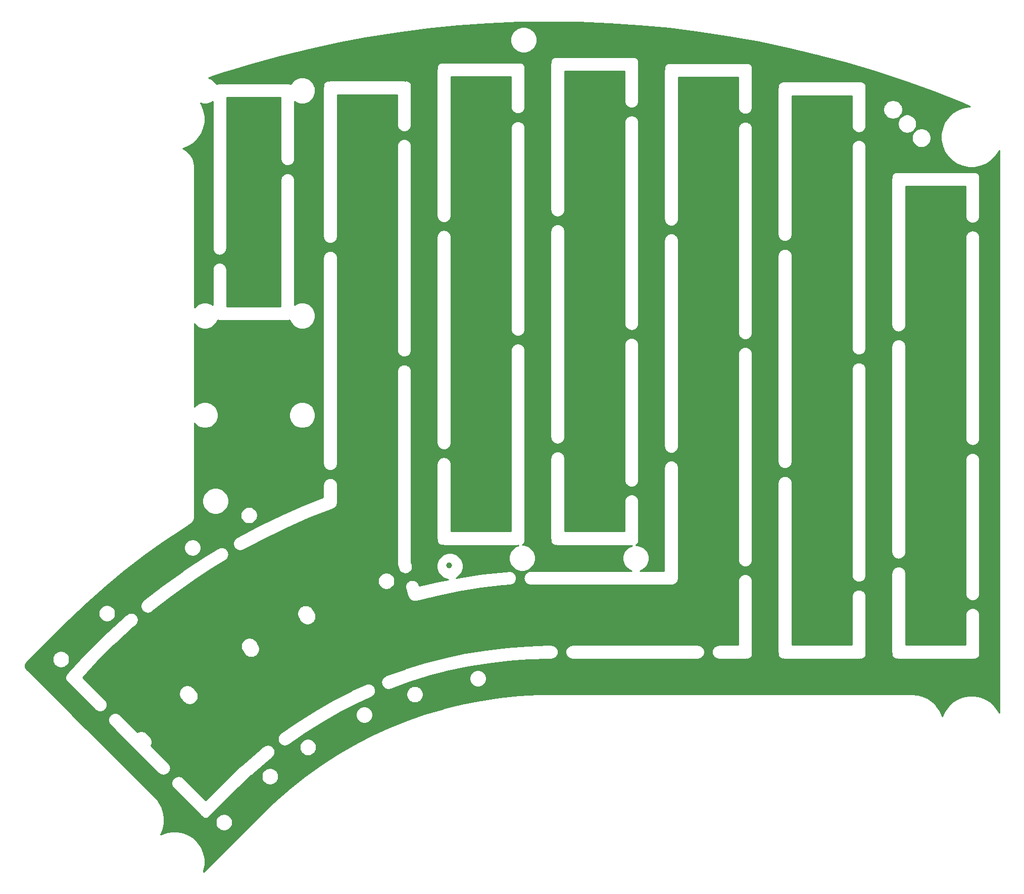
<source format=gtl>
%TF.GenerationSoftware,KiCad,Pcbnew,5.1.12-84ad8e8a86~92~ubuntu20.04.1*%
%TF.CreationDate,2021-11-16T23:21:25+01:00*%
%TF.ProjectId,LergoTopPlate_Alu_Rails_LessRouting,4c657267-6f54-46f7-9050-6c6174655f41,v1.A*%
%TF.SameCoordinates,Original*%
%TF.FileFunction,Copper,L1,Top*%
%TF.FilePolarity,Positive*%
%FSLAX46Y46*%
G04 Gerber Fmt 4.6, Leading zero omitted, Abs format (unit mm)*
G04 Created by KiCad (PCBNEW 5.1.12-84ad8e8a86~92~ubuntu20.04.1) date 2021-11-16 23:21:25*
%MOMM*%
%LPD*%
G01*
G04 APERTURE LIST*
%TA.AperFunction,SMDPad,CuDef*%
%ADD10C,1.000000*%
%TD*%
%TA.AperFunction,NonConductor*%
%ADD11C,0.254000*%
%TD*%
%TA.AperFunction,NonConductor*%
%ADD12C,0.150000*%
%TD*%
G04 APERTURE END LIST*
D10*
X144713995Y-109757730D03*
D11*
X166420503Y-18711548D02*
X171480350Y-18912344D01*
X176532638Y-19254342D01*
X181573464Y-19737281D01*
X186598760Y-20360769D01*
X191604700Y-21124330D01*
X196587416Y-22027377D01*
X201542920Y-23069185D01*
X206467462Y-24248967D01*
X211357086Y-25565776D01*
X216208069Y-27018607D01*
X221016579Y-28606314D01*
X225778876Y-30327660D01*
X230491834Y-32181533D01*
X231961377Y-32801844D01*
X231715416Y-32801844D01*
X230724890Y-32998872D01*
X229791836Y-33385356D01*
X228952109Y-33946443D01*
X228237980Y-34660572D01*
X227676893Y-35500299D01*
X227290409Y-36433353D01*
X227093381Y-37423879D01*
X227093381Y-38433809D01*
X227290409Y-39424335D01*
X227676893Y-40357389D01*
X228237980Y-41197116D01*
X228952109Y-41911245D01*
X229791836Y-42472332D01*
X230724890Y-42858816D01*
X231715416Y-43055844D01*
X232725346Y-43055844D01*
X233715872Y-42858816D01*
X234648926Y-42472332D01*
X235488653Y-41911245D01*
X236202782Y-41197116D01*
X236763869Y-40357389D01*
X236843381Y-40165430D01*
X236843382Y-134503416D01*
X236763869Y-134311455D01*
X236202782Y-133471728D01*
X235488653Y-132757599D01*
X234648926Y-132196512D01*
X233715872Y-131810028D01*
X232725346Y-131613000D01*
X231715416Y-131613000D01*
X230724890Y-131810028D01*
X229791836Y-132196512D01*
X228952109Y-132757599D01*
X228237980Y-133471728D01*
X227676893Y-134311455D01*
X227341287Y-135121678D01*
X227325806Y-135057194D01*
X227322024Y-135045955D01*
X227319557Y-135034349D01*
X227304428Y-134993668D01*
X226947119Y-134179697D01*
X226941404Y-134169301D01*
X226936923Y-134158321D01*
X226914829Y-134120962D01*
X226419026Y-133383128D01*
X226411560Y-133373909D01*
X226405205Y-133363894D01*
X226376845Y-133331039D01*
X225758218Y-132692666D01*
X225749242Y-132684918D01*
X225741210Y-132676183D01*
X225707479Y-132648869D01*
X224985583Y-132130135D01*
X224975379Y-132124100D01*
X224965925Y-132116924D01*
X224927891Y-132096015D01*
X224125544Y-131713315D01*
X224114427Y-131709181D01*
X224103857Y-131703795D01*
X224062721Y-131689952D01*
X223205285Y-131455384D01*
X223193616Y-131453284D01*
X223182255Y-131449854D01*
X223139318Y-131443514D01*
X222255611Y-131364646D01*
X222238877Y-131362999D01*
X161741840Y-131366602D01*
X161738903Y-131366891D01*
X159610675Y-131400324D01*
X159609200Y-131400382D01*
X159607715Y-131400382D01*
X159595881Y-131400847D01*
X156384832Y-131577562D01*
X156381909Y-131577792D01*
X156378922Y-131577933D01*
X156367123Y-131578955D01*
X153167963Y-131906734D01*
X153165024Y-131907105D01*
X153162077Y-131907384D01*
X153150338Y-131908961D01*
X149970170Y-132387078D01*
X149967261Y-132387586D01*
X149964322Y-132388004D01*
X149952671Y-132390132D01*
X146798556Y-133017525D01*
X146795670Y-133018170D01*
X146792757Y-133018726D01*
X146781219Y-133021400D01*
X143660160Y-133796675D01*
X143657300Y-133797457D01*
X143654424Y-133798148D01*
X143643025Y-133801362D01*
X140561951Y-134722800D01*
X140559133Y-134723715D01*
X140556292Y-134724541D01*
X140545057Y-134728289D01*
X137510809Y-135793841D01*
X137508040Y-135794887D01*
X137505237Y-135795847D01*
X137494191Y-135800120D01*
X134513505Y-137007422D01*
X134510791Y-137008596D01*
X134508034Y-137009688D01*
X134497202Y-137014477D01*
X131576698Y-138360848D01*
X131574051Y-138362145D01*
X131571340Y-138363369D01*
X131560746Y-138368663D01*
X128706906Y-139851114D01*
X128704318Y-139852537D01*
X128701672Y-139853885D01*
X128691339Y-139859672D01*
X125910500Y-141474912D01*
X125907966Y-141476465D01*
X125905403Y-141477927D01*
X125895353Y-141484194D01*
X123193690Y-143228636D01*
X123191255Y-143230291D01*
X123188740Y-143231887D01*
X123178997Y-143238621D01*
X120562507Y-145108392D01*
X120560157Y-145110157D01*
X120557716Y-145111872D01*
X120548301Y-145119058D01*
X118022796Y-147110007D01*
X118020528Y-147111883D01*
X118018174Y-147113709D01*
X118009108Y-147121330D01*
X115580191Y-149229037D01*
X115578005Y-149231026D01*
X115575749Y-149232953D01*
X115567052Y-149240992D01*
X113250259Y-151451102D01*
X113246794Y-151453947D01*
X103489872Y-161215347D01*
X103568871Y-161024628D01*
X103765899Y-160034102D01*
X103765899Y-159024172D01*
X103568871Y-158033646D01*
X103182387Y-157100592D01*
X102621300Y-156260865D01*
X101907171Y-155546736D01*
X101067444Y-154985649D01*
X100134390Y-154599165D01*
X99143864Y-154402137D01*
X98133934Y-154402137D01*
X97143408Y-154599165D01*
X96333185Y-154934771D01*
X96367835Y-154878227D01*
X96373107Y-154867607D01*
X96379570Y-154857655D01*
X96397638Y-154818191D01*
X96720548Y-153989971D01*
X96723858Y-153978578D01*
X96728454Y-153967645D01*
X96739239Y-153925636D01*
X96739248Y-153925606D01*
X96739249Y-153925595D01*
X96910388Y-153053291D01*
X96911628Y-153041499D01*
X96914216Y-153029919D01*
X96917392Y-152986661D01*
X96917395Y-152986632D01*
X96917394Y-152986621D01*
X96921180Y-152745599D01*
X105518463Y-152745599D01*
X105518463Y-153026693D01*
X105573301Y-153302387D01*
X105680872Y-153562084D01*
X105837039Y-153795806D01*
X106035803Y-153994570D01*
X106269525Y-154150737D01*
X106529222Y-154258308D01*
X106804916Y-154313146D01*
X107086010Y-154313146D01*
X107361704Y-154258308D01*
X107621401Y-154150737D01*
X107855123Y-153994570D01*
X108053887Y-153795806D01*
X108210054Y-153562084D01*
X108317625Y-153302387D01*
X108372463Y-153026693D01*
X108372463Y-152745599D01*
X108317625Y-152469905D01*
X108210054Y-152210208D01*
X108053887Y-151976486D01*
X107855123Y-151777722D01*
X107621401Y-151621555D01*
X107361704Y-151513984D01*
X107086010Y-151459146D01*
X106804916Y-151459146D01*
X106529222Y-151513984D01*
X106269525Y-151621555D01*
X106035803Y-151777722D01*
X105837039Y-151976486D01*
X105680872Y-152210208D01*
X105573301Y-152469905D01*
X105518463Y-152745599D01*
X96921180Y-152745599D01*
X96931357Y-152097799D01*
X96930489Y-152085975D01*
X96930986Y-152074119D01*
X96926449Y-152030954D01*
X96782792Y-151153695D01*
X96779841Y-151142203D01*
X96778232Y-151130454D01*
X96766123Y-151088775D01*
X96469388Y-150250820D01*
X96464451Y-150240037D01*
X96460785Y-150228753D01*
X96441486Y-150189877D01*
X96001051Y-149417713D01*
X95994284Y-149407977D01*
X95988677Y-149397519D01*
X95962809Y-149362690D01*
X95962798Y-149362674D01*
X95962793Y-149362669D01*
X95393694Y-148682034D01*
X95383038Y-148669050D01*
X93076622Y-146362634D01*
X98126979Y-146362634D01*
X98127507Y-146368222D01*
X98143286Y-146523554D01*
X98150487Y-146559265D01*
X98157189Y-146595081D01*
X98158793Y-146600460D01*
X98204441Y-146749770D01*
X98218459Y-146783447D01*
X98231975Y-146817239D01*
X98234587Y-146822193D01*
X98234591Y-146822202D01*
X98234596Y-146822209D01*
X98308374Y-146959805D01*
X98328652Y-146990095D01*
X98348485Y-147020637D01*
X98352016Y-147024997D01*
X98352019Y-147025001D01*
X98352023Y-147025005D01*
X98451120Y-147145649D01*
X98451124Y-147145653D01*
X98463539Y-147160781D01*
X103034626Y-151731869D01*
X103048103Y-151742929D01*
X103051558Y-151746433D01*
X103055896Y-151749996D01*
X103177233Y-151848254D01*
X103201503Y-151864257D01*
X103228233Y-151904261D01*
X103343424Y-152019452D01*
X103478874Y-152109957D01*
X103629378Y-152172298D01*
X103789153Y-152204080D01*
X103952057Y-152204080D01*
X104111832Y-152172298D01*
X104262336Y-152109957D01*
X104397786Y-152019452D01*
X104512977Y-151904261D01*
X104539676Y-151864303D01*
X104566441Y-151846922D01*
X104570801Y-151843391D01*
X104570805Y-151843388D01*
X104570809Y-151843384D01*
X104691453Y-151744287D01*
X104691456Y-151744284D01*
X104706584Y-151731869D01*
X109118573Y-147319881D01*
X109127669Y-147308797D01*
X111503961Y-145038135D01*
X113225927Y-145038135D01*
X113225927Y-145319229D01*
X113280765Y-145594923D01*
X113388336Y-145854620D01*
X113544503Y-146088342D01*
X113743267Y-146287106D01*
X113976989Y-146443273D01*
X114236686Y-146550844D01*
X114512380Y-146605682D01*
X114793474Y-146605682D01*
X115069168Y-146550844D01*
X115328865Y-146443273D01*
X115562587Y-146287106D01*
X115761351Y-146088342D01*
X115917518Y-145854620D01*
X116025089Y-145594923D01*
X116079927Y-145319229D01*
X116079927Y-145038135D01*
X116025089Y-144762441D01*
X115917518Y-144502744D01*
X115761351Y-144269022D01*
X115562587Y-144070258D01*
X115328865Y-143914091D01*
X115069168Y-143806520D01*
X114793474Y-143751682D01*
X114512380Y-143751682D01*
X114236686Y-143806520D01*
X113976989Y-143914091D01*
X113743267Y-144070258D01*
X113544503Y-144269022D01*
X113388336Y-144502744D01*
X113280765Y-144762441D01*
X113225927Y-145038135D01*
X111503961Y-145038135D01*
X111546138Y-144997833D01*
X114094824Y-142774640D01*
X115016272Y-142019430D01*
X115021122Y-142015654D01*
X115023711Y-142013197D01*
X115034020Y-142004350D01*
X115039789Y-141998926D01*
X115048845Y-141991977D01*
X115052916Y-141988113D01*
X115165418Y-141879851D01*
X115189090Y-141852134D01*
X115213128Y-141824773D01*
X115216371Y-141820192D01*
X115305702Y-141692139D01*
X115323547Y-141660340D01*
X115341805Y-141628843D01*
X115344097Y-141623719D01*
X115406854Y-141480755D01*
X115418173Y-141446124D01*
X115429976Y-141411651D01*
X115431229Y-141406180D01*
X115465022Y-141253748D01*
X115469401Y-141217561D01*
X115474281Y-141181470D01*
X115474448Y-141175860D01*
X115477990Y-141019768D01*
X115475257Y-140983428D01*
X115473034Y-140947071D01*
X115472107Y-140941535D01*
X115472107Y-140941532D01*
X115472106Y-140941527D01*
X115445264Y-140787726D01*
X115435529Y-140752622D01*
X115426281Y-140717369D01*
X115424296Y-140712119D01*
X115368089Y-140566455D01*
X115351701Y-140533872D01*
X115335804Y-140501133D01*
X115332838Y-140496368D01*
X115249409Y-140364395D01*
X115227024Y-140335639D01*
X115205047Y-140306581D01*
X115201212Y-140302483D01*
X115093737Y-140189229D01*
X115066218Y-140165392D01*
X115064211Y-140163603D01*
X119578544Y-140163603D01*
X119578544Y-140444697D01*
X119633382Y-140720391D01*
X119740953Y-140980088D01*
X119897120Y-141213810D01*
X120095884Y-141412574D01*
X120329606Y-141568741D01*
X120589303Y-141676312D01*
X120864997Y-141731150D01*
X121146091Y-141731150D01*
X121421785Y-141676312D01*
X121681482Y-141568741D01*
X121915204Y-141412574D01*
X122113968Y-141213810D01*
X122270135Y-140980088D01*
X122377706Y-140720391D01*
X122432544Y-140444697D01*
X122432544Y-140163603D01*
X122377706Y-139887909D01*
X122270135Y-139628212D01*
X122113968Y-139394490D01*
X121915204Y-139195726D01*
X121681482Y-139039559D01*
X121421785Y-138931988D01*
X121146091Y-138877150D01*
X120864997Y-138877150D01*
X120589303Y-138931988D01*
X120329606Y-139039559D01*
X120095884Y-139195726D01*
X119897120Y-139394490D01*
X119740953Y-139628212D01*
X119633382Y-139887909D01*
X119578544Y-140163603D01*
X115064211Y-140163603D01*
X115038996Y-140141137D01*
X115034437Y-140137862D01*
X114907011Y-140047639D01*
X114875342Y-140029575D01*
X114843967Y-140011094D01*
X114838865Y-140008769D01*
X114838862Y-140008767D01*
X114838859Y-140008766D01*
X114696337Y-139945013D01*
X114661795Y-139933456D01*
X114627399Y-139921410D01*
X114621937Y-139920119D01*
X114469744Y-139885262D01*
X114433603Y-139880632D01*
X114397533Y-139875498D01*
X114391924Y-139875293D01*
X114235860Y-139870661D01*
X114199478Y-139873141D01*
X114163126Y-139875110D01*
X114157583Y-139875997D01*
X114003591Y-139901767D01*
X113968399Y-139911263D01*
X113933109Y-139920258D01*
X113927844Y-139922206D01*
X113781792Y-139977395D01*
X113749119Y-139993543D01*
X113716243Y-140009223D01*
X113711457Y-140012156D01*
X113578905Y-140094662D01*
X113578064Y-140095307D01*
X113569323Y-140100817D01*
X113554348Y-140111234D01*
X113539862Y-140122318D01*
X113536592Y-140124969D01*
X112556594Y-140927753D01*
X112553481Y-140930423D01*
X112550272Y-140933040D01*
X112547085Y-140935791D01*
X109932179Y-143216750D01*
X109926965Y-143221511D01*
X109921768Y-143226157D01*
X109918709Y-143229049D01*
X107409965Y-145626280D01*
X107397067Y-145639178D01*
X107384766Y-145652646D01*
X107378410Y-145660274D01*
X103870605Y-149168079D01*
X100163422Y-145460897D01*
X100147686Y-145447983D01*
X100140338Y-145440635D01*
X100135976Y-145437103D01*
X100013954Y-145339695D01*
X99983417Y-145319864D01*
X99953121Y-145299582D01*
X99948155Y-145296964D01*
X99809538Y-145225112D01*
X99775696Y-145211576D01*
X99742073Y-145197580D01*
X99736694Y-145195976D01*
X99586760Y-145152416D01*
X99550926Y-145145710D01*
X99515230Y-145138512D01*
X99509644Y-145137984D01*
X99509642Y-145137984D01*
X99354104Y-145124376D01*
X99317672Y-145124757D01*
X99281234Y-145124630D01*
X99275660Y-145125197D01*
X99275652Y-145125197D01*
X99275645Y-145125198D01*
X99120429Y-145142061D01*
X99084789Y-145149507D01*
X99049001Y-145156463D01*
X99043633Y-145158104D01*
X98894645Y-145204794D01*
X98861098Y-145219034D01*
X98827372Y-145232797D01*
X98822425Y-145235450D01*
X98685344Y-145310189D01*
X98655209Y-145330668D01*
X98624791Y-145350725D01*
X98620454Y-145354288D01*
X98500500Y-145454230D01*
X98474920Y-145480170D01*
X98448974Y-145505755D01*
X98445417Y-145510087D01*
X98445411Y-145510093D01*
X98445407Y-145510100D01*
X98347154Y-145631431D01*
X98327104Y-145661838D01*
X98306617Y-145691984D01*
X98303964Y-145696931D01*
X98231146Y-145835043D01*
X98217371Y-145868797D01*
X98203143Y-145902316D01*
X98201502Y-145907684D01*
X98156897Y-146057309D01*
X98149945Y-146093075D01*
X98142494Y-146128738D01*
X98141927Y-146134322D01*
X98127233Y-146289762D01*
X98127360Y-146326202D01*
X98126979Y-146362634D01*
X93076622Y-146362634D01*
X82470016Y-135756028D01*
X87520376Y-135756028D01*
X87520905Y-135761616D01*
X87536683Y-135916949D01*
X87543886Y-135952673D01*
X87550586Y-135988477D01*
X87552189Y-135993852D01*
X87552190Y-135993858D01*
X87552192Y-135993864D01*
X87597838Y-136143167D01*
X87611846Y-136176819D01*
X87625372Y-136210637D01*
X87627990Y-136215602D01*
X87701771Y-136353203D01*
X87722049Y-136383493D01*
X87741882Y-136414035D01*
X87745413Y-136418395D01*
X87745416Y-136418399D01*
X87745420Y-136418403D01*
X87844517Y-136539047D01*
X87844527Y-136539057D01*
X87856937Y-136554179D01*
X95945880Y-144643123D01*
X95961624Y-144656044D01*
X95968965Y-144663385D01*
X95973328Y-144666917D01*
X96095349Y-144764325D01*
X96125904Y-144784168D01*
X96156183Y-144804438D01*
X96161148Y-144807056D01*
X96299766Y-144878908D01*
X96333594Y-144892438D01*
X96367230Y-144906440D01*
X96372610Y-144908044D01*
X96522543Y-144951604D01*
X96558371Y-144958309D01*
X96594073Y-144965508D01*
X96599661Y-144966036D01*
X96755200Y-144979644D01*
X96791631Y-144979263D01*
X96828068Y-144979390D01*
X96833652Y-144978823D01*
X96988871Y-144961961D01*
X97024565Y-144954504D01*
X97060303Y-144947558D01*
X97065670Y-144945917D01*
X97214659Y-144899226D01*
X97248211Y-144884984D01*
X97281930Y-144871224D01*
X97286877Y-144868572D01*
X97423959Y-144793833D01*
X97454095Y-144773352D01*
X97484513Y-144753296D01*
X97488850Y-144749733D01*
X97608805Y-144649791D01*
X97634423Y-144623813D01*
X97660329Y-144598266D01*
X97663887Y-144593934D01*
X97663893Y-144593928D01*
X97663897Y-144593921D01*
X97762150Y-144472591D01*
X97782222Y-144442150D01*
X97802687Y-144412037D01*
X97805340Y-144407090D01*
X97878158Y-144268978D01*
X97891931Y-144235228D01*
X97906160Y-144201708D01*
X97907801Y-144196340D01*
X97952407Y-144046715D01*
X97959360Y-144010946D01*
X97966811Y-143975281D01*
X97967378Y-143969697D01*
X97982071Y-143814256D01*
X97981944Y-143777787D01*
X97982325Y-143741390D01*
X97981797Y-143735801D01*
X97966019Y-143580469D01*
X97958816Y-143544745D01*
X97952116Y-143508941D01*
X97950512Y-143503562D01*
X97950512Y-143503560D01*
X97950510Y-143503554D01*
X97904864Y-143354251D01*
X97890870Y-143320632D01*
X97877331Y-143286781D01*
X97874713Y-143281816D01*
X97800931Y-143144216D01*
X97780691Y-143113981D01*
X97760820Y-143083383D01*
X97757287Y-143079021D01*
X97658185Y-142958372D01*
X97645765Y-142943238D01*
X94755649Y-140053123D01*
X94847241Y-139832003D01*
X94902079Y-139556309D01*
X94902079Y-139275215D01*
X94847241Y-138999521D01*
X94818425Y-138929953D01*
X115934773Y-138929953D01*
X115937508Y-138966318D01*
X115939730Y-139002653D01*
X115940656Y-139008189D01*
X115967500Y-139161997D01*
X115977233Y-139197091D01*
X115986482Y-139232349D01*
X115988467Y-139237600D01*
X116044674Y-139383264D01*
X116061035Y-139415793D01*
X116076960Y-139448590D01*
X116079926Y-139453355D01*
X116163356Y-139585328D01*
X116185739Y-139614080D01*
X116207716Y-139643139D01*
X116211552Y-139647238D01*
X116319026Y-139760492D01*
X116346564Y-139784346D01*
X116373768Y-139808584D01*
X116378327Y-139811859D01*
X116505752Y-139902082D01*
X116537438Y-139920155D01*
X116568797Y-139938627D01*
X116573904Y-139940955D01*
X116716427Y-140004708D01*
X116750969Y-140016265D01*
X116785365Y-140028311D01*
X116790828Y-140029602D01*
X116943020Y-140064459D01*
X116979158Y-140069088D01*
X117015234Y-140074223D01*
X117020839Y-140074428D01*
X117020843Y-140074428D01*
X117176908Y-140079059D01*
X117213237Y-140076582D01*
X117249637Y-140074611D01*
X117255179Y-140073723D01*
X117409171Y-140047954D01*
X117444342Y-140038464D01*
X117479656Y-140029463D01*
X117484915Y-140027517D01*
X117484918Y-140027516D01*
X117484920Y-140027515D01*
X117630973Y-139972326D01*
X117663622Y-139956190D01*
X117696524Y-139940497D01*
X117701305Y-139937567D01*
X117701311Y-139937563D01*
X117833862Y-139855057D01*
X117834261Y-139854750D01*
X117847515Y-139846169D01*
X117850984Y-139843783D01*
X120632467Y-137908986D01*
X123491159Y-136107206D01*
X125942107Y-134713603D01*
X129018220Y-134713603D01*
X129018220Y-134994697D01*
X129073058Y-135270391D01*
X129180629Y-135530088D01*
X129336796Y-135763810D01*
X129535560Y-135962574D01*
X129769282Y-136118741D01*
X130028979Y-136226312D01*
X130304673Y-136281150D01*
X130585767Y-136281150D01*
X130861461Y-136226312D01*
X131121158Y-136118741D01*
X131354880Y-135962574D01*
X131553644Y-135763810D01*
X131709811Y-135530088D01*
X131817382Y-135270391D01*
X131872220Y-134994697D01*
X131872220Y-134713603D01*
X131817382Y-134437909D01*
X131709811Y-134178212D01*
X131553644Y-133944490D01*
X131354880Y-133745726D01*
X131121158Y-133589559D01*
X130861461Y-133481988D01*
X130585767Y-133427150D01*
X130304673Y-133427150D01*
X130028979Y-133481988D01*
X129769282Y-133589559D01*
X129535560Y-133745726D01*
X129336796Y-133944490D01*
X129180629Y-134178212D01*
X129073058Y-134437909D01*
X129018220Y-134713603D01*
X125942107Y-134713603D01*
X126428642Y-134436961D01*
X129440012Y-132901105D01*
X131615385Y-131895941D01*
X131619519Y-131894195D01*
X131621612Y-131893059D01*
X131637791Y-131885132D01*
X131642079Y-131882785D01*
X131652428Y-131878498D01*
X131657361Y-131875820D01*
X131794049Y-131800364D01*
X131824086Y-131779720D01*
X131854387Y-131759512D01*
X131858706Y-131755926D01*
X131978136Y-131655357D01*
X132003596Y-131629267D01*
X132029392Y-131603561D01*
X132032927Y-131599211D01*
X132032931Y-131599207D01*
X132032934Y-131599203D01*
X132130553Y-131477355D01*
X132150465Y-131446809D01*
X132170771Y-131416591D01*
X132173398Y-131411630D01*
X132240837Y-131282080D01*
X137490245Y-131282080D01*
X137490245Y-131563174D01*
X137545083Y-131838868D01*
X137652654Y-132098565D01*
X137808821Y-132332287D01*
X138007585Y-132531051D01*
X138241307Y-132687218D01*
X138501004Y-132794789D01*
X138776698Y-132849627D01*
X139057792Y-132849627D01*
X139333486Y-132794789D01*
X139593183Y-132687218D01*
X139826905Y-132531051D01*
X140025669Y-132332287D01*
X140181836Y-132098565D01*
X140289407Y-131838868D01*
X140344245Y-131563174D01*
X140344245Y-131282080D01*
X140289407Y-131006386D01*
X140181836Y-130746689D01*
X140025669Y-130512967D01*
X139826905Y-130314203D01*
X139593183Y-130158036D01*
X139333486Y-130050465D01*
X139057792Y-129995627D01*
X138776698Y-129995627D01*
X138501004Y-130050465D01*
X138241307Y-130158036D01*
X138007585Y-130314203D01*
X137808821Y-130512967D01*
X137652654Y-130746689D01*
X137545083Y-131006386D01*
X137490245Y-131282080D01*
X132240837Y-131282080D01*
X132245492Y-131273138D01*
X132259092Y-131239308D01*
X132273141Y-131205722D01*
X132274754Y-131200346D01*
X132318576Y-131050489D01*
X132325335Y-131014717D01*
X132332606Y-130978981D01*
X132333144Y-130973394D01*
X132347023Y-130817880D01*
X132346705Y-130781431D01*
X132346896Y-130745013D01*
X132346338Y-130739428D01*
X132329747Y-130584179D01*
X132322363Y-130548522D01*
X132315469Y-130512721D01*
X132313837Y-130507351D01*
X132267407Y-130358282D01*
X132253230Y-130324722D01*
X132239522Y-130290961D01*
X132236878Y-130286010D01*
X132162378Y-130148797D01*
X132141940Y-130118610D01*
X132121946Y-130088172D01*
X132118391Y-130083828D01*
X132018658Y-129963700D01*
X131992737Y-129938049D01*
X131967223Y-129912085D01*
X131962897Y-129908520D01*
X131962891Y-129908514D01*
X131962884Y-129908510D01*
X131841726Y-129810046D01*
X131811331Y-129789928D01*
X131781244Y-129769404D01*
X131776306Y-129766746D01*
X131776302Y-129766743D01*
X131776298Y-129766741D01*
X131638316Y-129693684D01*
X131604602Y-129679857D01*
X131571094Y-129665564D01*
X131565729Y-129663914D01*
X131565731Y-129663914D01*
X131565723Y-129663912D01*
X131416183Y-129619047D01*
X131380430Y-129612032D01*
X131344774Y-129604518D01*
X131339197Y-129603943D01*
X131339194Y-129603942D01*
X131339191Y-129603942D01*
X131183776Y-129588978D01*
X131147362Y-129589042D01*
X131110911Y-129588596D01*
X131105322Y-129589115D01*
X131105318Y-129589115D01*
X130949961Y-129604622D01*
X130914248Y-129611758D01*
X130878407Y-129618400D01*
X130873025Y-129619995D01*
X130723635Y-129665383D01*
X130722917Y-129665680D01*
X130709619Y-129669924D01*
X130692510Y-129676252D01*
X130675708Y-129683350D01*
X130671877Y-129685096D01*
X128366839Y-130750172D01*
X128361599Y-130752739D01*
X128356394Y-130755183D01*
X128352635Y-130757078D01*
X125262302Y-132335165D01*
X125256161Y-132338479D01*
X125249919Y-132341763D01*
X125246249Y-132343827D01*
X122230686Y-134060477D01*
X122224684Y-134064076D01*
X122218615Y-134067630D01*
X122215068Y-134069842D01*
X122215042Y-134069858D01*
X122215022Y-134069871D01*
X119280455Y-135921535D01*
X119274596Y-135925421D01*
X119268721Y-135929229D01*
X119265254Y-135931617D01*
X116417685Y-137914509D01*
X116405405Y-137923481D01*
X116404907Y-137923786D01*
X116403322Y-137925003D01*
X116402956Y-137925270D01*
X116402570Y-137925580D01*
X116400454Y-137927204D01*
X116391640Y-137934066D01*
X116389685Y-137935921D01*
X116388731Y-137936687D01*
X116375038Y-137948738D01*
X116372636Y-137951054D01*
X116363918Y-137957743D01*
X116359847Y-137961607D01*
X116247346Y-138069869D01*
X116223678Y-138097581D01*
X116199635Y-138124947D01*
X116196396Y-138129523D01*
X116196392Y-138129528D01*
X116196389Y-138129533D01*
X116107061Y-138257581D01*
X116089247Y-138289326D01*
X116070957Y-138320877D01*
X116068666Y-138326001D01*
X116005908Y-138468967D01*
X115994585Y-138503611D01*
X115982787Y-138538070D01*
X115981534Y-138543541D01*
X115947741Y-138695973D01*
X115943362Y-138732160D01*
X115938482Y-138768251D01*
X115938315Y-138773861D01*
X115934773Y-138929953D01*
X94818425Y-138929953D01*
X94739670Y-138739824D01*
X94583503Y-138506102D01*
X94384739Y-138307338D01*
X94270756Y-138231177D01*
X94194595Y-138117194D01*
X93995831Y-137918430D01*
X93762109Y-137762263D01*
X93502412Y-137654692D01*
X93226718Y-137599854D01*
X92945624Y-137599854D01*
X92669930Y-137654692D01*
X92448810Y-137746284D01*
X89556821Y-134854295D01*
X89541085Y-134841381D01*
X89533737Y-134834033D01*
X89529375Y-134830501D01*
X89407353Y-134733093D01*
X89376816Y-134713262D01*
X89346520Y-134692980D01*
X89341554Y-134690362D01*
X89202937Y-134618510D01*
X89169095Y-134604974D01*
X89135472Y-134590978D01*
X89130093Y-134589374D01*
X88980159Y-134545814D01*
X88944325Y-134539108D01*
X88908629Y-134531910D01*
X88903043Y-134531382D01*
X88903041Y-134531382D01*
X88747502Y-134517774D01*
X88711071Y-134518155D01*
X88674634Y-134518028D01*
X88669050Y-134518595D01*
X88513831Y-134535457D01*
X88478156Y-134542910D01*
X88442400Y-134549860D01*
X88437032Y-134551501D01*
X88288044Y-134598191D01*
X88254533Y-134612416D01*
X88220772Y-134626193D01*
X88215825Y-134628846D01*
X88078743Y-134703585D01*
X88048592Y-134724076D01*
X88018189Y-134744122D01*
X88013852Y-134747685D01*
X87893898Y-134847627D01*
X87868318Y-134873567D01*
X87842372Y-134899152D01*
X87838815Y-134903484D01*
X87838809Y-134903490D01*
X87838805Y-134903497D01*
X87740552Y-135024828D01*
X87720502Y-135055235D01*
X87700015Y-135085381D01*
X87697362Y-135090328D01*
X87624544Y-135228440D01*
X87610765Y-135262204D01*
X87596542Y-135295711D01*
X87594901Y-135301079D01*
X87550295Y-135450703D01*
X87543342Y-135486472D01*
X87535891Y-135522137D01*
X87535324Y-135527721D01*
X87520631Y-135683161D01*
X87520758Y-135719592D01*
X87520376Y-135756028D01*
X82470016Y-135756028D01*
X75261991Y-128548003D01*
X80295980Y-128548003D01*
X80295980Y-128710907D01*
X80327762Y-128870682D01*
X80390103Y-129021186D01*
X80480608Y-129156636D01*
X80595799Y-129271827D01*
X80611287Y-129282176D01*
X80613631Y-129285785D01*
X80617162Y-129290145D01*
X80617165Y-129290149D01*
X80617169Y-129290153D01*
X80716266Y-129410797D01*
X80716279Y-129410810D01*
X80728685Y-129425927D01*
X85339278Y-134036521D01*
X85355022Y-134049442D01*
X85362363Y-134056783D01*
X85366726Y-134060315D01*
X85488747Y-134157723D01*
X85519302Y-134177566D01*
X85549581Y-134197836D01*
X85554546Y-134200454D01*
X85693164Y-134272306D01*
X85726992Y-134285836D01*
X85760628Y-134299838D01*
X85766008Y-134301442D01*
X85915941Y-134345002D01*
X85951769Y-134351707D01*
X85987471Y-134358906D01*
X85993059Y-134359434D01*
X86148598Y-134373042D01*
X86185029Y-134372661D01*
X86221466Y-134372788D01*
X86227050Y-134372221D01*
X86382269Y-134355359D01*
X86417963Y-134347902D01*
X86453701Y-134340956D01*
X86459068Y-134339315D01*
X86608057Y-134292624D01*
X86641609Y-134278382D01*
X86675328Y-134264622D01*
X86680275Y-134261970D01*
X86817357Y-134187231D01*
X86847493Y-134166750D01*
X86877911Y-134146694D01*
X86882248Y-134143131D01*
X87002203Y-134043189D01*
X87027821Y-134017211D01*
X87053727Y-133991664D01*
X87057285Y-133987332D01*
X87057291Y-133987326D01*
X87057295Y-133987319D01*
X87155548Y-133865989D01*
X87175620Y-133835548D01*
X87196085Y-133805435D01*
X87198738Y-133800488D01*
X87271556Y-133662376D01*
X87285329Y-133628626D01*
X87299558Y-133595106D01*
X87301199Y-133589738D01*
X87345805Y-133440113D01*
X87352758Y-133404344D01*
X87360209Y-133368679D01*
X87360776Y-133363095D01*
X87375469Y-133207654D01*
X87375342Y-133171185D01*
X87375723Y-133134788D01*
X87375195Y-133129199D01*
X87359417Y-132973867D01*
X87352214Y-132938143D01*
X87345514Y-132902339D01*
X87343910Y-132896960D01*
X87343910Y-132896958D01*
X87343908Y-132896952D01*
X87298262Y-132747649D01*
X87284268Y-132714030D01*
X87270729Y-132680179D01*
X87268111Y-132675214D01*
X87194329Y-132537614D01*
X87174089Y-132507379D01*
X87154218Y-132476781D01*
X87150685Y-132472419D01*
X87051583Y-132351770D01*
X87051578Y-132351765D01*
X87039163Y-132336637D01*
X85881369Y-131178843D01*
X99366635Y-131178843D01*
X99366635Y-131459937D01*
X99421473Y-131735631D01*
X99529044Y-131995328D01*
X99685211Y-132229050D01*
X99883975Y-132427814D01*
X99997958Y-132503975D01*
X100074119Y-132617958D01*
X100272883Y-132816722D01*
X100506605Y-132972889D01*
X100766302Y-133080460D01*
X101041996Y-133135298D01*
X101323090Y-133135298D01*
X101598784Y-133080460D01*
X101858481Y-132972889D01*
X102092203Y-132816722D01*
X102290967Y-132617958D01*
X102447134Y-132384236D01*
X102554705Y-132124539D01*
X102609543Y-131848845D01*
X102609543Y-131567751D01*
X102554705Y-131292057D01*
X102447134Y-131032360D01*
X102290967Y-130798638D01*
X102092203Y-130599874D01*
X101978220Y-130523713D01*
X101902059Y-130409730D01*
X101703295Y-130210966D01*
X101469573Y-130054799D01*
X101209876Y-129947228D01*
X100934182Y-129892390D01*
X100653088Y-129892390D01*
X100377394Y-129947228D01*
X100117697Y-130054799D01*
X99883975Y-130210966D01*
X99685211Y-130409730D01*
X99529044Y-130643452D01*
X99421473Y-130903149D01*
X99366635Y-131178843D01*
X85881369Y-131178843D01*
X84085238Y-129382712D01*
X133272231Y-129382712D01*
X133272549Y-129419161D01*
X133272358Y-129455579D01*
X133272916Y-129461164D01*
X133289507Y-129616413D01*
X133296893Y-129652078D01*
X133303785Y-129687870D01*
X133305417Y-129693241D01*
X133351847Y-129842310D01*
X133366034Y-129875895D01*
X133379732Y-129909630D01*
X133382376Y-129914582D01*
X133456876Y-130051794D01*
X133477302Y-130081964D01*
X133497308Y-130112420D01*
X133500863Y-130116764D01*
X133600597Y-130236892D01*
X133626501Y-130262526D01*
X133652031Y-130288506D01*
X133656362Y-130292077D01*
X133777528Y-130390545D01*
X133807873Y-130410630D01*
X133838010Y-130431188D01*
X133842953Y-130433849D01*
X133980938Y-130506908D01*
X134014626Y-130520725D01*
X134048159Y-130535028D01*
X134053524Y-130536678D01*
X134203071Y-130581545D01*
X134238830Y-130588561D01*
X134274480Y-130596074D01*
X134280053Y-130596649D01*
X134280059Y-130596650D01*
X134280064Y-130596650D01*
X134435478Y-130611614D01*
X134471892Y-130611550D01*
X134508343Y-130611996D01*
X134513932Y-130611477D01*
X134513936Y-130611477D01*
X134669293Y-130595970D01*
X134705000Y-130588835D01*
X134740847Y-130582192D01*
X134746229Y-130580597D01*
X134893671Y-130535801D01*
X134893758Y-130535777D01*
X134893890Y-130535734D01*
X134895619Y-130535209D01*
X134895991Y-130535055D01*
X134911113Y-130530165D01*
X134915081Y-130528758D01*
X138102577Y-129379779D01*
X140532086Y-128626676D01*
X148061850Y-128626676D01*
X148061850Y-128907770D01*
X148116688Y-129183464D01*
X148224259Y-129443161D01*
X148380426Y-129676883D01*
X148579190Y-129875647D01*
X148812912Y-130031814D01*
X149072609Y-130139385D01*
X149348303Y-130194223D01*
X149629397Y-130194223D01*
X149905091Y-130139385D01*
X150164788Y-130031814D01*
X150398510Y-129875647D01*
X150597274Y-129676883D01*
X150753441Y-129443161D01*
X150861012Y-129183464D01*
X150915850Y-128907770D01*
X150915850Y-128626676D01*
X150861012Y-128350982D01*
X150753441Y-128091285D01*
X150597274Y-127857563D01*
X150398510Y-127658799D01*
X150164788Y-127502632D01*
X149905091Y-127395061D01*
X149629397Y-127340223D01*
X149348303Y-127340223D01*
X149072609Y-127395061D01*
X148812912Y-127502632D01*
X148579190Y-127658799D01*
X148380426Y-127857563D01*
X148224259Y-128091285D01*
X148116688Y-128350982D01*
X148061850Y-128626676D01*
X140532086Y-128626676D01*
X141330173Y-128379284D01*
X144599821Y-127526237D01*
X147904840Y-126822379D01*
X151238374Y-126269174D01*
X154593551Y-125867760D01*
X157963509Y-125618959D01*
X161345294Y-125523170D01*
X161761134Y-125521999D01*
X161761448Y-125521991D01*
X161762808Y-125521991D01*
X161773978Y-125521913D01*
X161777012Y-125521594D01*
X161779369Y-125521534D01*
X161797563Y-125520243D01*
X161799602Y-125520005D01*
X161810399Y-125520005D01*
X161815982Y-125519418D01*
X161971141Y-125502014D01*
X162006802Y-125494434D01*
X162042520Y-125487362D01*
X162047883Y-125485702D01*
X162196707Y-125438492D01*
X162230201Y-125424137D01*
X162263882Y-125410255D01*
X162268819Y-125407585D01*
X162405639Y-125332368D01*
X162435707Y-125311780D01*
X162466051Y-125291620D01*
X162470376Y-125288041D01*
X162589980Y-125187682D01*
X162615476Y-125161646D01*
X162641326Y-125135976D01*
X162644873Y-125131626D01*
X162742706Y-125009947D01*
X162762668Y-124979441D01*
X162783031Y-124949253D01*
X162785666Y-124944297D01*
X162858002Y-124805931D01*
X162871653Y-124772144D01*
X162885770Y-124738562D01*
X162887392Y-124733188D01*
X162931475Y-124583408D01*
X162938309Y-124547586D01*
X162945629Y-124511927D01*
X162946175Y-124506352D01*
X162946177Y-124506341D01*
X162946177Y-124506331D01*
X162959310Y-124362022D01*
X164159674Y-124362022D01*
X164160222Y-124367608D01*
X164176543Y-124522885D01*
X164183870Y-124558579D01*
X164190696Y-124594363D01*
X164192319Y-124599736D01*
X164238488Y-124748886D01*
X164252603Y-124782466D01*
X164266256Y-124816259D01*
X164268892Y-124821215D01*
X164343153Y-124958557D01*
X164363513Y-124988742D01*
X164383476Y-125019249D01*
X164387024Y-125023599D01*
X164486547Y-125143902D01*
X164512434Y-125169609D01*
X164537894Y-125195608D01*
X164542213Y-125199181D01*
X164542217Y-125199185D01*
X164542219Y-125199186D01*
X164663212Y-125297866D01*
X164693561Y-125318029D01*
X164723622Y-125338613D01*
X164728560Y-125341283D01*
X164866417Y-125414583D01*
X164900092Y-125428462D01*
X164933593Y-125442821D01*
X164938955Y-125444481D01*
X165088424Y-125489608D01*
X165124194Y-125496691D01*
X165159803Y-125504260D01*
X165165379Y-125504845D01*
X165165387Y-125504847D01*
X165165395Y-125504847D01*
X165320772Y-125520082D01*
X165340255Y-125522001D01*
X186319747Y-125521999D01*
X186340003Y-125520004D01*
X186350398Y-125520004D01*
X186355981Y-125519417D01*
X186511140Y-125502013D01*
X186546801Y-125494433D01*
X186582519Y-125487361D01*
X186587882Y-125485701D01*
X186736706Y-125438491D01*
X186770200Y-125424136D01*
X186803881Y-125410254D01*
X186808818Y-125407584D01*
X186945638Y-125332367D01*
X186975706Y-125311779D01*
X187006050Y-125291619D01*
X187010371Y-125288044D01*
X187010375Y-125288040D01*
X187129979Y-125187681D01*
X187155475Y-125161645D01*
X187181325Y-125135975D01*
X187184872Y-125131625D01*
X187282705Y-125009946D01*
X187302667Y-124979440D01*
X187323030Y-124949252D01*
X187325665Y-124944296D01*
X187398001Y-124805930D01*
X187411652Y-124772143D01*
X187425769Y-124738561D01*
X187427391Y-124733187D01*
X187471474Y-124583407D01*
X187478308Y-124547585D01*
X187485628Y-124511926D01*
X187486174Y-124506351D01*
X187486176Y-124506340D01*
X187486176Y-124506330D01*
X187499309Y-124362021D01*
X188699673Y-124362021D01*
X188700221Y-124367607D01*
X188716542Y-124522884D01*
X188723869Y-124558578D01*
X188730695Y-124594362D01*
X188732318Y-124599735D01*
X188778487Y-124748885D01*
X188792602Y-124782465D01*
X188806255Y-124816258D01*
X188808891Y-124821214D01*
X188883152Y-124958556D01*
X188903512Y-124988741D01*
X188923475Y-125019248D01*
X188927023Y-125023598D01*
X189026546Y-125143901D01*
X189052433Y-125169608D01*
X189077893Y-125195607D01*
X189082212Y-125199180D01*
X189082216Y-125199184D01*
X189082218Y-125199185D01*
X189203211Y-125297865D01*
X189233560Y-125318028D01*
X189263621Y-125338612D01*
X189268559Y-125341282D01*
X189406416Y-125414582D01*
X189440091Y-125428461D01*
X189473592Y-125442820D01*
X189478954Y-125444480D01*
X189628423Y-125489607D01*
X189664193Y-125496690D01*
X189699802Y-125504259D01*
X189705378Y-125504844D01*
X189705386Y-125504846D01*
X189705394Y-125504846D01*
X189860487Y-125520053D01*
X189880253Y-125522000D01*
X194319747Y-125522000D01*
X194337083Y-125520293D01*
X194342021Y-125520327D01*
X194347607Y-125519779D01*
X194502884Y-125503458D01*
X194531357Y-125497613D01*
X194578548Y-125507000D01*
X194741452Y-125507000D01*
X194901227Y-125475218D01*
X195051731Y-125412877D01*
X195187181Y-125322372D01*
X195302372Y-125207181D01*
X195392877Y-125071731D01*
X195455218Y-124921227D01*
X195487000Y-124761452D01*
X195487000Y-124598548D01*
X195477624Y-124551412D01*
X195484259Y-124520198D01*
X195484844Y-124514622D01*
X195484846Y-124514614D01*
X195484846Y-124514606D01*
X195500081Y-124359229D01*
X195502000Y-124339747D01*
X195502000Y-118100253D01*
X199748000Y-118100253D01*
X199748000Y-118100254D01*
X199748001Y-124339747D01*
X199749708Y-124357073D01*
X199749673Y-124362021D01*
X199750221Y-124367607D01*
X199766542Y-124522884D01*
X199772387Y-124551357D01*
X199763000Y-124598548D01*
X199763000Y-124761452D01*
X199794782Y-124921227D01*
X199857123Y-125071731D01*
X199947628Y-125207181D01*
X200062819Y-125322372D01*
X200198269Y-125412877D01*
X200348773Y-125475218D01*
X200508548Y-125507000D01*
X200671452Y-125507000D01*
X200718588Y-125497624D01*
X200749802Y-125504259D01*
X200755378Y-125504844D01*
X200755386Y-125504846D01*
X200755394Y-125504846D01*
X200910487Y-125520053D01*
X200930253Y-125522000D01*
X213369747Y-125522000D01*
X213387083Y-125520293D01*
X213392021Y-125520327D01*
X213397607Y-125519779D01*
X213552884Y-125503458D01*
X213581357Y-125497613D01*
X213628548Y-125507000D01*
X213791452Y-125507000D01*
X213951227Y-125475218D01*
X214101731Y-125412877D01*
X214237181Y-125322372D01*
X214352372Y-125207181D01*
X214442877Y-125071731D01*
X214505218Y-124921227D01*
X214537000Y-124761452D01*
X214537000Y-124598548D01*
X214527624Y-124551412D01*
X214534259Y-124520198D01*
X214534844Y-124514622D01*
X214534846Y-124514614D01*
X214534846Y-124514606D01*
X214550081Y-124359229D01*
X214552000Y-124339747D01*
X214552000Y-115000253D01*
X214550004Y-114979987D01*
X214550004Y-114969601D01*
X214549417Y-114964019D01*
X214532013Y-114808860D01*
X214524435Y-114773207D01*
X214517361Y-114737480D01*
X214515701Y-114732118D01*
X214468491Y-114583293D01*
X214454123Y-114549770D01*
X214440253Y-114516119D01*
X214437584Y-114511182D01*
X214362367Y-114374362D01*
X214341750Y-114344251D01*
X214321618Y-114313950D01*
X214318048Y-114309634D01*
X214318042Y-114309626D01*
X214318035Y-114309620D01*
X214217680Y-114190021D01*
X214191647Y-114164528D01*
X214165975Y-114138675D01*
X214161625Y-114135128D01*
X214039945Y-114037295D01*
X214009442Y-114017334D01*
X213979252Y-113996970D01*
X213974296Y-113994335D01*
X213835930Y-113921999D01*
X213802166Y-113908358D01*
X213768561Y-113894231D01*
X213763188Y-113892609D01*
X213613407Y-113848526D01*
X213577625Y-113841700D01*
X213541927Y-113834372D01*
X213536340Y-113833825D01*
X213380850Y-113819674D01*
X213344453Y-113819928D01*
X213307979Y-113819673D01*
X213302392Y-113820221D01*
X213147116Y-113836542D01*
X213111422Y-113843869D01*
X213075638Y-113850695D01*
X213070265Y-113852318D01*
X212921115Y-113898487D01*
X212887535Y-113912602D01*
X212853742Y-113926255D01*
X212848793Y-113928887D01*
X212848789Y-113928889D01*
X212848788Y-113928890D01*
X212848786Y-113928891D01*
X212711444Y-114003152D01*
X212681227Y-114023534D01*
X212650751Y-114043476D01*
X212646407Y-114047020D01*
X212646401Y-114047024D01*
X212646396Y-114047029D01*
X212526099Y-114146546D01*
X212500409Y-114172416D01*
X212474393Y-114197893D01*
X212470815Y-114202218D01*
X212372135Y-114323212D01*
X212351984Y-114353542D01*
X212331388Y-114383621D01*
X212328718Y-114388559D01*
X212255418Y-114526416D01*
X212241527Y-114560119D01*
X212227180Y-114593592D01*
X212225520Y-114598954D01*
X212180393Y-114748423D01*
X212173315Y-114784174D01*
X212165741Y-114819802D01*
X212165155Y-114825384D01*
X212149919Y-114980771D01*
X212149919Y-114980780D01*
X212148001Y-115000253D01*
X212148000Y-118139746D01*
X212148001Y-118139756D01*
X212148000Y-123118000D01*
X202152000Y-123118000D01*
X202152000Y-95950253D01*
X202150004Y-95929987D01*
X202150004Y-95919601D01*
X202149417Y-95914019D01*
X202132013Y-95758860D01*
X202124435Y-95723207D01*
X202117361Y-95687480D01*
X202115701Y-95682118D01*
X202068491Y-95533293D01*
X202054123Y-95499770D01*
X202040253Y-95466119D01*
X202037584Y-95461182D01*
X201962367Y-95324362D01*
X201941750Y-95294251D01*
X201921618Y-95263950D01*
X201918048Y-95259634D01*
X201918042Y-95259626D01*
X201918035Y-95259620D01*
X201817680Y-95140021D01*
X201791647Y-95114528D01*
X201765975Y-95088675D01*
X201761625Y-95085128D01*
X201639945Y-94987295D01*
X201609442Y-94967334D01*
X201579252Y-94946970D01*
X201574296Y-94944335D01*
X201435930Y-94871999D01*
X201402166Y-94858358D01*
X201368561Y-94844231D01*
X201363188Y-94842609D01*
X201213407Y-94798526D01*
X201177625Y-94791700D01*
X201141927Y-94784372D01*
X201136340Y-94783825D01*
X200980850Y-94769674D01*
X200944453Y-94769928D01*
X200907979Y-94769673D01*
X200902392Y-94770221D01*
X200747116Y-94786542D01*
X200711422Y-94793869D01*
X200675638Y-94800695D01*
X200670265Y-94802318D01*
X200521115Y-94848487D01*
X200487535Y-94862602D01*
X200453742Y-94876255D01*
X200448793Y-94878887D01*
X200448789Y-94878889D01*
X200448788Y-94878890D01*
X200448786Y-94878891D01*
X200311444Y-94953152D01*
X200281227Y-94973534D01*
X200250751Y-94993476D01*
X200246407Y-94997020D01*
X200246401Y-94997024D01*
X200246396Y-94997029D01*
X200126099Y-95096546D01*
X200100409Y-95122416D01*
X200074393Y-95147893D01*
X200070815Y-95152218D01*
X199972135Y-95273212D01*
X199951984Y-95303542D01*
X199931388Y-95333621D01*
X199928718Y-95338559D01*
X199855418Y-95476416D01*
X199841527Y-95510119D01*
X199827180Y-95543592D01*
X199825520Y-95548954D01*
X199780393Y-95698423D01*
X199773315Y-95734174D01*
X199765741Y-95769802D01*
X199765155Y-95775384D01*
X199749919Y-95930771D01*
X199749919Y-95930780D01*
X199748001Y-95950253D01*
X199748000Y-118100253D01*
X195502000Y-118100253D01*
X195502000Y-112420253D01*
X195500004Y-112399987D01*
X195500004Y-112389601D01*
X195499417Y-112384019D01*
X195482013Y-112228860D01*
X195474435Y-112193207D01*
X195467361Y-112157480D01*
X195465701Y-112152118D01*
X195418491Y-112003293D01*
X195404123Y-111969770D01*
X195390253Y-111936119D01*
X195387584Y-111931182D01*
X195312367Y-111794362D01*
X195291750Y-111764251D01*
X195271618Y-111733950D01*
X195268046Y-111729632D01*
X195268042Y-111729626D01*
X195268035Y-111729620D01*
X195167680Y-111610021D01*
X195141647Y-111584528D01*
X195115975Y-111558675D01*
X195111625Y-111555128D01*
X194989945Y-111457295D01*
X194959442Y-111437334D01*
X194929252Y-111416970D01*
X194924296Y-111414335D01*
X194785930Y-111341999D01*
X194752166Y-111328358D01*
X194718561Y-111314231D01*
X194713188Y-111312609D01*
X194563407Y-111268526D01*
X194527625Y-111261700D01*
X194491927Y-111254372D01*
X194486340Y-111253825D01*
X194330850Y-111239674D01*
X194294453Y-111239928D01*
X194257979Y-111239673D01*
X194252392Y-111240221D01*
X194097116Y-111256542D01*
X194061422Y-111263869D01*
X194025638Y-111270695D01*
X194020265Y-111272318D01*
X193871115Y-111318487D01*
X193837535Y-111332602D01*
X193803742Y-111346255D01*
X193798793Y-111348887D01*
X193798789Y-111348889D01*
X193798788Y-111348890D01*
X193798786Y-111348891D01*
X193661444Y-111423152D01*
X193631227Y-111443534D01*
X193600751Y-111463476D01*
X193596407Y-111467020D01*
X193596401Y-111467024D01*
X193596396Y-111467029D01*
X193476099Y-111566546D01*
X193450409Y-111592416D01*
X193424393Y-111617893D01*
X193420815Y-111622218D01*
X193322135Y-111743212D01*
X193301984Y-111773542D01*
X193281388Y-111803621D01*
X193278718Y-111808559D01*
X193205418Y-111946416D01*
X193191527Y-111980119D01*
X193177180Y-112013592D01*
X193175520Y-112018954D01*
X193130393Y-112168423D01*
X193123315Y-112204174D01*
X193115741Y-112239802D01*
X193115155Y-112245384D01*
X193100018Y-112399766D01*
X193098000Y-112420254D01*
X193098001Y-123118000D01*
X189880253Y-123118000D01*
X189859987Y-123119996D01*
X189849601Y-123119996D01*
X189844019Y-123120583D01*
X189688860Y-123137987D01*
X189653207Y-123145565D01*
X189617480Y-123152639D01*
X189612118Y-123154299D01*
X189463293Y-123201509D01*
X189429770Y-123215877D01*
X189396119Y-123229747D01*
X189391182Y-123232416D01*
X189254362Y-123307633D01*
X189224251Y-123328250D01*
X189193950Y-123348382D01*
X189189634Y-123351952D01*
X189189626Y-123351958D01*
X189189620Y-123351965D01*
X189070021Y-123452320D01*
X189044528Y-123478353D01*
X189018675Y-123504025D01*
X189015128Y-123508375D01*
X188917295Y-123630055D01*
X188897334Y-123660558D01*
X188876970Y-123690748D01*
X188874335Y-123695704D01*
X188801999Y-123834070D01*
X188788358Y-123867834D01*
X188774231Y-123901439D01*
X188772609Y-123906812D01*
X188728526Y-124056593D01*
X188721700Y-124092375D01*
X188714372Y-124128073D01*
X188713825Y-124133660D01*
X188699674Y-124289150D01*
X188699928Y-124325547D01*
X188699673Y-124362021D01*
X187499309Y-124362021D01*
X187500326Y-124350850D01*
X187500072Y-124314453D01*
X187500327Y-124277979D01*
X187499779Y-124272392D01*
X187483458Y-124117116D01*
X187476131Y-124081422D01*
X187469305Y-124045638D01*
X187467682Y-124040265D01*
X187421513Y-123891115D01*
X187407398Y-123857535D01*
X187393745Y-123823742D01*
X187391109Y-123818786D01*
X187316848Y-123681444D01*
X187296466Y-123651227D01*
X187276524Y-123620751D01*
X187272977Y-123616403D01*
X187272976Y-123616401D01*
X187272971Y-123616396D01*
X187173454Y-123496099D01*
X187147584Y-123470409D01*
X187122107Y-123444393D01*
X187117782Y-123440815D01*
X186996788Y-123342135D01*
X186966458Y-123321984D01*
X186936379Y-123301388D01*
X186931441Y-123298718D01*
X186793584Y-123225418D01*
X186759881Y-123211527D01*
X186726408Y-123197180D01*
X186721046Y-123195520D01*
X186571577Y-123150393D01*
X186535826Y-123143315D01*
X186500198Y-123135741D01*
X186494616Y-123135155D01*
X186339229Y-123119919D01*
X186319746Y-123118000D01*
X165340254Y-123118002D01*
X165319998Y-123119997D01*
X165309602Y-123119997D01*
X165304020Y-123120584D01*
X165148861Y-123137988D01*
X165113208Y-123145566D01*
X165077481Y-123152640D01*
X165072119Y-123154300D01*
X164923294Y-123201510D01*
X164889771Y-123215878D01*
X164856120Y-123229748D01*
X164851183Y-123232417D01*
X164714363Y-123307634D01*
X164684252Y-123328251D01*
X164653951Y-123348383D01*
X164649635Y-123351953D01*
X164649627Y-123351959D01*
X164649621Y-123351966D01*
X164530022Y-123452321D01*
X164504529Y-123478354D01*
X164478676Y-123504026D01*
X164475129Y-123508376D01*
X164377296Y-123630056D01*
X164357335Y-123660559D01*
X164336971Y-123690749D01*
X164334336Y-123695705D01*
X164262000Y-123834071D01*
X164248359Y-123867835D01*
X164234232Y-123901440D01*
X164232610Y-123906813D01*
X164188527Y-124056594D01*
X164181701Y-124092376D01*
X164174373Y-124128074D01*
X164173826Y-124133661D01*
X164159675Y-124289151D01*
X164159929Y-124325548D01*
X164159674Y-124362022D01*
X162959310Y-124362022D01*
X162960327Y-124350851D01*
X162960073Y-124314454D01*
X162960328Y-124277980D01*
X162959780Y-124272393D01*
X162943459Y-124117117D01*
X162936132Y-124081423D01*
X162929306Y-124045639D01*
X162927683Y-124040266D01*
X162881514Y-123891116D01*
X162867399Y-123857536D01*
X162853746Y-123823743D01*
X162851110Y-123818787D01*
X162776849Y-123681445D01*
X162756467Y-123651228D01*
X162736525Y-123620752D01*
X162732981Y-123616408D01*
X162732977Y-123616402D01*
X162732972Y-123616397D01*
X162633455Y-123496100D01*
X162607585Y-123470410D01*
X162582108Y-123444394D01*
X162577783Y-123440816D01*
X162456789Y-123342136D01*
X162426459Y-123321985D01*
X162396380Y-123301389D01*
X162391442Y-123298719D01*
X162253585Y-123225419D01*
X162219882Y-123211528D01*
X162186409Y-123197181D01*
X162181047Y-123195521D01*
X162031578Y-123150394D01*
X161995827Y-123143316D01*
X161960199Y-123135742D01*
X161954617Y-123135156D01*
X161799423Y-123119939D01*
X161799399Y-123119936D01*
X161799374Y-123119934D01*
X161799230Y-123119920D01*
X161799187Y-123119920D01*
X161781209Y-123118561D01*
X161762978Y-123118012D01*
X161758768Y-123118003D01*
X161290310Y-123119440D01*
X161287234Y-123119519D01*
X161284168Y-123119506D01*
X161279959Y-123119605D01*
X157811436Y-123219596D01*
X157804418Y-123219958D01*
X157797419Y-123220245D01*
X157793219Y-123220535D01*
X154332803Y-123477765D01*
X154325847Y-123478441D01*
X154318830Y-123479049D01*
X154314647Y-123479530D01*
X150869461Y-123893470D01*
X150862564Y-123894458D01*
X150855562Y-123895386D01*
X150851414Y-123896055D01*
X150851405Y-123896056D01*
X150851398Y-123896057D01*
X147428544Y-124465854D01*
X147421657Y-124467162D01*
X147414746Y-124468399D01*
X147410624Y-124469257D01*
X144017134Y-125193740D01*
X144010361Y-125195347D01*
X144003465Y-125196908D01*
X143999386Y-125197952D01*
X140642254Y-126075628D01*
X140635524Y-126077552D01*
X140628743Y-126079413D01*
X140624716Y-126080641D01*
X137310853Y-127109703D01*
X137304222Y-127111928D01*
X137297528Y-127114097D01*
X137293560Y-127115506D01*
X134029791Y-128293835D01*
X134012779Y-128300417D01*
X133996084Y-128307763D01*
X133979738Y-128315860D01*
X133973363Y-128319386D01*
X133966826Y-128322094D01*
X133961893Y-128324772D01*
X133825205Y-128400228D01*
X133795175Y-128420867D01*
X133764866Y-128441081D01*
X133760548Y-128444666D01*
X133641118Y-128545235D01*
X133615677Y-128571305D01*
X133589862Y-128597030D01*
X133586322Y-128601387D01*
X133488702Y-128723237D01*
X133468812Y-128753748D01*
X133448483Y-128784001D01*
X133445856Y-128788962D01*
X133373762Y-128927454D01*
X133360167Y-128961272D01*
X133346113Y-128994870D01*
X133344500Y-129000246D01*
X133300678Y-129150103D01*
X133293918Y-129185881D01*
X133286648Y-129221611D01*
X133286110Y-129227198D01*
X133272231Y-129382712D01*
X84085238Y-129382712D01*
X83254509Y-128551984D01*
X85783005Y-125859093D01*
X88489812Y-123189505D01*
X109778544Y-123189505D01*
X109778544Y-123470599D01*
X109833382Y-123746293D01*
X109940953Y-124005990D01*
X110097120Y-124239712D01*
X110128441Y-124271033D01*
X110215953Y-124482304D01*
X110372120Y-124716026D01*
X110570884Y-124914790D01*
X110804606Y-125070957D01*
X111064303Y-125178528D01*
X111339997Y-125233366D01*
X111621091Y-125233366D01*
X111896785Y-125178528D01*
X112156482Y-125070957D01*
X112390204Y-124914790D01*
X112588968Y-124716026D01*
X112745135Y-124482304D01*
X112852706Y-124222607D01*
X112907544Y-123946913D01*
X112907544Y-123665819D01*
X112852706Y-123390125D01*
X112745135Y-123130428D01*
X112588968Y-122896706D01*
X112557647Y-122865385D01*
X112470135Y-122654114D01*
X112313968Y-122420392D01*
X112115204Y-122221628D01*
X111881482Y-122065461D01*
X111621785Y-121957890D01*
X111346091Y-121903052D01*
X111064997Y-121903052D01*
X110789303Y-121957890D01*
X110529606Y-122065461D01*
X110295884Y-122221628D01*
X110097120Y-122420392D01*
X109940953Y-122654114D01*
X109833382Y-122913811D01*
X109778544Y-123189505D01*
X88489812Y-123189505D01*
X88684880Y-122997120D01*
X91696875Y-120246465D01*
X92161420Y-119840708D01*
X92167976Y-119835128D01*
X92170357Y-119832662D01*
X92174790Y-119828638D01*
X92185810Y-119817831D01*
X92186532Y-119817067D01*
X92194631Y-119810271D01*
X92198530Y-119806233D01*
X92306203Y-119693167D01*
X92328628Y-119664465D01*
X92351468Y-119636058D01*
X92354509Y-119631339D01*
X92438168Y-119499512D01*
X92454591Y-119466999D01*
X92471476Y-119434701D01*
X92473542Y-119429482D01*
X92530003Y-119283917D01*
X92539797Y-119248838D01*
X92550089Y-119213871D01*
X92551102Y-119208350D01*
X92578214Y-119054590D01*
X92581011Y-119018239D01*
X92584311Y-118981980D01*
X92584233Y-118976367D01*
X92580964Y-118820268D01*
X92576647Y-118784059D01*
X92572841Y-118747852D01*
X92571674Y-118742361D01*
X92538147Y-118589872D01*
X92526888Y-118555220D01*
X92516114Y-118520414D01*
X92513903Y-118515255D01*
X92451395Y-118372180D01*
X92433612Y-118340361D01*
X92416290Y-118308324D01*
X92413119Y-118303693D01*
X92324012Y-118175485D01*
X92300388Y-118147727D01*
X92277174Y-118119665D01*
X92273168Y-118115743D01*
X92273163Y-118115737D01*
X92273157Y-118115732D01*
X92160851Y-118007279D01*
X92132303Y-117984652D01*
X92104061Y-117961618D01*
X92099364Y-117958545D01*
X91968124Y-117873967D01*
X91935723Y-117857315D01*
X91903549Y-117840208D01*
X91898345Y-117838105D01*
X91753176Y-117780628D01*
X91718149Y-117770584D01*
X91683272Y-117760054D01*
X91677758Y-117759002D01*
X91524191Y-117730817D01*
X91487861Y-117727766D01*
X91451622Y-117724213D01*
X91446009Y-117724252D01*
X91289891Y-117726432D01*
X91253692Y-117730493D01*
X91217422Y-117734049D01*
X91211923Y-117735178D01*
X91059202Y-117767640D01*
X91024491Y-117778651D01*
X90989594Y-117789187D01*
X90984419Y-117791362D01*
X90840912Y-117852869D01*
X90808973Y-117870428D01*
X90776812Y-117887528D01*
X90772159Y-117890667D01*
X90643332Y-117978877D01*
X90642854Y-117979278D01*
X90639187Y-117981753D01*
X90626734Y-117990873D01*
X90614641Y-118000464D01*
X90605027Y-118008653D01*
X89568412Y-118919957D01*
X89566029Y-118922134D01*
X89560777Y-118926844D01*
X86513143Y-121747483D01*
X86512137Y-121748450D01*
X86511090Y-121749396D01*
X86502159Y-121758048D01*
X86502018Y-121758183D01*
X86501992Y-121758210D01*
X83564909Y-124693734D01*
X83563947Y-124694733D01*
X83562931Y-124695724D01*
X83554204Y-124704852D01*
X80731949Y-127750988D01*
X80721678Y-127762510D01*
X80717535Y-127767533D01*
X80714120Y-127770901D01*
X80710558Y-127775239D01*
X80612300Y-127896577D01*
X80592250Y-127926984D01*
X80571763Y-127957130D01*
X80569110Y-127962077D01*
X80511458Y-128071424D01*
X80480608Y-128102274D01*
X80390103Y-128237724D01*
X80327762Y-128388228D01*
X80295980Y-128548003D01*
X75261991Y-128548003D01*
X73847175Y-127133187D01*
X73827296Y-127102576D01*
X73823896Y-127098377D01*
X73724105Y-126976891D01*
X73667740Y-126871771D01*
X73632869Y-126757711D01*
X73620814Y-126639041D01*
X73632039Y-126520299D01*
X73666113Y-126405998D01*
X73721743Y-126300487D01*
X73820684Y-126178305D01*
X73827025Y-126168689D01*
X73847200Y-126143949D01*
X73850990Y-126136820D01*
X74571887Y-125415923D01*
X78188787Y-125415923D01*
X78188787Y-125697017D01*
X78243625Y-125972711D01*
X78351196Y-126232408D01*
X78507363Y-126466130D01*
X78706127Y-126664894D01*
X78939849Y-126821061D01*
X79199546Y-126928632D01*
X79475240Y-126983470D01*
X79756334Y-126983470D01*
X80032028Y-126928632D01*
X80291725Y-126821061D01*
X80525447Y-126664894D01*
X80724211Y-126466130D01*
X80880378Y-126232408D01*
X80987949Y-125972711D01*
X81042787Y-125697017D01*
X81042787Y-125415923D01*
X80987949Y-125140229D01*
X80880378Y-124880532D01*
X80724211Y-124646810D01*
X80525447Y-124448046D01*
X80291725Y-124291879D01*
X80032028Y-124184308D01*
X79756334Y-124129470D01*
X79475240Y-124129470D01*
X79199546Y-124184308D01*
X78939849Y-124291879D01*
X78706127Y-124448046D01*
X78507363Y-124646810D01*
X78351196Y-124880532D01*
X78243625Y-125140229D01*
X78188787Y-125415923D01*
X74571887Y-125415923D01*
X80876849Y-119110962D01*
X82331793Y-117708459D01*
X85896251Y-117708459D01*
X85896251Y-117989553D01*
X85951089Y-118265247D01*
X86058660Y-118524944D01*
X86214827Y-118758666D01*
X86413591Y-118957430D01*
X86647313Y-119113597D01*
X86907010Y-119221168D01*
X87182704Y-119276006D01*
X87463798Y-119276006D01*
X87739492Y-119221168D01*
X87999189Y-119113597D01*
X88232911Y-118957430D01*
X88431675Y-118758666D01*
X88587842Y-118524944D01*
X88695413Y-118265247D01*
X88750251Y-117989553D01*
X88750251Y-117708459D01*
X88695413Y-117432765D01*
X88587842Y-117173068D01*
X88431675Y-116939346D01*
X88232911Y-116740582D01*
X87999189Y-116584415D01*
X87918039Y-116550801D01*
X92942807Y-116550801D01*
X92942885Y-116556414D01*
X92946154Y-116712513D01*
X92950467Y-116748684D01*
X92954276Y-116784929D01*
X92955442Y-116790411D01*
X92955443Y-116790417D01*
X92955444Y-116790419D01*
X92988971Y-116942909D01*
X93000227Y-116977552D01*
X93011004Y-117012367D01*
X93013215Y-117017526D01*
X93075723Y-117160602D01*
X93093515Y-117192437D01*
X93110828Y-117224457D01*
X93113999Y-117229088D01*
X93203106Y-117357296D01*
X93226716Y-117385038D01*
X93249944Y-117413116D01*
X93253955Y-117417043D01*
X93366266Y-117525502D01*
X93394834Y-117548144D01*
X93423057Y-117571163D01*
X93427754Y-117574236D01*
X93558994Y-117658814D01*
X93591392Y-117675464D01*
X93623568Y-117692573D01*
X93628773Y-117694676D01*
X93628777Y-117694678D01*
X93773941Y-117752153D01*
X93808988Y-117762202D01*
X93843846Y-117772727D01*
X93849360Y-117773779D01*
X94002927Y-117801964D01*
X94039254Y-117805014D01*
X94075496Y-117808568D01*
X94081109Y-117808529D01*
X94237227Y-117806349D01*
X94273426Y-117802288D01*
X94309696Y-117798732D01*
X94315195Y-117797603D01*
X94467916Y-117765141D01*
X94502617Y-117754133D01*
X94537525Y-117743594D01*
X94542699Y-117741419D01*
X94547164Y-117739505D01*
X119218220Y-117739505D01*
X119218220Y-118020599D01*
X119273058Y-118296293D01*
X119380629Y-118555990D01*
X119536796Y-118789712D01*
X119568117Y-118821033D01*
X119655629Y-119032304D01*
X119811796Y-119266026D01*
X120010560Y-119464790D01*
X120244282Y-119620957D01*
X120503979Y-119728528D01*
X120779673Y-119783366D01*
X121060767Y-119783366D01*
X121336461Y-119728528D01*
X121596158Y-119620957D01*
X121829880Y-119464790D01*
X122028644Y-119266026D01*
X122184811Y-119032304D01*
X122292382Y-118772607D01*
X122347220Y-118496913D01*
X122347220Y-118215819D01*
X122292382Y-117940125D01*
X122184811Y-117680428D01*
X122028644Y-117446706D01*
X121997323Y-117415385D01*
X121909811Y-117204114D01*
X121753644Y-116970392D01*
X121554880Y-116771628D01*
X121321158Y-116615461D01*
X121061461Y-116507890D01*
X120785767Y-116453052D01*
X120504673Y-116453052D01*
X120228979Y-116507890D01*
X119969282Y-116615461D01*
X119735560Y-116771628D01*
X119536796Y-116970392D01*
X119380629Y-117204114D01*
X119273058Y-117463811D01*
X119218220Y-117739505D01*
X94547164Y-117739505D01*
X94686207Y-117679911D01*
X94718146Y-117662353D01*
X94750306Y-117645253D01*
X94754951Y-117642119D01*
X94754959Y-117642115D01*
X94754965Y-117642110D01*
X94883787Y-117553904D01*
X94884227Y-117553535D01*
X94893708Y-117546888D01*
X94903789Y-117539282D01*
X98124587Y-115029063D01*
X101433075Y-112648863D01*
X102000873Y-112272588D01*
X132715390Y-112272588D01*
X132715390Y-112553682D01*
X132770228Y-112829376D01*
X132877799Y-113089073D01*
X133033966Y-113322795D01*
X133232730Y-113521559D01*
X133466452Y-113677726D01*
X133726149Y-113785297D01*
X134001843Y-113840135D01*
X134282937Y-113840135D01*
X134558631Y-113785297D01*
X134818328Y-113677726D01*
X135052050Y-113521559D01*
X135201630Y-113371979D01*
X137301895Y-113371979D01*
X137302071Y-113377589D01*
X137308064Y-113533607D01*
X137313009Y-113569709D01*
X137317450Y-113605872D01*
X137318712Y-113611341D01*
X137354090Y-113759836D01*
X137357579Y-113775700D01*
X137773149Y-115052491D01*
X137782960Y-115074890D01*
X137784463Y-115079356D01*
X137786799Y-115084460D01*
X137792616Y-115096934D01*
X137796959Y-115106850D01*
X137797805Y-115108062D01*
X137852783Y-115225965D01*
X137871338Y-115257339D01*
X137889439Y-115288946D01*
X137892723Y-115293499D01*
X137984936Y-115419491D01*
X138009213Y-115446643D01*
X138033123Y-115474149D01*
X138037228Y-115477977D01*
X138152157Y-115583659D01*
X138181251Y-115605583D01*
X138210046Y-115627919D01*
X138214817Y-115630877D01*
X138348084Y-115712223D01*
X138380876Y-115728075D01*
X138413464Y-115744394D01*
X138418718Y-115746369D01*
X138565248Y-115800282D01*
X138600507Y-115809466D01*
X138635636Y-115819142D01*
X138641174Y-115820059D01*
X138795383Y-115844483D01*
X138831796Y-115846646D01*
X138868089Y-115849312D01*
X138873699Y-115849136D01*
X138873703Y-115849136D01*
X139029717Y-115843143D01*
X139065819Y-115838198D01*
X139101982Y-115833757D01*
X139107451Y-115832495D01*
X139259333Y-115796310D01*
X139259704Y-115796182D01*
X139261753Y-115795726D01*
X142815587Y-114925779D01*
X146394466Y-114207073D01*
X150000321Y-113638864D01*
X153629645Y-113221825D01*
X154794830Y-113120488D01*
X154799308Y-113120004D01*
X154810398Y-113120004D01*
X154815981Y-113119417D01*
X154971140Y-113102013D01*
X155006801Y-113094433D01*
X155042519Y-113087361D01*
X155047882Y-113085701D01*
X155196706Y-113038491D01*
X155230200Y-113024136D01*
X155263881Y-113010254D01*
X155268818Y-113007584D01*
X155405638Y-112932367D01*
X155435706Y-112911779D01*
X155466050Y-112891619D01*
X155470375Y-112888040D01*
X155589979Y-112787681D01*
X155615475Y-112761645D01*
X155641325Y-112735975D01*
X155644872Y-112731625D01*
X155742705Y-112609946D01*
X155762667Y-112579440D01*
X155783030Y-112549252D01*
X155785665Y-112544296D01*
X155858001Y-112405930D01*
X155871652Y-112372143D01*
X155885769Y-112338561D01*
X155887391Y-112333187D01*
X155931474Y-112183407D01*
X155938308Y-112147585D01*
X155945628Y-112111926D01*
X155946174Y-112106351D01*
X155946176Y-112106340D01*
X155946176Y-112106330D01*
X155959309Y-111962021D01*
X157159673Y-111962021D01*
X157160221Y-111967607D01*
X157176542Y-112122884D01*
X157183869Y-112158578D01*
X157190695Y-112194362D01*
X157192318Y-112199735D01*
X157238487Y-112348885D01*
X157252602Y-112382465D01*
X157266255Y-112416258D01*
X157268891Y-112421214D01*
X157343152Y-112558556D01*
X157363512Y-112588741D01*
X157383475Y-112619248D01*
X157387023Y-112623598D01*
X157486546Y-112743901D01*
X157512433Y-112769608D01*
X157537893Y-112795607D01*
X157542212Y-112799180D01*
X157542216Y-112799184D01*
X157542218Y-112799185D01*
X157663211Y-112897865D01*
X157693560Y-112918028D01*
X157723621Y-112938612D01*
X157728559Y-112941282D01*
X157866416Y-113014582D01*
X157900091Y-113028461D01*
X157933592Y-113042820D01*
X157938954Y-113044480D01*
X158088423Y-113089607D01*
X158124193Y-113096690D01*
X158159802Y-113104259D01*
X158165378Y-113104844D01*
X158165386Y-113104846D01*
X158165394Y-113104846D01*
X158320487Y-113120053D01*
X158340253Y-113122000D01*
X181919747Y-113122000D01*
X181937083Y-113120293D01*
X181942021Y-113120327D01*
X181947607Y-113119779D01*
X182102884Y-113103458D01*
X182138578Y-113096131D01*
X182174362Y-113089305D01*
X182179735Y-113087682D01*
X182328885Y-113041513D01*
X182362465Y-113027398D01*
X182396258Y-113013745D01*
X182401207Y-113011113D01*
X182401211Y-113011111D01*
X182401214Y-113011109D01*
X182538556Y-112936848D01*
X182568741Y-112916488D01*
X182599248Y-112896525D01*
X182603598Y-112892977D01*
X182723901Y-112793454D01*
X182749608Y-112767567D01*
X182775607Y-112742107D01*
X182779180Y-112737788D01*
X182779184Y-112737784D01*
X182779187Y-112737780D01*
X182877865Y-112616789D01*
X182898028Y-112586440D01*
X182918612Y-112556379D01*
X182921282Y-112551441D01*
X182994582Y-112413584D01*
X183008461Y-112379909D01*
X183022820Y-112346408D01*
X183024480Y-112341046D01*
X183069607Y-112191577D01*
X183076690Y-112155807D01*
X183084259Y-112120198D01*
X183084844Y-112114622D01*
X183084846Y-112114614D01*
X183084846Y-112114606D01*
X183100063Y-111959409D01*
X183102000Y-111939747D01*
X183102000Y-108859746D01*
X193098000Y-108859746D01*
X193099996Y-108880009D01*
X193099996Y-108890398D01*
X193100583Y-108895981D01*
X193117987Y-109051140D01*
X193125567Y-109086801D01*
X193132639Y-109122519D01*
X193134299Y-109127882D01*
X193181509Y-109276706D01*
X193195864Y-109310200D01*
X193209746Y-109343881D01*
X193212416Y-109348818D01*
X193287633Y-109485638D01*
X193308221Y-109515706D01*
X193328381Y-109546050D01*
X193331960Y-109550375D01*
X193432319Y-109669979D01*
X193458355Y-109695475D01*
X193484025Y-109721325D01*
X193488375Y-109724872D01*
X193610054Y-109822705D01*
X193640560Y-109842667D01*
X193670748Y-109863030D01*
X193675704Y-109865665D01*
X193814070Y-109938001D01*
X193847857Y-109951652D01*
X193881439Y-109965769D01*
X193886813Y-109967391D01*
X194036593Y-110011474D01*
X194072415Y-110018308D01*
X194108074Y-110025628D01*
X194113649Y-110026174D01*
X194113660Y-110026176D01*
X194113670Y-110026176D01*
X194269150Y-110040326D01*
X194305547Y-110040072D01*
X194342021Y-110040327D01*
X194347607Y-110039779D01*
X194502884Y-110023458D01*
X194538578Y-110016131D01*
X194574362Y-110009305D01*
X194579735Y-110007682D01*
X194728885Y-109961513D01*
X194762465Y-109947398D01*
X194796258Y-109933745D01*
X194801207Y-109931113D01*
X194801211Y-109931111D01*
X194801214Y-109931109D01*
X194938556Y-109856848D01*
X194968741Y-109836488D01*
X194999248Y-109816525D01*
X195003598Y-109812977D01*
X195123901Y-109713454D01*
X195149608Y-109687567D01*
X195175607Y-109662107D01*
X195179183Y-109657785D01*
X195179184Y-109657784D01*
X195179187Y-109657780D01*
X195277865Y-109536789D01*
X195298028Y-109506440D01*
X195318612Y-109476379D01*
X195321282Y-109471441D01*
X195394582Y-109333584D01*
X195408461Y-109299909D01*
X195422820Y-109266408D01*
X195424480Y-109261046D01*
X195469607Y-109111577D01*
X195476690Y-109075807D01*
X195484259Y-109040198D01*
X195484844Y-109034622D01*
X195484846Y-109034614D01*
X195484846Y-109034606D01*
X195500081Y-108879229D01*
X195502000Y-108859747D01*
X195502000Y-92389746D01*
X199748000Y-92389746D01*
X199749996Y-92410012D01*
X199749996Y-92420398D01*
X199750583Y-92425981D01*
X199767987Y-92581140D01*
X199775567Y-92616801D01*
X199782639Y-92652519D01*
X199784299Y-92657882D01*
X199831509Y-92806706D01*
X199845864Y-92840200D01*
X199859746Y-92873881D01*
X199862416Y-92878818D01*
X199937633Y-93015638D01*
X199958221Y-93045706D01*
X199978381Y-93076050D01*
X199981960Y-93080375D01*
X200082319Y-93199979D01*
X200108355Y-93225475D01*
X200134025Y-93251325D01*
X200138375Y-93254872D01*
X200260054Y-93352705D01*
X200290560Y-93372667D01*
X200320748Y-93393030D01*
X200325704Y-93395665D01*
X200464070Y-93468001D01*
X200497857Y-93481652D01*
X200531439Y-93495769D01*
X200536813Y-93497391D01*
X200686593Y-93541474D01*
X200722415Y-93548308D01*
X200758074Y-93555628D01*
X200763649Y-93556174D01*
X200763660Y-93556176D01*
X200763670Y-93556176D01*
X200919150Y-93570326D01*
X200955547Y-93570072D01*
X200992021Y-93570327D01*
X200997607Y-93569779D01*
X201152884Y-93553458D01*
X201188578Y-93546131D01*
X201224362Y-93539305D01*
X201229735Y-93537682D01*
X201378885Y-93491513D01*
X201412465Y-93477398D01*
X201446258Y-93463745D01*
X201451207Y-93461113D01*
X201451211Y-93461111D01*
X201451214Y-93461109D01*
X201588556Y-93386848D01*
X201618741Y-93366488D01*
X201649248Y-93346525D01*
X201653598Y-93342977D01*
X201773901Y-93243454D01*
X201799608Y-93217567D01*
X201825607Y-93192107D01*
X201829180Y-93187788D01*
X201829184Y-93187784D01*
X201829187Y-93187780D01*
X201927865Y-93066789D01*
X201948028Y-93036440D01*
X201968612Y-93006379D01*
X201971282Y-93001441D01*
X202044582Y-92863584D01*
X202058461Y-92829909D01*
X202072820Y-92796408D01*
X202074480Y-92791046D01*
X202119607Y-92641577D01*
X202126690Y-92605807D01*
X202134259Y-92570198D01*
X202134844Y-92564622D01*
X202134846Y-92564614D01*
X202134846Y-92564606D01*
X202150081Y-92409229D01*
X202152000Y-92389747D01*
X202152000Y-76900254D01*
X212148000Y-76900254D01*
X212148001Y-111439747D01*
X212149996Y-111460003D01*
X212149996Y-111470398D01*
X212150583Y-111475981D01*
X212167987Y-111631140D01*
X212175567Y-111666801D01*
X212182639Y-111702519D01*
X212184299Y-111707882D01*
X212231509Y-111856706D01*
X212245864Y-111890200D01*
X212259746Y-111923881D01*
X212262416Y-111928818D01*
X212337633Y-112065638D01*
X212358221Y-112095706D01*
X212378381Y-112126050D01*
X212381960Y-112130375D01*
X212482319Y-112249979D01*
X212508355Y-112275475D01*
X212534025Y-112301325D01*
X212538375Y-112304872D01*
X212660054Y-112402705D01*
X212690560Y-112422667D01*
X212720748Y-112443030D01*
X212725704Y-112445665D01*
X212864070Y-112518001D01*
X212897857Y-112531652D01*
X212931439Y-112545769D01*
X212936813Y-112547391D01*
X213086593Y-112591474D01*
X213122415Y-112598308D01*
X213158074Y-112605628D01*
X213163649Y-112606174D01*
X213163660Y-112606176D01*
X213163670Y-112606176D01*
X213319150Y-112620326D01*
X213355547Y-112620072D01*
X213392021Y-112620327D01*
X213397607Y-112619779D01*
X213552884Y-112603458D01*
X213588578Y-112596131D01*
X213624362Y-112589305D01*
X213629735Y-112587682D01*
X213778885Y-112541513D01*
X213812465Y-112527398D01*
X213846258Y-112513745D01*
X213851207Y-112511113D01*
X213851211Y-112511111D01*
X213851214Y-112511109D01*
X213988556Y-112436848D01*
X214018741Y-112416488D01*
X214049248Y-112396525D01*
X214053598Y-112392977D01*
X214173901Y-112293454D01*
X214199608Y-112267567D01*
X214225607Y-112242107D01*
X214229180Y-112237788D01*
X214229184Y-112237784D01*
X214229187Y-112237780D01*
X214327865Y-112116789D01*
X214348028Y-112086440D01*
X214368612Y-112056379D01*
X214371282Y-112051441D01*
X214444582Y-111913584D01*
X214458461Y-111879909D01*
X214472820Y-111846408D01*
X214474480Y-111841046D01*
X214519607Y-111691577D01*
X214526690Y-111655807D01*
X214534259Y-111620198D01*
X214534844Y-111614622D01*
X214534846Y-111614614D01*
X214534846Y-111614606D01*
X214550081Y-111459229D01*
X214552000Y-111439747D01*
X214552000Y-111130254D01*
X218798000Y-111130254D01*
X218798001Y-118100244D01*
X218798000Y-118100254D01*
X218798001Y-124339747D01*
X218799708Y-124357073D01*
X218799673Y-124362021D01*
X218800221Y-124367607D01*
X218816542Y-124522884D01*
X218822387Y-124551357D01*
X218813000Y-124598548D01*
X218813000Y-124761452D01*
X218844782Y-124921227D01*
X218907123Y-125071731D01*
X218997628Y-125207181D01*
X219112819Y-125322372D01*
X219248269Y-125412877D01*
X219398773Y-125475218D01*
X219558548Y-125507000D01*
X219721452Y-125507000D01*
X219768588Y-125497624D01*
X219799802Y-125504259D01*
X219805378Y-125504844D01*
X219805386Y-125504846D01*
X219805394Y-125504846D01*
X219960487Y-125520053D01*
X219980253Y-125522000D01*
X232419747Y-125522000D01*
X232437083Y-125520293D01*
X232442021Y-125520327D01*
X232447607Y-125519779D01*
X232602884Y-125503458D01*
X232631357Y-125497613D01*
X232678548Y-125507000D01*
X232841452Y-125507000D01*
X233001227Y-125475218D01*
X233151731Y-125412877D01*
X233287181Y-125322372D01*
X233402372Y-125207181D01*
X233492877Y-125071731D01*
X233555218Y-124921227D01*
X233587000Y-124761452D01*
X233587000Y-124598548D01*
X233577624Y-124551412D01*
X233584259Y-124520198D01*
X233584844Y-124514622D01*
X233584846Y-124514614D01*
X233584846Y-124514606D01*
X233600081Y-124359229D01*
X233602000Y-124339747D01*
X233602000Y-118100253D01*
X233600004Y-118079987D01*
X233600004Y-118069601D01*
X233599417Y-118064019D01*
X233582013Y-117908860D01*
X233574435Y-117873207D01*
X233567361Y-117837480D01*
X233565701Y-117832118D01*
X233518491Y-117683293D01*
X233504123Y-117649770D01*
X233490253Y-117616119D01*
X233487584Y-117611182D01*
X233412367Y-117474362D01*
X233391750Y-117444251D01*
X233371618Y-117413950D01*
X233368048Y-117409634D01*
X233368042Y-117409626D01*
X233368035Y-117409620D01*
X233267680Y-117290021D01*
X233241647Y-117264528D01*
X233215975Y-117238675D01*
X233211625Y-117235128D01*
X233089945Y-117137295D01*
X233059442Y-117117334D01*
X233029252Y-117096970D01*
X233024296Y-117094335D01*
X232885930Y-117021999D01*
X232852166Y-117008358D01*
X232818561Y-116994231D01*
X232813188Y-116992609D01*
X232663407Y-116948526D01*
X232627625Y-116941700D01*
X232591927Y-116934372D01*
X232586340Y-116933825D01*
X232430850Y-116919674D01*
X232394453Y-116919928D01*
X232357979Y-116919673D01*
X232352392Y-116920221D01*
X232197116Y-116936542D01*
X232161422Y-116943869D01*
X232125638Y-116950695D01*
X232120265Y-116952318D01*
X231971115Y-116998487D01*
X231937535Y-117012602D01*
X231903742Y-117026255D01*
X231898793Y-117028887D01*
X231898789Y-117028889D01*
X231898788Y-117028890D01*
X231898786Y-117028891D01*
X231761444Y-117103152D01*
X231731227Y-117123534D01*
X231700751Y-117143476D01*
X231696407Y-117147020D01*
X231696401Y-117147024D01*
X231696396Y-117147029D01*
X231576099Y-117246546D01*
X231550409Y-117272416D01*
X231524393Y-117297893D01*
X231520815Y-117302218D01*
X231422135Y-117423212D01*
X231401984Y-117453542D01*
X231381388Y-117483621D01*
X231378718Y-117488559D01*
X231305418Y-117626416D01*
X231291527Y-117660119D01*
X231277180Y-117693592D01*
X231275520Y-117698954D01*
X231230393Y-117848423D01*
X231223315Y-117884174D01*
X231215741Y-117919802D01*
X231215155Y-117925384D01*
X231199919Y-118080771D01*
X231199919Y-118080780D01*
X231198001Y-118100253D01*
X231198000Y-123118000D01*
X221202000Y-123118000D01*
X221202000Y-114539746D01*
X231198000Y-114539746D01*
X231199996Y-114560012D01*
X231199996Y-114570398D01*
X231200583Y-114575981D01*
X231217987Y-114731140D01*
X231225567Y-114766801D01*
X231232639Y-114802519D01*
X231234299Y-114807882D01*
X231281509Y-114956706D01*
X231295864Y-114990200D01*
X231309746Y-115023881D01*
X231312416Y-115028818D01*
X231387633Y-115165638D01*
X231408221Y-115195706D01*
X231428381Y-115226050D01*
X231431960Y-115230375D01*
X231532319Y-115349979D01*
X231558355Y-115375475D01*
X231584025Y-115401325D01*
X231588375Y-115404872D01*
X231710054Y-115502705D01*
X231740560Y-115522667D01*
X231770748Y-115543030D01*
X231775704Y-115545665D01*
X231914070Y-115618001D01*
X231947857Y-115631652D01*
X231981439Y-115645769D01*
X231986813Y-115647391D01*
X232136593Y-115691474D01*
X232172415Y-115698308D01*
X232208074Y-115705628D01*
X232213649Y-115706174D01*
X232213660Y-115706176D01*
X232213670Y-115706176D01*
X232369150Y-115720326D01*
X232405547Y-115720072D01*
X232442021Y-115720327D01*
X232447607Y-115719779D01*
X232602884Y-115703458D01*
X232638578Y-115696131D01*
X232674362Y-115689305D01*
X232679735Y-115687682D01*
X232828885Y-115641513D01*
X232862465Y-115627398D01*
X232896258Y-115613745D01*
X232901207Y-115611113D01*
X232901211Y-115611111D01*
X232901214Y-115611109D01*
X233038556Y-115536848D01*
X233068741Y-115516488D01*
X233099248Y-115496525D01*
X233103598Y-115492977D01*
X233223901Y-115393454D01*
X233249608Y-115367567D01*
X233275607Y-115342107D01*
X233279180Y-115337788D01*
X233279184Y-115337784D01*
X233279187Y-115337780D01*
X233377865Y-115216789D01*
X233398028Y-115186440D01*
X233418612Y-115156379D01*
X233421282Y-115151441D01*
X233494582Y-115013584D01*
X233508461Y-114979909D01*
X233522820Y-114946408D01*
X233524480Y-114941046D01*
X233569607Y-114791577D01*
X233576690Y-114755807D01*
X233584259Y-114720198D01*
X233584844Y-114714622D01*
X233584846Y-114714614D01*
X233584846Y-114714606D01*
X233600081Y-114559229D01*
X233602000Y-114539747D01*
X233602000Y-92080253D01*
X233600004Y-92059987D01*
X233600004Y-92049601D01*
X233599417Y-92044019D01*
X233582013Y-91888860D01*
X233574435Y-91853207D01*
X233567361Y-91817480D01*
X233565701Y-91812118D01*
X233518491Y-91663293D01*
X233504123Y-91629770D01*
X233490253Y-91596119D01*
X233487584Y-91591182D01*
X233412367Y-91454362D01*
X233391750Y-91424251D01*
X233371618Y-91393950D01*
X233368048Y-91389634D01*
X233368042Y-91389626D01*
X233368035Y-91389620D01*
X233267680Y-91270021D01*
X233241647Y-91244528D01*
X233215975Y-91218675D01*
X233211625Y-91215128D01*
X233089945Y-91117295D01*
X233059442Y-91097334D01*
X233029252Y-91076970D01*
X233024296Y-91074335D01*
X232885930Y-91001999D01*
X232852166Y-90988358D01*
X232818561Y-90974231D01*
X232813188Y-90972609D01*
X232663407Y-90928526D01*
X232627625Y-90921700D01*
X232591927Y-90914372D01*
X232586340Y-90913825D01*
X232430850Y-90899674D01*
X232394453Y-90899928D01*
X232357979Y-90899673D01*
X232352392Y-90900221D01*
X232197116Y-90916542D01*
X232161422Y-90923869D01*
X232125638Y-90930695D01*
X232120265Y-90932318D01*
X231971115Y-90978487D01*
X231937535Y-90992602D01*
X231903742Y-91006255D01*
X231898793Y-91008887D01*
X231898789Y-91008889D01*
X231898788Y-91008890D01*
X231898786Y-91008891D01*
X231761444Y-91083152D01*
X231731227Y-91103534D01*
X231700751Y-91123476D01*
X231696407Y-91127020D01*
X231696401Y-91127024D01*
X231696396Y-91127029D01*
X231576099Y-91226546D01*
X231550409Y-91252416D01*
X231524393Y-91277893D01*
X231520815Y-91282218D01*
X231422135Y-91403212D01*
X231401984Y-91433542D01*
X231381388Y-91463621D01*
X231378718Y-91468559D01*
X231305418Y-91606416D01*
X231291527Y-91640119D01*
X231277180Y-91673592D01*
X231275520Y-91678954D01*
X231230393Y-91828423D01*
X231223315Y-91864174D01*
X231215741Y-91899802D01*
X231215155Y-91905384D01*
X231199919Y-92060771D01*
X231199919Y-92060780D01*
X231198001Y-92080253D01*
X231198000Y-114539746D01*
X221202000Y-114539746D01*
X221202000Y-111130253D01*
X221200004Y-111109987D01*
X221200004Y-111099601D01*
X221199417Y-111094019D01*
X221182013Y-110938860D01*
X221174435Y-110903207D01*
X221167361Y-110867480D01*
X221165701Y-110862118D01*
X221118491Y-110713293D01*
X221104123Y-110679770D01*
X221090253Y-110646119D01*
X221087584Y-110641182D01*
X221012367Y-110504362D01*
X220991750Y-110474251D01*
X220971618Y-110443950D01*
X220968048Y-110439634D01*
X220968042Y-110439626D01*
X220968035Y-110439620D01*
X220867680Y-110320021D01*
X220841647Y-110294528D01*
X220815975Y-110268675D01*
X220811625Y-110265128D01*
X220689945Y-110167295D01*
X220659442Y-110147334D01*
X220629252Y-110126970D01*
X220624296Y-110124335D01*
X220485930Y-110051999D01*
X220452166Y-110038358D01*
X220418561Y-110024231D01*
X220413188Y-110022609D01*
X220263407Y-109978526D01*
X220227625Y-109971700D01*
X220191927Y-109964372D01*
X220186340Y-109963825D01*
X220030850Y-109949674D01*
X219994453Y-109949928D01*
X219957979Y-109949673D01*
X219952392Y-109950221D01*
X219797116Y-109966542D01*
X219761422Y-109973869D01*
X219725638Y-109980695D01*
X219720265Y-109982318D01*
X219571115Y-110028487D01*
X219537535Y-110042602D01*
X219503742Y-110056255D01*
X219498793Y-110058887D01*
X219498789Y-110058889D01*
X219498788Y-110058890D01*
X219498786Y-110058891D01*
X219361444Y-110133152D01*
X219331227Y-110153534D01*
X219300751Y-110173476D01*
X219296407Y-110177020D01*
X219296401Y-110177024D01*
X219296396Y-110177029D01*
X219176099Y-110276546D01*
X219150409Y-110302416D01*
X219124393Y-110327893D01*
X219120815Y-110332218D01*
X219022135Y-110453212D01*
X219001984Y-110483542D01*
X218981388Y-110513621D01*
X218978718Y-110518559D01*
X218905418Y-110656416D01*
X218891527Y-110690119D01*
X218877180Y-110723592D01*
X218875520Y-110728954D01*
X218830393Y-110878423D01*
X218823315Y-110914174D01*
X218815741Y-110949802D01*
X218815155Y-110955384D01*
X218799970Y-111110254D01*
X218798000Y-111130254D01*
X214552000Y-111130254D01*
X214552000Y-76900253D01*
X214550004Y-76879987D01*
X214550004Y-76869601D01*
X214549417Y-76864019D01*
X214532013Y-76708860D01*
X214524435Y-76673207D01*
X214517361Y-76637480D01*
X214515701Y-76632118D01*
X214468491Y-76483293D01*
X214454123Y-76449770D01*
X214440253Y-76416119D01*
X214437584Y-76411182D01*
X214362367Y-76274362D01*
X214341750Y-76244251D01*
X214321618Y-76213950D01*
X214318048Y-76209634D01*
X214318042Y-76209626D01*
X214318035Y-76209620D01*
X214217680Y-76090021D01*
X214191647Y-76064528D01*
X214165975Y-76038675D01*
X214161625Y-76035128D01*
X214039945Y-75937295D01*
X214009442Y-75917334D01*
X213979252Y-75896970D01*
X213974296Y-75894335D01*
X213835930Y-75821999D01*
X213802166Y-75808358D01*
X213768561Y-75794231D01*
X213763188Y-75792609D01*
X213613407Y-75748526D01*
X213577625Y-75741700D01*
X213541927Y-75734372D01*
X213536340Y-75733825D01*
X213380850Y-75719674D01*
X213344453Y-75719928D01*
X213307979Y-75719673D01*
X213302392Y-75720221D01*
X213147116Y-75736542D01*
X213111422Y-75743869D01*
X213075638Y-75750695D01*
X213070265Y-75752318D01*
X212921115Y-75798487D01*
X212887535Y-75812602D01*
X212853742Y-75826255D01*
X212848793Y-75828887D01*
X212848789Y-75828889D01*
X212848788Y-75828890D01*
X212848786Y-75828891D01*
X212711444Y-75903152D01*
X212681227Y-75923534D01*
X212650751Y-75943476D01*
X212646407Y-75947020D01*
X212646401Y-75947024D01*
X212646396Y-75947029D01*
X212526099Y-76046546D01*
X212500409Y-76072416D01*
X212474393Y-76097893D01*
X212470815Y-76102218D01*
X212372135Y-76223212D01*
X212351984Y-76253542D01*
X212331388Y-76283621D01*
X212328718Y-76288559D01*
X212255418Y-76426416D01*
X212241527Y-76460119D01*
X212227180Y-76493592D01*
X212225520Y-76498954D01*
X212180393Y-76648423D01*
X212173315Y-76684174D01*
X212165741Y-76719802D01*
X212165155Y-76725384D01*
X212149925Y-76880709D01*
X212148000Y-76900254D01*
X202152000Y-76900254D01*
X202152000Y-57850253D01*
X202150004Y-57829987D01*
X202150004Y-57819601D01*
X202149417Y-57814019D01*
X202132013Y-57658860D01*
X202124429Y-57623180D01*
X202117361Y-57587480D01*
X202115701Y-57582118D01*
X202068491Y-57433293D01*
X202054123Y-57399770D01*
X202040253Y-57366119D01*
X202037584Y-57361182D01*
X201962367Y-57224362D01*
X201941750Y-57194251D01*
X201921618Y-57163950D01*
X201918048Y-57159634D01*
X201918042Y-57159626D01*
X201918035Y-57159620D01*
X201817680Y-57040021D01*
X201791627Y-57014508D01*
X201765975Y-56988675D01*
X201761625Y-56985128D01*
X201639945Y-56887295D01*
X201609442Y-56867334D01*
X201579252Y-56846970D01*
X201574296Y-56844335D01*
X201435930Y-56771999D01*
X201402166Y-56758358D01*
X201368561Y-56744231D01*
X201363188Y-56742609D01*
X201213407Y-56698526D01*
X201177625Y-56691700D01*
X201141927Y-56684372D01*
X201136340Y-56683825D01*
X200980850Y-56669674D01*
X200944453Y-56669928D01*
X200907979Y-56669673D01*
X200902392Y-56670221D01*
X200747116Y-56686542D01*
X200711422Y-56693869D01*
X200675638Y-56700695D01*
X200670265Y-56702318D01*
X200521115Y-56748487D01*
X200487535Y-56762602D01*
X200453742Y-56776255D01*
X200448793Y-56778887D01*
X200448789Y-56778889D01*
X200448788Y-56778890D01*
X200448786Y-56778891D01*
X200311444Y-56853152D01*
X200281227Y-56873534D01*
X200250751Y-56893476D01*
X200246407Y-56897020D01*
X200246401Y-56897024D01*
X200246396Y-56897029D01*
X200126099Y-56996546D01*
X200100409Y-57022416D01*
X200074393Y-57047893D01*
X200070815Y-57052218D01*
X199972135Y-57173212D01*
X199951984Y-57203542D01*
X199931388Y-57233621D01*
X199928718Y-57238559D01*
X199855418Y-57376416D01*
X199841527Y-57410119D01*
X199827180Y-57443592D01*
X199825520Y-57448954D01*
X199780393Y-57598423D01*
X199773315Y-57634174D01*
X199765741Y-57669802D01*
X199765155Y-57675384D01*
X199749919Y-57830771D01*
X199749919Y-57830780D01*
X199748001Y-57850253D01*
X199748000Y-92389746D01*
X195502000Y-92389746D01*
X195502000Y-74320253D01*
X195500004Y-74299987D01*
X195500004Y-74289601D01*
X195499417Y-74284019D01*
X195482013Y-74128860D01*
X195474435Y-74093207D01*
X195467361Y-74057480D01*
X195465701Y-74052118D01*
X195418491Y-73903293D01*
X195404123Y-73869770D01*
X195390253Y-73836119D01*
X195387584Y-73831182D01*
X195312367Y-73694362D01*
X195291750Y-73664251D01*
X195271618Y-73633950D01*
X195268046Y-73629632D01*
X195268042Y-73629626D01*
X195268035Y-73629620D01*
X195167680Y-73510021D01*
X195141647Y-73484528D01*
X195115975Y-73458675D01*
X195111625Y-73455128D01*
X194989945Y-73357295D01*
X194959442Y-73337334D01*
X194929252Y-73316970D01*
X194924296Y-73314335D01*
X194785930Y-73241999D01*
X194752166Y-73228358D01*
X194718561Y-73214231D01*
X194713188Y-73212609D01*
X194563407Y-73168526D01*
X194527625Y-73161700D01*
X194491927Y-73154372D01*
X194486340Y-73153825D01*
X194330850Y-73139674D01*
X194294453Y-73139928D01*
X194257979Y-73139673D01*
X194252392Y-73140221D01*
X194097116Y-73156542D01*
X194061422Y-73163869D01*
X194025638Y-73170695D01*
X194020265Y-73172318D01*
X193871115Y-73218487D01*
X193837535Y-73232602D01*
X193803742Y-73246255D01*
X193798793Y-73248887D01*
X193798789Y-73248889D01*
X193798788Y-73248890D01*
X193798786Y-73248891D01*
X193661444Y-73323152D01*
X193631227Y-73343534D01*
X193600751Y-73363476D01*
X193596407Y-73367020D01*
X193596401Y-73367024D01*
X193596396Y-73367029D01*
X193476099Y-73466546D01*
X193450409Y-73492416D01*
X193424393Y-73517893D01*
X193420815Y-73522218D01*
X193322135Y-73643212D01*
X193301985Y-73673541D01*
X193281388Y-73703621D01*
X193278718Y-73708559D01*
X193205418Y-73846416D01*
X193191527Y-73880119D01*
X193177180Y-73913592D01*
X193175520Y-73918954D01*
X193130393Y-74068423D01*
X193123315Y-74104174D01*
X193115741Y-74139802D01*
X193115155Y-74145384D01*
X193099919Y-74300771D01*
X193099919Y-74300780D01*
X193098001Y-74320253D01*
X193098000Y-108859746D01*
X183102000Y-108859746D01*
X183102000Y-93370253D01*
X183100004Y-93349987D01*
X183100004Y-93339601D01*
X183099417Y-93334019D01*
X183082013Y-93178860D01*
X183074435Y-93143207D01*
X183067361Y-93107480D01*
X183065701Y-93102118D01*
X183018491Y-92953293D01*
X183004123Y-92919770D01*
X182990253Y-92886119D01*
X182987584Y-92881182D01*
X182912367Y-92744362D01*
X182891750Y-92714251D01*
X182871618Y-92683950D01*
X182868046Y-92679632D01*
X182868042Y-92679626D01*
X182868035Y-92679620D01*
X182767680Y-92560021D01*
X182741647Y-92534528D01*
X182715975Y-92508675D01*
X182711625Y-92505128D01*
X182589945Y-92407295D01*
X182559442Y-92387334D01*
X182529252Y-92366970D01*
X182524296Y-92364335D01*
X182385930Y-92291999D01*
X182352166Y-92278358D01*
X182318561Y-92264231D01*
X182313188Y-92262609D01*
X182163407Y-92218526D01*
X182127625Y-92211700D01*
X182091927Y-92204372D01*
X182086340Y-92203825D01*
X181930850Y-92189674D01*
X181894453Y-92189928D01*
X181857979Y-92189673D01*
X181852392Y-92190221D01*
X181697116Y-92206542D01*
X181661422Y-92213869D01*
X181625638Y-92220695D01*
X181620265Y-92222318D01*
X181471115Y-92268487D01*
X181437535Y-92282602D01*
X181403742Y-92296255D01*
X181398793Y-92298887D01*
X181398789Y-92298889D01*
X181398788Y-92298890D01*
X181398786Y-92298891D01*
X181261444Y-92373152D01*
X181231227Y-92393534D01*
X181200751Y-92413476D01*
X181196407Y-92417020D01*
X181196401Y-92417024D01*
X181196396Y-92417029D01*
X181076099Y-92516546D01*
X181050409Y-92542416D01*
X181024393Y-92567893D01*
X181020815Y-92572218D01*
X180922135Y-92693212D01*
X180901985Y-92723541D01*
X180881388Y-92753621D01*
X180878718Y-92758559D01*
X180805418Y-92896416D01*
X180791527Y-92930119D01*
X180777180Y-92963592D01*
X180775520Y-92968954D01*
X180730393Y-93118423D01*
X180723315Y-93154174D01*
X180715741Y-93189802D01*
X180715155Y-93195384D01*
X180699926Y-93350702D01*
X180698000Y-93370254D01*
X180698001Y-110718000D01*
X176667807Y-110718000D01*
X177028630Y-110568542D01*
X177393380Y-110324824D01*
X177703574Y-110014630D01*
X177947292Y-109649880D01*
X178115168Y-109244592D01*
X178200750Y-108814340D01*
X178200750Y-108375660D01*
X178115168Y-107945408D01*
X177947292Y-107540120D01*
X177703574Y-107175370D01*
X177393380Y-106865176D01*
X177028630Y-106621458D01*
X176623342Y-106453582D01*
X176193090Y-106368000D01*
X175989363Y-106368000D01*
X176001731Y-106362877D01*
X176137181Y-106272372D01*
X176252372Y-106157181D01*
X176342877Y-106021731D01*
X176405218Y-105871227D01*
X176437000Y-105711452D01*
X176437000Y-105548548D01*
X176427624Y-105501412D01*
X176434259Y-105470198D01*
X176434844Y-105464622D01*
X176434846Y-105464614D01*
X176434846Y-105464606D01*
X176450081Y-105309229D01*
X176452000Y-105289747D01*
X176452000Y-99050253D01*
X176450004Y-99029987D01*
X176450004Y-99019601D01*
X176449417Y-99014019D01*
X176432013Y-98858860D01*
X176424435Y-98823207D01*
X176417361Y-98787480D01*
X176415701Y-98782118D01*
X176368491Y-98633293D01*
X176354123Y-98599770D01*
X176340253Y-98566119D01*
X176337584Y-98561182D01*
X176262367Y-98424362D01*
X176241750Y-98394251D01*
X176221618Y-98363950D01*
X176218048Y-98359634D01*
X176218042Y-98359626D01*
X176218035Y-98359620D01*
X176117680Y-98240021D01*
X176091647Y-98214528D01*
X176065975Y-98188675D01*
X176061625Y-98185128D01*
X175939945Y-98087295D01*
X175909442Y-98067334D01*
X175879252Y-98046970D01*
X175874296Y-98044335D01*
X175735930Y-97971999D01*
X175702166Y-97958358D01*
X175668561Y-97944231D01*
X175663188Y-97942609D01*
X175513407Y-97898526D01*
X175477625Y-97891700D01*
X175441927Y-97884372D01*
X175436340Y-97883825D01*
X175280850Y-97869674D01*
X175244453Y-97869928D01*
X175207979Y-97869673D01*
X175202392Y-97870221D01*
X175047116Y-97886542D01*
X175011422Y-97893869D01*
X174975638Y-97900695D01*
X174970265Y-97902318D01*
X174821115Y-97948487D01*
X174787535Y-97962602D01*
X174753742Y-97976255D01*
X174748793Y-97978887D01*
X174748789Y-97978889D01*
X174748788Y-97978890D01*
X174748786Y-97978891D01*
X174611444Y-98053152D01*
X174581227Y-98073534D01*
X174550751Y-98093476D01*
X174546407Y-98097020D01*
X174546401Y-98097024D01*
X174546396Y-98097029D01*
X174426099Y-98196546D01*
X174400409Y-98222416D01*
X174374393Y-98247893D01*
X174370815Y-98252218D01*
X174272135Y-98373212D01*
X174251984Y-98403542D01*
X174231388Y-98433621D01*
X174228718Y-98438559D01*
X174155418Y-98576416D01*
X174141527Y-98610119D01*
X174127180Y-98643592D01*
X174125520Y-98648954D01*
X174080393Y-98798423D01*
X174073315Y-98834174D01*
X174065741Y-98869802D01*
X174065155Y-98875384D01*
X174049919Y-99030771D01*
X174049919Y-99030780D01*
X174048001Y-99050253D01*
X174048000Y-104068000D01*
X164052000Y-104068000D01*
X164052000Y-95489746D01*
X174048000Y-95489746D01*
X174049996Y-95510012D01*
X174049996Y-95520398D01*
X174050583Y-95525981D01*
X174067987Y-95681140D01*
X174075567Y-95716801D01*
X174082639Y-95752519D01*
X174084299Y-95757882D01*
X174131509Y-95906706D01*
X174145864Y-95940200D01*
X174159746Y-95973881D01*
X174162416Y-95978818D01*
X174237633Y-96115638D01*
X174258221Y-96145706D01*
X174278381Y-96176050D01*
X174281960Y-96180375D01*
X174382319Y-96299979D01*
X174408355Y-96325475D01*
X174434025Y-96351325D01*
X174438375Y-96354872D01*
X174560054Y-96452705D01*
X174590560Y-96472667D01*
X174620748Y-96493030D01*
X174625704Y-96495665D01*
X174764070Y-96568001D01*
X174797857Y-96581652D01*
X174831439Y-96595769D01*
X174836813Y-96597391D01*
X174986593Y-96641474D01*
X175022415Y-96648308D01*
X175058074Y-96655628D01*
X175063649Y-96656174D01*
X175063660Y-96656176D01*
X175063670Y-96656176D01*
X175219150Y-96670326D01*
X175255547Y-96670072D01*
X175292021Y-96670327D01*
X175297607Y-96669779D01*
X175452884Y-96653458D01*
X175488578Y-96646131D01*
X175524362Y-96639305D01*
X175529735Y-96637682D01*
X175678885Y-96591513D01*
X175712465Y-96577398D01*
X175746258Y-96563745D01*
X175751207Y-96561113D01*
X175751211Y-96561111D01*
X175751214Y-96561109D01*
X175888556Y-96486848D01*
X175918741Y-96466488D01*
X175949248Y-96446525D01*
X175953598Y-96442977D01*
X176073901Y-96343454D01*
X176099608Y-96317567D01*
X176125607Y-96292107D01*
X176129180Y-96287788D01*
X176129184Y-96287784D01*
X176129187Y-96287780D01*
X176227865Y-96166789D01*
X176248028Y-96136440D01*
X176268612Y-96106379D01*
X176271282Y-96101441D01*
X176344582Y-95963584D01*
X176358461Y-95929909D01*
X176372820Y-95896408D01*
X176374480Y-95891046D01*
X176419607Y-95741577D01*
X176426690Y-95705807D01*
X176434259Y-95670198D01*
X176434844Y-95664622D01*
X176434846Y-95664614D01*
X176434846Y-95664606D01*
X176450081Y-95509229D01*
X176452000Y-95489747D01*
X176452000Y-72780253D01*
X176450004Y-72759987D01*
X176450004Y-72749601D01*
X176449417Y-72744019D01*
X176432013Y-72588860D01*
X176424435Y-72553207D01*
X176417361Y-72517480D01*
X176415701Y-72512118D01*
X176368491Y-72363293D01*
X176354123Y-72329770D01*
X176340253Y-72296119D01*
X176337584Y-72291182D01*
X176262367Y-72154362D01*
X176241750Y-72124251D01*
X176221618Y-72093950D01*
X176218048Y-72089634D01*
X176218042Y-72089626D01*
X176218035Y-72089620D01*
X176117680Y-71970021D01*
X176091647Y-71944528D01*
X176065975Y-71918675D01*
X176061625Y-71915128D01*
X175939945Y-71817295D01*
X175909442Y-71797334D01*
X175879252Y-71776970D01*
X175874296Y-71774335D01*
X175735930Y-71701999D01*
X175702166Y-71688358D01*
X175668561Y-71674231D01*
X175663188Y-71672609D01*
X175513407Y-71628526D01*
X175477625Y-71621700D01*
X175441927Y-71614372D01*
X175436340Y-71613825D01*
X175280850Y-71599674D01*
X175244453Y-71599928D01*
X175207979Y-71599673D01*
X175202392Y-71600221D01*
X175047116Y-71616542D01*
X175011422Y-71623869D01*
X174975638Y-71630695D01*
X174970265Y-71632318D01*
X174821115Y-71678487D01*
X174787535Y-71692602D01*
X174753742Y-71706255D01*
X174748793Y-71708887D01*
X174748789Y-71708889D01*
X174748788Y-71708890D01*
X174748786Y-71708891D01*
X174611444Y-71783152D01*
X174581227Y-71803534D01*
X174550751Y-71823476D01*
X174546407Y-71827020D01*
X174546401Y-71827024D01*
X174546396Y-71827029D01*
X174426099Y-71926546D01*
X174400409Y-71952416D01*
X174374393Y-71977893D01*
X174370815Y-71982218D01*
X174272135Y-72103212D01*
X174251984Y-72133542D01*
X174231388Y-72163621D01*
X174228718Y-72168559D01*
X174155418Y-72306416D01*
X174141527Y-72340119D01*
X174127180Y-72373592D01*
X174125520Y-72378954D01*
X174080393Y-72528423D01*
X174073315Y-72564174D01*
X174065741Y-72599802D01*
X174065155Y-72605384D01*
X174049919Y-72760771D01*
X174049919Y-72760780D01*
X174048001Y-72780253D01*
X174048000Y-95489746D01*
X164052000Y-95489746D01*
X164052000Y-91830253D01*
X164050004Y-91809987D01*
X164050004Y-91799601D01*
X164049417Y-91794019D01*
X164032013Y-91638860D01*
X164024435Y-91603207D01*
X164017361Y-91567480D01*
X164015701Y-91562118D01*
X163968491Y-91413293D01*
X163954123Y-91379770D01*
X163940253Y-91346119D01*
X163937584Y-91341182D01*
X163862367Y-91204362D01*
X163841750Y-91174251D01*
X163821618Y-91143950D01*
X163818048Y-91139634D01*
X163818042Y-91139626D01*
X163818035Y-91139620D01*
X163717680Y-91020021D01*
X163691647Y-90994528D01*
X163665975Y-90968675D01*
X163661625Y-90965128D01*
X163539945Y-90867295D01*
X163509442Y-90847334D01*
X163479252Y-90826970D01*
X163474296Y-90824335D01*
X163335930Y-90751999D01*
X163302166Y-90738358D01*
X163268561Y-90724231D01*
X163263188Y-90722609D01*
X163113407Y-90678526D01*
X163077625Y-90671700D01*
X163041927Y-90664372D01*
X163036340Y-90663825D01*
X162880850Y-90649674D01*
X162844453Y-90649928D01*
X162807979Y-90649673D01*
X162802392Y-90650221D01*
X162647116Y-90666542D01*
X162611422Y-90673869D01*
X162575638Y-90680695D01*
X162570265Y-90682318D01*
X162421115Y-90728487D01*
X162387535Y-90742602D01*
X162353742Y-90756255D01*
X162348793Y-90758887D01*
X162348789Y-90758889D01*
X162348788Y-90758890D01*
X162348786Y-90758891D01*
X162211444Y-90833152D01*
X162181227Y-90853534D01*
X162150751Y-90873476D01*
X162146407Y-90877020D01*
X162146401Y-90877024D01*
X162146396Y-90877029D01*
X162026099Y-90976546D01*
X162000409Y-91002416D01*
X161974393Y-91027893D01*
X161970815Y-91032218D01*
X161872135Y-91153212D01*
X161851984Y-91183542D01*
X161831388Y-91213621D01*
X161828718Y-91218559D01*
X161755418Y-91356416D01*
X161741527Y-91390119D01*
X161727180Y-91423592D01*
X161725520Y-91428954D01*
X161680393Y-91578423D01*
X161673315Y-91614174D01*
X161665741Y-91649802D01*
X161665155Y-91655384D01*
X161649919Y-91810771D01*
X161649919Y-91810780D01*
X161648001Y-91830253D01*
X161648000Y-99050253D01*
X161648000Y-99050254D01*
X161648001Y-105289747D01*
X161649708Y-105307073D01*
X161649673Y-105312021D01*
X161650221Y-105317607D01*
X161666542Y-105472884D01*
X161672387Y-105501357D01*
X161663000Y-105548548D01*
X161663000Y-105711452D01*
X161694782Y-105871227D01*
X161757123Y-106021731D01*
X161847628Y-106157181D01*
X161962819Y-106272372D01*
X162098269Y-106362877D01*
X162248773Y-106425218D01*
X162408548Y-106457000D01*
X162571452Y-106457000D01*
X162618588Y-106447624D01*
X162649802Y-106454259D01*
X162655378Y-106454844D01*
X162655386Y-106454846D01*
X162655394Y-106454846D01*
X162810487Y-106470053D01*
X162830253Y-106472000D01*
X175269747Y-106472000D01*
X175282796Y-106470715D01*
X174918870Y-106621458D01*
X174554120Y-106865176D01*
X174243926Y-107175370D01*
X174000208Y-107540120D01*
X173832332Y-107945408D01*
X173746750Y-108375660D01*
X173746750Y-108814340D01*
X173832332Y-109244592D01*
X174000208Y-109649880D01*
X174243926Y-110014630D01*
X174554120Y-110324824D01*
X174918870Y-110568542D01*
X175279693Y-110718000D01*
X158340253Y-110718000D01*
X158319987Y-110719996D01*
X158309601Y-110719996D01*
X158304019Y-110720583D01*
X158148860Y-110737987D01*
X158113207Y-110745565D01*
X158077480Y-110752639D01*
X158072118Y-110754299D01*
X157923293Y-110801509D01*
X157889770Y-110815877D01*
X157856119Y-110829747D01*
X157851182Y-110832416D01*
X157714362Y-110907633D01*
X157684251Y-110928250D01*
X157653950Y-110948382D01*
X157649634Y-110951952D01*
X157649626Y-110951958D01*
X157649620Y-110951965D01*
X157530021Y-111052320D01*
X157504528Y-111078353D01*
X157478675Y-111104025D01*
X157475128Y-111108375D01*
X157377295Y-111230055D01*
X157357334Y-111260558D01*
X157336970Y-111290748D01*
X157334335Y-111295704D01*
X157261999Y-111434070D01*
X157248358Y-111467834D01*
X157234231Y-111501439D01*
X157232609Y-111506812D01*
X157188526Y-111656593D01*
X157181700Y-111692375D01*
X157174372Y-111728073D01*
X157173825Y-111733660D01*
X157159674Y-111889150D01*
X157159928Y-111925547D01*
X157159673Y-111962021D01*
X155959309Y-111962021D01*
X155960326Y-111950850D01*
X155960072Y-111914434D01*
X155960327Y-111877979D01*
X155959779Y-111872392D01*
X155943458Y-111717116D01*
X155936131Y-111681422D01*
X155929305Y-111645638D01*
X155927682Y-111640265D01*
X155881513Y-111491115D01*
X155867398Y-111457535D01*
X155853745Y-111423742D01*
X155851109Y-111418786D01*
X155776848Y-111281444D01*
X155756466Y-111251227D01*
X155736524Y-111220751D01*
X155732980Y-111216407D01*
X155732976Y-111216401D01*
X155732971Y-111216396D01*
X155633454Y-111096099D01*
X155607584Y-111070409D01*
X155582107Y-111044393D01*
X155577782Y-111040815D01*
X155456788Y-110942135D01*
X155426458Y-110921984D01*
X155396379Y-110901388D01*
X155391441Y-110898718D01*
X155253584Y-110825418D01*
X155219881Y-110811527D01*
X155186408Y-110797180D01*
X155181046Y-110795520D01*
X155031577Y-110750393D01*
X154995826Y-110743315D01*
X154960198Y-110735741D01*
X154954616Y-110735155D01*
X154799229Y-110719919D01*
X154798531Y-110719919D01*
X154794338Y-110719471D01*
X154777535Y-110718384D01*
X154760702Y-110718002D01*
X154743867Y-110718325D01*
X154727061Y-110719353D01*
X154118075Y-110769422D01*
X154113181Y-110769928D01*
X154108322Y-110770344D01*
X150395453Y-111166905D01*
X150380291Y-111168846D01*
X150378752Y-111169043D01*
X146685746Y-111720734D01*
X146669149Y-111723570D01*
X145875169Y-111876416D01*
X146213074Y-111650635D01*
X146523268Y-111340441D01*
X146766986Y-110975691D01*
X146934862Y-110570403D01*
X147020444Y-110140151D01*
X147020444Y-109701471D01*
X146934862Y-109271219D01*
X146766986Y-108865931D01*
X146523268Y-108501181D01*
X146213074Y-108190987D01*
X145848324Y-107947269D01*
X145443036Y-107779393D01*
X145012784Y-107693811D01*
X144574104Y-107693811D01*
X144143852Y-107779393D01*
X143738564Y-107947269D01*
X143373814Y-108190987D01*
X143063620Y-108501181D01*
X142819902Y-108865931D01*
X142652026Y-109271219D01*
X142566444Y-109701471D01*
X142566444Y-110140151D01*
X142652026Y-110570403D01*
X142819902Y-110975691D01*
X143063620Y-111340441D01*
X143373814Y-111650635D01*
X143738564Y-111894353D01*
X144143852Y-112062229D01*
X144520626Y-112137174D01*
X143002485Y-112429425D01*
X142986021Y-112432953D01*
X139705038Y-113208331D01*
X139631948Y-112998350D01*
X139623967Y-112981091D01*
X139620585Y-112971268D01*
X139618213Y-112966181D01*
X139551242Y-112825140D01*
X139532433Y-112793837D01*
X139514149Y-112762421D01*
X139510834Y-112757891D01*
X139417744Y-112632545D01*
X139393246Y-112605527D01*
X139369173Y-112578222D01*
X139365041Y-112574422D01*
X139249378Y-112469546D01*
X139220110Y-112447810D01*
X139191184Y-112425694D01*
X139186393Y-112422769D01*
X139052561Y-112342354D01*
X139019614Y-112326709D01*
X138986955Y-112310639D01*
X138981696Y-112308704D01*
X138981689Y-112308701D01*
X138981682Y-112308699D01*
X138834786Y-112255813D01*
X138799439Y-112246869D01*
X138764269Y-112237445D01*
X138758728Y-112236567D01*
X138758724Y-112236567D01*
X138604347Y-112213220D01*
X138567984Y-112211314D01*
X138531607Y-112208898D01*
X138525998Y-112209114D01*
X138370026Y-112216197D01*
X138333957Y-112221395D01*
X138297832Y-112226086D01*
X138292372Y-112227387D01*
X138140747Y-112264630D01*
X138106385Y-112276731D01*
X138071851Y-112288353D01*
X138066747Y-112290689D01*
X137925242Y-112356673D01*
X137893868Y-112375228D01*
X137862261Y-112393329D01*
X137857708Y-112396613D01*
X137731716Y-112488826D01*
X137704564Y-112513103D01*
X137677058Y-112537013D01*
X137673230Y-112541118D01*
X137567547Y-112656047D01*
X137545591Y-112685184D01*
X137523288Y-112713937D01*
X137520330Y-112718707D01*
X137438984Y-112851974D01*
X137423112Y-112884806D01*
X137406813Y-112917354D01*
X137404840Y-112922604D01*
X137404837Y-112922610D01*
X137404835Y-112922616D01*
X137350925Y-113069138D01*
X137341741Y-113104397D01*
X137332065Y-113139526D01*
X137331148Y-113145064D01*
X137306724Y-113299274D01*
X137304561Y-113335684D01*
X137301895Y-113371979D01*
X135201630Y-113371979D01*
X135250814Y-113322795D01*
X135406981Y-113089073D01*
X135514552Y-112829376D01*
X135569390Y-112553682D01*
X135569390Y-112272588D01*
X135514552Y-111996894D01*
X135406981Y-111737197D01*
X135250814Y-111503475D01*
X135052050Y-111304711D01*
X134818328Y-111148544D01*
X134558631Y-111040973D01*
X134282937Y-110986135D01*
X134001843Y-110986135D01*
X133726149Y-111040973D01*
X133466452Y-111148544D01*
X133232730Y-111304711D01*
X133033966Y-111503475D01*
X132877799Y-111737197D01*
X132770228Y-111996894D01*
X132715390Y-112272588D01*
X102000873Y-112272588D01*
X104831607Y-110396688D01*
X107138902Y-108971673D01*
X107144590Y-108968336D01*
X107147332Y-108966344D01*
X107155750Y-108960919D01*
X107165760Y-108953910D01*
X107175184Y-108948469D01*
X107179725Y-108945169D01*
X107305394Y-108852517D01*
X107332465Y-108828142D01*
X107359885Y-108804139D01*
X107363699Y-108800020D01*
X107468980Y-108684723D01*
X107490815Y-108655536D01*
X107513037Y-108626680D01*
X107515978Y-108621899D01*
X107596859Y-108488348D01*
X107612598Y-108455498D01*
X107628802Y-108422855D01*
X107630759Y-108417594D01*
X107684159Y-108270877D01*
X107693219Y-108235589D01*
X107702773Y-108200427D01*
X107703670Y-108194886D01*
X107727556Y-108040591D01*
X107729591Y-108004196D01*
X107732131Y-107967867D01*
X107731935Y-107962257D01*
X107725397Y-107806261D01*
X107720328Y-107770196D01*
X107715760Y-107734033D01*
X107714478Y-107728569D01*
X107677765Y-107576814D01*
X107665787Y-107542418D01*
X107654283Y-107507834D01*
X107651964Y-107502722D01*
X107586474Y-107360988D01*
X107568035Y-107329560D01*
X107550039Y-107297880D01*
X107546771Y-107293316D01*
X107454998Y-107167002D01*
X107430801Y-107139749D01*
X107407002Y-107112176D01*
X107402910Y-107108334D01*
X107288351Y-107002251D01*
X107259300Y-106980200D01*
X107230617Y-106957790D01*
X107225863Y-106954820D01*
X107225858Y-106954816D01*
X107225853Y-106954814D01*
X107092875Y-106873005D01*
X107060157Y-106857047D01*
X107027605Y-106840604D01*
X107022357Y-106838611D01*
X106876016Y-106784188D01*
X106840818Y-106774888D01*
X106805700Y-106765083D01*
X106800166Y-106764147D01*
X106646041Y-106739184D01*
X106609648Y-106736894D01*
X106573349Y-106734101D01*
X106567738Y-106734258D01*
X106411701Y-106739707D01*
X106375578Y-106744527D01*
X106339408Y-106748839D01*
X106333934Y-106750083D01*
X106181926Y-106785736D01*
X106147441Y-106797476D01*
X106112782Y-106808737D01*
X106107655Y-106811020D01*
X105965468Y-106875519D01*
X105964809Y-106875899D01*
X105958471Y-106878774D01*
X105944669Y-106885686D01*
X105931144Y-106893121D01*
X105920296Y-106899588D01*
X103522880Y-108380263D01*
X103522748Y-108380348D01*
X103522603Y-108380434D01*
X103511970Y-108387247D01*
X100051034Y-110682022D01*
X100049905Y-110682802D01*
X100048700Y-110683580D01*
X100038336Y-110690796D01*
X96668043Y-113116738D01*
X96666910Y-113117587D01*
X96665771Y-113118386D01*
X96655829Y-113125891D01*
X96655691Y-113125994D01*
X96655666Y-113126014D01*
X93381010Y-115679526D01*
X93372472Y-115686451D01*
X93371947Y-115686805D01*
X93369407Y-115688937D01*
X93369022Y-115689249D01*
X93368734Y-115689501D01*
X93367648Y-115690413D01*
X93359142Y-115697653D01*
X93357502Y-115699352D01*
X93357417Y-115699426D01*
X93346211Y-115710040D01*
X93341015Y-115715354D01*
X93332487Y-115722510D01*
X93328588Y-115726547D01*
X93220915Y-115839614D01*
X93198475Y-115868335D01*
X93175650Y-115896724D01*
X93172609Y-115901442D01*
X93088949Y-116033270D01*
X93072505Y-116065823D01*
X93055642Y-116098080D01*
X93053575Y-116103299D01*
X92997115Y-116248865D01*
X92987323Y-116283933D01*
X92977029Y-116318910D01*
X92976016Y-116324431D01*
X92948904Y-116478191D01*
X92946107Y-116514542D01*
X92942807Y-116550801D01*
X87918039Y-116550801D01*
X87739492Y-116476844D01*
X87463798Y-116422006D01*
X87182704Y-116422006D01*
X86907010Y-116476844D01*
X86647313Y-116584415D01*
X86413591Y-116740582D01*
X86214827Y-116939346D01*
X86058660Y-117173068D01*
X85951089Y-117432765D01*
X85896251Y-117708459D01*
X82331793Y-117708459D01*
X83897581Y-116199108D01*
X87020414Y-113402204D01*
X90243640Y-110721611D01*
X93562920Y-108160932D01*
X95618987Y-106691721D01*
X100253544Y-106691721D01*
X100253544Y-106972815D01*
X100308382Y-107248509D01*
X100415953Y-107508206D01*
X100572120Y-107741928D01*
X100770884Y-107940692D01*
X101004606Y-108096859D01*
X101264303Y-108204430D01*
X101539997Y-108259268D01*
X101821091Y-108259268D01*
X102096785Y-108204430D01*
X102356482Y-108096859D01*
X102590204Y-107940692D01*
X102788968Y-107741928D01*
X102945135Y-107508206D01*
X103052706Y-107248509D01*
X103107544Y-106972815D01*
X103107544Y-106691721D01*
X103052706Y-106416027D01*
X102945135Y-106156330D01*
X102908165Y-106101000D01*
X108448632Y-106101000D01*
X108448828Y-106106610D01*
X108455366Y-106262606D01*
X108460436Y-106298681D01*
X108465003Y-106334833D01*
X108466284Y-106340298D01*
X108502998Y-106492053D01*
X108514972Y-106526438D01*
X108526480Y-106561034D01*
X108528799Y-106566146D01*
X108594289Y-106707880D01*
X108612728Y-106739308D01*
X108630724Y-106770988D01*
X108633992Y-106775552D01*
X108725765Y-106901866D01*
X108749947Y-106929103D01*
X108773761Y-106956692D01*
X108777853Y-106960534D01*
X108892413Y-107066617D01*
X108921394Y-107088615D01*
X108950145Y-107111078D01*
X108954905Y-107114052D01*
X109087888Y-107195864D01*
X109120620Y-107211828D01*
X109153158Y-107228265D01*
X109158406Y-107230258D01*
X109304746Y-107284681D01*
X109339972Y-107293988D01*
X109375063Y-107303786D01*
X109380598Y-107304722D01*
X109534722Y-107329685D01*
X109571113Y-107331974D01*
X109607414Y-107334768D01*
X109613025Y-107334611D01*
X109769063Y-107329162D01*
X109805219Y-107324338D01*
X109841357Y-107320029D01*
X109846830Y-107318786D01*
X109998837Y-107283133D01*
X110033365Y-107271379D01*
X110067979Y-107260132D01*
X110073104Y-107257850D01*
X110073108Y-107257849D01*
X110073112Y-107257847D01*
X110215295Y-107193350D01*
X110216268Y-107192788D01*
X110226262Y-107188121D01*
X110237511Y-107182381D01*
X113845269Y-105269586D01*
X117516822Y-103500053D01*
X121253607Y-101872765D01*
X125053615Y-100388753D01*
X125164612Y-100347916D01*
X125167250Y-100346888D01*
X125167694Y-100346768D01*
X125172932Y-100344750D01*
X125206712Y-100331465D01*
X125225772Y-100321725D01*
X125245626Y-100313717D01*
X125250583Y-100311084D01*
X125387968Y-100236903D01*
X125418204Y-100216535D01*
X125448686Y-100196613D01*
X125453038Y-100193068D01*
X125573397Y-100093615D01*
X125599098Y-100067764D01*
X125625132Y-100042299D01*
X125628712Y-100037976D01*
X125727462Y-99917040D01*
X125747670Y-99886663D01*
X125768245Y-99856651D01*
X125770918Y-99851715D01*
X125844297Y-99713900D01*
X125858217Y-99680183D01*
X125872572Y-99646745D01*
X125874235Y-99641383D01*
X125919449Y-99491942D01*
X125926544Y-99456216D01*
X125934143Y-99420567D01*
X125934733Y-99414985D01*
X125946175Y-99298973D01*
X125946181Y-99298954D01*
X125949207Y-99268232D01*
X125950058Y-99259606D01*
X125950058Y-99259591D01*
X125951998Y-99239895D01*
X125952000Y-96290254D01*
X125950004Y-96269988D01*
X125950004Y-96259601D01*
X125949417Y-96254019D01*
X125932013Y-96098860D01*
X125924435Y-96063207D01*
X125917361Y-96027480D01*
X125915701Y-96022118D01*
X125868491Y-95873293D01*
X125854123Y-95839770D01*
X125840253Y-95806119D01*
X125837584Y-95801182D01*
X125762367Y-95664362D01*
X125741750Y-95634251D01*
X125721618Y-95603950D01*
X125718048Y-95599634D01*
X125718042Y-95599626D01*
X125718035Y-95599620D01*
X125617680Y-95480021D01*
X125591647Y-95454528D01*
X125565975Y-95428675D01*
X125561625Y-95425128D01*
X125439945Y-95327295D01*
X125409442Y-95307334D01*
X125379252Y-95286970D01*
X125374296Y-95284335D01*
X125235930Y-95211999D01*
X125202166Y-95198358D01*
X125168561Y-95184231D01*
X125163188Y-95182609D01*
X125013407Y-95138526D01*
X124977625Y-95131700D01*
X124941927Y-95124372D01*
X124936340Y-95123825D01*
X124780850Y-95109674D01*
X124744453Y-95109928D01*
X124707979Y-95109673D01*
X124702392Y-95110221D01*
X124547116Y-95126542D01*
X124511422Y-95133869D01*
X124475638Y-95140695D01*
X124470265Y-95142318D01*
X124321115Y-95188487D01*
X124287535Y-95202602D01*
X124253742Y-95216255D01*
X124248793Y-95218887D01*
X124248789Y-95218889D01*
X124248788Y-95218890D01*
X124248786Y-95218891D01*
X124111444Y-95293152D01*
X124081227Y-95313534D01*
X124050751Y-95333476D01*
X124046407Y-95337020D01*
X124046401Y-95337024D01*
X124046396Y-95337029D01*
X123926099Y-95436546D01*
X123900409Y-95462416D01*
X123874393Y-95487893D01*
X123870815Y-95492218D01*
X123772135Y-95613212D01*
X123751984Y-95643542D01*
X123731388Y-95673621D01*
X123728718Y-95678559D01*
X123655418Y-95816416D01*
X123641527Y-95850119D01*
X123627180Y-95883592D01*
X123625520Y-95888954D01*
X123580393Y-96038423D01*
X123573315Y-96074174D01*
X123565741Y-96109802D01*
X123565155Y-96115384D01*
X123549925Y-96270709D01*
X123548000Y-96290254D01*
X123548001Y-98392559D01*
X120318955Y-99661570D01*
X120318021Y-99661958D01*
X120317052Y-99662323D01*
X120305397Y-99667186D01*
X116498670Y-101326065D01*
X116497399Y-101326648D01*
X116496101Y-101327195D01*
X116484642Y-101332501D01*
X112744402Y-103136288D01*
X112743150Y-103136921D01*
X112741878Y-103137516D01*
X112730964Y-103143089D01*
X112730630Y-103143258D01*
X112730569Y-103143292D01*
X109091028Y-105074105D01*
X109080458Y-105078811D01*
X109073527Y-105081170D01*
X109068032Y-105084342D01*
X109050670Y-105092072D01*
X109045809Y-105094879D01*
X109036175Y-105100531D01*
X109021397Y-105111267D01*
X109005582Y-105120398D01*
X109001040Y-105123697D01*
X108875370Y-105216349D01*
X108848284Y-105240737D01*
X108820877Y-105264730D01*
X108817070Y-105268842D01*
X108817065Y-105268846D01*
X108817063Y-105268849D01*
X108711783Y-105384145D01*
X108689952Y-105413327D01*
X108667727Y-105442187D01*
X108664786Y-105446968D01*
X108583905Y-105580519D01*
X108568160Y-105613380D01*
X108551962Y-105646011D01*
X108550008Y-105651267D01*
X108550005Y-105651273D01*
X108550003Y-105651279D01*
X108496605Y-105797989D01*
X108487550Y-105833256D01*
X108477990Y-105868441D01*
X108477093Y-105873982D01*
X108453207Y-106028276D01*
X108451172Y-106064671D01*
X108448632Y-106101000D01*
X102908165Y-106101000D01*
X102788968Y-105922608D01*
X102590204Y-105723844D01*
X102356482Y-105567677D01*
X102096785Y-105460106D01*
X101821091Y-105405268D01*
X101539997Y-105405268D01*
X101264303Y-105460106D01*
X101004606Y-105567677D01*
X100770884Y-105723844D01*
X100572120Y-105922608D01*
X100415953Y-106156330D01*
X100308382Y-106416027D01*
X100253544Y-106691721D01*
X95618987Y-106691721D01*
X96973819Y-105723595D01*
X100473895Y-103411458D01*
X101343658Y-102864987D01*
X101343685Y-102864970D01*
X101348053Y-102862183D01*
X101378813Y-102842258D01*
X101393880Y-102830259D01*
X101409998Y-102819718D01*
X101414079Y-102816392D01*
X101564492Y-102692031D01*
X101588575Y-102667793D01*
X101612994Y-102643894D01*
X101616345Y-102639845D01*
X101616352Y-102639838D01*
X101616357Y-102639830D01*
X101739745Y-102488632D01*
X101758663Y-102460176D01*
X101777974Y-102431989D01*
X101780480Y-102427359D01*
X101872154Y-102255064D01*
X101885173Y-102223502D01*
X101898653Y-102192075D01*
X101900211Y-102187047D01*
X101956674Y-102000227D01*
X101963320Y-101966711D01*
X101970434Y-101933288D01*
X101970986Y-101928053D01*
X101990086Y-101733824D01*
X101991896Y-101715448D01*
X101991896Y-101241721D01*
X109693220Y-101241721D01*
X109693220Y-101522815D01*
X109748058Y-101798509D01*
X109855629Y-102058206D01*
X110011796Y-102291928D01*
X110210560Y-102490692D01*
X110444282Y-102646859D01*
X110703979Y-102754430D01*
X110979673Y-102809268D01*
X111260767Y-102809268D01*
X111536461Y-102754430D01*
X111796158Y-102646859D01*
X112029880Y-102490692D01*
X112228644Y-102291928D01*
X112384811Y-102058206D01*
X112492382Y-101798509D01*
X112547220Y-101522815D01*
X112547220Y-101241721D01*
X112492382Y-100966027D01*
X112384811Y-100706330D01*
X112228644Y-100472608D01*
X112029880Y-100273844D01*
X111796158Y-100117677D01*
X111536461Y-100010106D01*
X111260767Y-99955268D01*
X110979673Y-99955268D01*
X110703979Y-100010106D01*
X110444282Y-100117677D01*
X110210560Y-100273844D01*
X110011796Y-100472608D01*
X109855629Y-100706330D01*
X109748058Y-100966027D01*
X109693220Y-101241721D01*
X101991896Y-101241721D01*
X101991896Y-98780660D01*
X103273000Y-98780660D01*
X103273000Y-99219340D01*
X103358582Y-99649592D01*
X103526458Y-100054880D01*
X103770176Y-100419630D01*
X104080370Y-100729824D01*
X104445120Y-100973542D01*
X104850408Y-101141418D01*
X105280660Y-101227000D01*
X105719340Y-101227000D01*
X106149592Y-101141418D01*
X106554880Y-100973542D01*
X106919630Y-100729824D01*
X107229824Y-100419630D01*
X107473542Y-100054880D01*
X107641418Y-99649592D01*
X107727000Y-99219340D01*
X107727000Y-98780660D01*
X107641418Y-98350408D01*
X107473542Y-97945120D01*
X107229824Y-97580370D01*
X106919630Y-97270176D01*
X106554880Y-97026458D01*
X106149592Y-96858582D01*
X105719340Y-96773000D01*
X105280660Y-96773000D01*
X104850408Y-96858582D01*
X104445120Y-97026458D01*
X104080370Y-97270176D01*
X103770176Y-97580370D01*
X103526458Y-97945120D01*
X103358582Y-98350408D01*
X103273000Y-98780660D01*
X101991896Y-98780660D01*
X101991896Y-85949202D01*
X102026426Y-86000880D01*
X102336620Y-86311074D01*
X102701370Y-86554792D01*
X103106658Y-86722668D01*
X103536910Y-86808250D01*
X103975590Y-86808250D01*
X104405842Y-86722668D01*
X104811130Y-86554792D01*
X105175880Y-86311074D01*
X105486074Y-86000880D01*
X105729792Y-85636130D01*
X105897668Y-85230842D01*
X105983250Y-84800590D01*
X105983250Y-84361910D01*
X117816750Y-84361910D01*
X117816750Y-84800590D01*
X117902332Y-85230842D01*
X118070208Y-85636130D01*
X118313926Y-86000880D01*
X118624120Y-86311074D01*
X118988870Y-86554792D01*
X119394158Y-86722668D01*
X119824410Y-86808250D01*
X120263090Y-86808250D01*
X120693342Y-86722668D01*
X121098630Y-86554792D01*
X121463380Y-86311074D01*
X121773574Y-86000880D01*
X122017292Y-85636130D01*
X122185168Y-85230842D01*
X122270750Y-84800590D01*
X122270750Y-84361910D01*
X122185168Y-83931658D01*
X122017292Y-83526370D01*
X121773574Y-83161620D01*
X121463380Y-82851426D01*
X121098630Y-82607708D01*
X120693342Y-82439832D01*
X120263090Y-82354250D01*
X119824410Y-82354250D01*
X119394158Y-82439832D01*
X118988870Y-82607708D01*
X118624120Y-82851426D01*
X118313926Y-83161620D01*
X118070208Y-83526370D01*
X117902332Y-83931658D01*
X117816750Y-84361910D01*
X105983250Y-84361910D01*
X105897668Y-83931658D01*
X105729792Y-83526370D01*
X105486074Y-83161620D01*
X105175880Y-82851426D01*
X104811130Y-82607708D01*
X104405842Y-82439832D01*
X103975590Y-82354250D01*
X103536910Y-82354250D01*
X103106658Y-82439832D01*
X102701370Y-82607708D01*
X102336620Y-82851426D01*
X102026426Y-83161620D01*
X101991896Y-83213298D01*
X101991896Y-69280452D01*
X102026426Y-69332130D01*
X102336620Y-69642324D01*
X102701370Y-69886042D01*
X103106658Y-70053918D01*
X103536910Y-70139500D01*
X103975590Y-70139500D01*
X104405842Y-70053918D01*
X104811130Y-69886042D01*
X105175880Y-69642324D01*
X105486074Y-69332130D01*
X105729792Y-68967380D01*
X105857147Y-68659919D01*
X105932759Y-68682747D01*
X105967181Y-68689563D01*
X106001474Y-68696852D01*
X106006841Y-68697416D01*
X106006850Y-68697418D01*
X106006858Y-68697418D01*
X106162235Y-68712653D01*
X106162240Y-68712653D01*
X106180993Y-68714500D01*
X117619007Y-68714500D01*
X117635724Y-68712854D01*
X117640662Y-68712888D01*
X117646039Y-68712361D01*
X117801316Y-68696040D01*
X117835717Y-68688979D01*
X117870127Y-68682415D01*
X117875294Y-68680855D01*
X117875303Y-68680853D01*
X117875311Y-68680849D01*
X117942862Y-68659939D01*
X118070208Y-68967380D01*
X118313926Y-69332130D01*
X118624120Y-69642324D01*
X118988870Y-69886042D01*
X119394158Y-70053918D01*
X119824410Y-70139500D01*
X120263090Y-70139500D01*
X120693342Y-70053918D01*
X121098630Y-69886042D01*
X121463380Y-69642324D01*
X121773574Y-69332130D01*
X122017292Y-68967380D01*
X122185168Y-68562092D01*
X122270750Y-68131840D01*
X122270750Y-67693160D01*
X122185168Y-67262908D01*
X122017292Y-66857620D01*
X121773574Y-66492870D01*
X121463380Y-66182676D01*
X121098630Y-65938958D01*
X120693342Y-65771082D01*
X120263090Y-65685500D01*
X119824410Y-65685500D01*
X119394158Y-65771082D01*
X118988870Y-65938958D01*
X118787000Y-66073843D01*
X118787000Y-58190254D01*
X123548000Y-58190254D01*
X123548001Y-92729747D01*
X123549996Y-92750003D01*
X123549996Y-92760398D01*
X123550583Y-92765981D01*
X123567987Y-92921140D01*
X123575567Y-92956801D01*
X123582639Y-92992519D01*
X123584299Y-92997882D01*
X123631509Y-93146706D01*
X123645864Y-93180200D01*
X123659746Y-93213881D01*
X123662416Y-93218818D01*
X123737633Y-93355638D01*
X123758221Y-93385706D01*
X123778381Y-93416050D01*
X123781960Y-93420375D01*
X123882319Y-93539979D01*
X123908355Y-93565475D01*
X123934025Y-93591325D01*
X123938375Y-93594872D01*
X124060054Y-93692705D01*
X124090560Y-93712667D01*
X124120748Y-93733030D01*
X124125704Y-93735665D01*
X124264070Y-93808001D01*
X124297857Y-93821652D01*
X124331439Y-93835769D01*
X124336813Y-93837391D01*
X124486593Y-93881474D01*
X124522415Y-93888308D01*
X124558074Y-93895628D01*
X124563649Y-93896174D01*
X124563660Y-93896176D01*
X124563670Y-93896176D01*
X124719150Y-93910326D01*
X124755547Y-93910072D01*
X124792021Y-93910327D01*
X124797607Y-93909779D01*
X124952884Y-93893458D01*
X124988578Y-93886131D01*
X125024362Y-93879305D01*
X125029735Y-93877682D01*
X125178885Y-93831513D01*
X125212465Y-93817398D01*
X125246258Y-93803745D01*
X125251207Y-93801113D01*
X125251211Y-93801111D01*
X125251214Y-93801109D01*
X125388556Y-93726848D01*
X125418741Y-93706488D01*
X125449248Y-93686525D01*
X125453598Y-93682977D01*
X125573901Y-93583454D01*
X125599608Y-93557567D01*
X125625607Y-93532107D01*
X125629180Y-93527788D01*
X125629184Y-93527784D01*
X125629187Y-93527780D01*
X125727865Y-93406789D01*
X125748028Y-93376440D01*
X125768612Y-93346379D01*
X125771282Y-93341441D01*
X125844582Y-93203584D01*
X125858461Y-93169909D01*
X125872820Y-93136408D01*
X125874480Y-93131046D01*
X125919607Y-92981577D01*
X125926690Y-92945807D01*
X125934259Y-92910198D01*
X125934844Y-92904622D01*
X125934846Y-92904614D01*
X125934846Y-92904606D01*
X125950081Y-92749229D01*
X125952000Y-92729747D01*
X125952000Y-77240254D01*
X135948000Y-77240254D01*
X135948001Y-109494128D01*
X135949306Y-109507382D01*
X135956053Y-109608964D01*
X135960978Y-109638716D01*
X135964547Y-109668648D01*
X135965790Y-109674122D01*
X135993131Y-109790687D01*
X135993132Y-109790715D01*
X136000641Y-109822705D01*
X136002165Y-109829202D01*
X136002167Y-109829209D01*
X136006693Y-109848490D01*
X136199806Y-110414658D01*
X136208734Y-110434284D01*
X136212104Y-110444073D01*
X136214476Y-110449161D01*
X136281448Y-110590201D01*
X136300213Y-110621431D01*
X136318540Y-110652921D01*
X136321855Y-110657450D01*
X136414945Y-110782797D01*
X136439441Y-110809812D01*
X136463515Y-110837119D01*
X136467647Y-110840918D01*
X136583311Y-110945795D01*
X136612576Y-110967529D01*
X136641504Y-110989647D01*
X136646294Y-110992571D01*
X136646300Y-110992575D01*
X136780127Y-111072986D01*
X136813004Y-111088597D01*
X136845733Y-111104702D01*
X136851001Y-111106640D01*
X136997903Y-111159528D01*
X137033250Y-111168472D01*
X137068420Y-111177896D01*
X137073959Y-111178773D01*
X137073962Y-111178774D01*
X137073965Y-111178774D01*
X137228342Y-111202121D01*
X137264706Y-111204027D01*
X137301082Y-111206443D01*
X137306691Y-111206227D01*
X137462663Y-111199144D01*
X137498732Y-111193946D01*
X137534857Y-111189255D01*
X137540317Y-111187954D01*
X137691942Y-111150711D01*
X137726304Y-111138610D01*
X137760838Y-111126988D01*
X137765942Y-111124652D01*
X137907447Y-111058668D01*
X137938821Y-111040113D01*
X137970428Y-111022012D01*
X137974981Y-111018728D01*
X138100973Y-110926515D01*
X138128125Y-110902238D01*
X138155631Y-110878328D01*
X138159459Y-110874223D01*
X138265141Y-110759294D01*
X138287065Y-110730200D01*
X138309401Y-110701405D01*
X138312359Y-110696634D01*
X138393705Y-110563367D01*
X138409557Y-110530575D01*
X138425876Y-110497987D01*
X138427851Y-110492733D01*
X138481764Y-110346203D01*
X138490948Y-110310944D01*
X138500624Y-110275815D01*
X138501541Y-110270277D01*
X138525965Y-110116068D01*
X138528128Y-110079655D01*
X138530794Y-110043362D01*
X138530618Y-110037752D01*
X138524625Y-109881734D01*
X138519684Y-109845666D01*
X138515240Y-109809469D01*
X138513977Y-109804000D01*
X138477971Y-109652864D01*
X138473759Y-109634794D01*
X138352000Y-109276007D01*
X138352000Y-99030253D01*
X142598000Y-99030253D01*
X142598000Y-99030254D01*
X142598001Y-105269747D01*
X142599708Y-105287073D01*
X142599673Y-105292021D01*
X142600221Y-105297607D01*
X142616542Y-105452884D01*
X142622387Y-105481357D01*
X142613000Y-105528548D01*
X142613000Y-105691452D01*
X142644782Y-105851227D01*
X142707123Y-106001731D01*
X142797628Y-106137181D01*
X142912819Y-106252372D01*
X143048269Y-106342877D01*
X143198773Y-106405218D01*
X143358548Y-106437000D01*
X143521452Y-106437000D01*
X143568588Y-106427624D01*
X143599802Y-106434259D01*
X143605378Y-106434844D01*
X143605386Y-106434846D01*
X143605394Y-106434846D01*
X143760487Y-106450053D01*
X143780253Y-106452000D01*
X156219747Y-106452000D01*
X156232796Y-106450715D01*
X155868870Y-106601458D01*
X155504120Y-106845176D01*
X155193926Y-107155370D01*
X154950208Y-107520120D01*
X154782332Y-107925408D01*
X154696750Y-108355660D01*
X154696750Y-108794340D01*
X154782332Y-109224592D01*
X154950208Y-109629880D01*
X155193926Y-109994630D01*
X155504120Y-110304824D01*
X155868870Y-110548542D01*
X156274158Y-110716418D01*
X156704410Y-110802000D01*
X157143090Y-110802000D01*
X157573342Y-110716418D01*
X157978630Y-110548542D01*
X158343380Y-110304824D01*
X158653574Y-109994630D01*
X158897292Y-109629880D01*
X159065168Y-109224592D01*
X159150750Y-108794340D01*
X159150750Y-108355660D01*
X159065168Y-107925408D01*
X158897292Y-107520120D01*
X158653574Y-107155370D01*
X158343380Y-106845176D01*
X157978630Y-106601458D01*
X157573342Y-106433582D01*
X157143090Y-106348000D01*
X156939363Y-106348000D01*
X156951731Y-106342877D01*
X157087181Y-106252372D01*
X157202372Y-106137181D01*
X157292877Y-106001731D01*
X157355218Y-105851227D01*
X157387000Y-105691452D01*
X157387000Y-105528548D01*
X157377624Y-105481412D01*
X157384259Y-105450198D01*
X157384844Y-105444622D01*
X157384846Y-105444614D01*
X157384846Y-105444606D01*
X157400081Y-105289229D01*
X157402000Y-105269747D01*
X157402000Y-88269746D01*
X161648000Y-88269746D01*
X161649996Y-88290012D01*
X161649996Y-88300398D01*
X161650583Y-88305981D01*
X161667987Y-88461140D01*
X161675567Y-88496801D01*
X161682639Y-88532519D01*
X161684299Y-88537882D01*
X161731509Y-88686706D01*
X161745864Y-88720200D01*
X161759746Y-88753881D01*
X161762416Y-88758818D01*
X161837633Y-88895638D01*
X161858221Y-88925706D01*
X161878381Y-88956050D01*
X161881960Y-88960375D01*
X161982319Y-89079979D01*
X162008355Y-89105475D01*
X162034025Y-89131325D01*
X162038375Y-89134872D01*
X162160054Y-89232705D01*
X162190560Y-89252667D01*
X162220748Y-89273030D01*
X162225704Y-89275665D01*
X162364070Y-89348001D01*
X162397857Y-89361652D01*
X162431439Y-89375769D01*
X162436813Y-89377391D01*
X162586593Y-89421474D01*
X162622415Y-89428308D01*
X162658074Y-89435628D01*
X162663649Y-89436174D01*
X162663660Y-89436176D01*
X162663670Y-89436176D01*
X162819150Y-89450326D01*
X162855547Y-89450072D01*
X162892021Y-89450327D01*
X162897607Y-89449779D01*
X163052884Y-89433458D01*
X163088578Y-89426131D01*
X163124362Y-89419305D01*
X163129735Y-89417682D01*
X163278885Y-89371513D01*
X163312465Y-89357398D01*
X163346258Y-89343745D01*
X163351207Y-89341113D01*
X163351211Y-89341111D01*
X163351214Y-89341109D01*
X163488556Y-89266848D01*
X163518741Y-89246488D01*
X163549248Y-89226525D01*
X163553598Y-89222977D01*
X163673901Y-89123454D01*
X163699608Y-89097567D01*
X163725607Y-89072107D01*
X163729180Y-89067788D01*
X163729184Y-89067784D01*
X163729187Y-89067780D01*
X163827865Y-88946789D01*
X163848028Y-88916440D01*
X163868612Y-88886379D01*
X163871282Y-88881441D01*
X163944582Y-88743584D01*
X163958461Y-88709909D01*
X163972820Y-88676408D01*
X163974480Y-88671046D01*
X164019607Y-88521577D01*
X164026690Y-88485807D01*
X164034259Y-88450198D01*
X164034844Y-88444622D01*
X164034846Y-88444614D01*
X164034846Y-88444606D01*
X164050081Y-88289229D01*
X164052000Y-88269747D01*
X164052000Y-69219746D01*
X174048000Y-69219746D01*
X174049996Y-69240012D01*
X174049996Y-69250398D01*
X174050583Y-69255981D01*
X174067987Y-69411140D01*
X174075567Y-69446801D01*
X174082639Y-69482519D01*
X174084299Y-69487882D01*
X174131509Y-69636706D01*
X174145864Y-69670200D01*
X174159746Y-69703881D01*
X174162416Y-69708818D01*
X174237633Y-69845638D01*
X174258221Y-69875706D01*
X174278381Y-69906050D01*
X174281960Y-69910375D01*
X174382319Y-70029979D01*
X174408355Y-70055475D01*
X174434025Y-70081325D01*
X174438375Y-70084872D01*
X174560054Y-70182705D01*
X174590560Y-70202667D01*
X174620748Y-70223030D01*
X174625704Y-70225665D01*
X174764070Y-70298001D01*
X174797857Y-70311652D01*
X174831439Y-70325769D01*
X174836813Y-70327391D01*
X174986593Y-70371474D01*
X175022415Y-70378308D01*
X175058074Y-70385628D01*
X175063649Y-70386174D01*
X175063660Y-70386176D01*
X175063670Y-70386176D01*
X175219150Y-70400326D01*
X175255547Y-70400072D01*
X175292021Y-70400327D01*
X175297607Y-70399779D01*
X175452884Y-70383458D01*
X175488578Y-70376131D01*
X175524362Y-70369305D01*
X175529735Y-70367682D01*
X175678885Y-70321513D01*
X175712465Y-70307398D01*
X175746258Y-70293745D01*
X175751207Y-70291113D01*
X175751211Y-70291111D01*
X175751214Y-70291109D01*
X175888556Y-70216848D01*
X175918741Y-70196488D01*
X175949248Y-70176525D01*
X175953598Y-70172977D01*
X176073901Y-70073454D01*
X176099608Y-70047567D01*
X176125607Y-70022107D01*
X176129180Y-70017788D01*
X176129184Y-70017784D01*
X176129187Y-70017780D01*
X176227865Y-69896789D01*
X176248028Y-69866440D01*
X176268612Y-69836379D01*
X176271282Y-69831441D01*
X176344582Y-69693584D01*
X176358461Y-69659909D01*
X176372820Y-69626408D01*
X176374480Y-69621046D01*
X176419607Y-69471577D01*
X176426690Y-69435807D01*
X176434259Y-69400198D01*
X176434844Y-69394622D01*
X176434846Y-69394614D01*
X176434846Y-69394606D01*
X176450081Y-69239229D01*
X176452000Y-69219747D01*
X176452000Y-55270254D01*
X180698000Y-55270254D01*
X180698001Y-89809747D01*
X180699996Y-89830003D01*
X180699996Y-89840398D01*
X180700583Y-89845981D01*
X180717987Y-90001140D01*
X180725567Y-90036801D01*
X180732639Y-90072519D01*
X180734299Y-90077882D01*
X180781509Y-90226706D01*
X180795864Y-90260200D01*
X180809746Y-90293881D01*
X180812416Y-90298818D01*
X180887633Y-90435638D01*
X180908221Y-90465706D01*
X180928381Y-90496050D01*
X180931960Y-90500375D01*
X181032319Y-90619979D01*
X181058355Y-90645475D01*
X181084025Y-90671325D01*
X181088375Y-90674872D01*
X181210054Y-90772705D01*
X181240560Y-90792667D01*
X181270748Y-90813030D01*
X181275704Y-90815665D01*
X181414070Y-90888001D01*
X181447857Y-90901652D01*
X181481439Y-90915769D01*
X181486813Y-90917391D01*
X181636593Y-90961474D01*
X181672415Y-90968308D01*
X181708074Y-90975628D01*
X181713649Y-90976174D01*
X181713660Y-90976176D01*
X181713670Y-90976176D01*
X181869150Y-90990326D01*
X181905547Y-90990072D01*
X181942021Y-90990327D01*
X181947607Y-90989779D01*
X182102884Y-90973458D01*
X182138578Y-90966131D01*
X182174362Y-90959305D01*
X182179735Y-90957682D01*
X182328885Y-90911513D01*
X182362465Y-90897398D01*
X182396258Y-90883745D01*
X182401207Y-90881113D01*
X182401211Y-90881111D01*
X182401214Y-90881109D01*
X182538556Y-90806848D01*
X182568741Y-90786488D01*
X182599248Y-90766525D01*
X182603598Y-90762977D01*
X182723901Y-90663454D01*
X182749608Y-90637567D01*
X182775607Y-90612107D01*
X182779180Y-90607788D01*
X182779184Y-90607784D01*
X182779187Y-90607780D01*
X182877865Y-90486789D01*
X182898028Y-90456440D01*
X182918612Y-90426379D01*
X182921282Y-90421441D01*
X182994582Y-90283584D01*
X183008463Y-90249906D01*
X183022820Y-90216408D01*
X183024480Y-90211046D01*
X183069607Y-90061577D01*
X183076690Y-90025807D01*
X183084259Y-89990198D01*
X183084844Y-89984622D01*
X183084846Y-89984614D01*
X183084846Y-89984606D01*
X183100081Y-89829229D01*
X183102000Y-89809747D01*
X183102000Y-70759746D01*
X193098000Y-70759746D01*
X193099996Y-70780012D01*
X193099996Y-70790398D01*
X193100583Y-70795981D01*
X193117987Y-70951140D01*
X193125567Y-70986801D01*
X193132639Y-71022519D01*
X193134299Y-71027882D01*
X193181509Y-71176706D01*
X193195864Y-71210200D01*
X193209746Y-71243881D01*
X193212416Y-71248818D01*
X193287633Y-71385638D01*
X193308221Y-71415706D01*
X193328381Y-71446050D01*
X193331960Y-71450375D01*
X193432319Y-71569979D01*
X193458355Y-71595475D01*
X193484025Y-71621325D01*
X193488375Y-71624872D01*
X193610054Y-71722705D01*
X193640560Y-71742667D01*
X193670748Y-71763030D01*
X193675704Y-71765665D01*
X193814070Y-71838001D01*
X193847857Y-71851652D01*
X193881439Y-71865769D01*
X193886813Y-71867391D01*
X194036593Y-71911474D01*
X194072415Y-71918308D01*
X194108074Y-71925628D01*
X194113649Y-71926174D01*
X194113660Y-71926176D01*
X194113670Y-71926176D01*
X194269150Y-71940326D01*
X194305547Y-71940072D01*
X194342021Y-71940327D01*
X194347607Y-71939779D01*
X194502884Y-71923458D01*
X194538578Y-71916131D01*
X194574362Y-71909305D01*
X194579735Y-71907682D01*
X194728885Y-71861513D01*
X194762465Y-71847398D01*
X194796258Y-71833745D01*
X194801207Y-71831113D01*
X194801211Y-71831111D01*
X194801214Y-71831109D01*
X194938556Y-71756848D01*
X194968741Y-71736488D01*
X194999248Y-71716525D01*
X195003598Y-71712977D01*
X195123901Y-71613454D01*
X195149608Y-71587567D01*
X195175607Y-71562107D01*
X195179180Y-71557788D01*
X195179184Y-71557784D01*
X195179187Y-71557780D01*
X195277865Y-71436789D01*
X195298028Y-71406440D01*
X195318612Y-71376379D01*
X195321282Y-71371441D01*
X195394582Y-71233584D01*
X195408463Y-71199906D01*
X195422820Y-71166408D01*
X195424480Y-71161046D01*
X195469607Y-71011577D01*
X195476690Y-70975807D01*
X195484259Y-70940198D01*
X195484844Y-70934622D01*
X195484846Y-70934614D01*
X195484846Y-70934606D01*
X195500081Y-70779229D01*
X195502000Y-70759747D01*
X195502000Y-36520253D01*
X195500004Y-36499987D01*
X195500004Y-36489601D01*
X195499417Y-36484019D01*
X195482013Y-36328860D01*
X195474435Y-36293207D01*
X195467361Y-36257480D01*
X195465701Y-36252118D01*
X195418491Y-36103293D01*
X195404123Y-36069770D01*
X195390253Y-36036119D01*
X195387584Y-36031182D01*
X195312367Y-35894362D01*
X195291750Y-35864251D01*
X195271618Y-35833950D01*
X195268048Y-35829634D01*
X195268042Y-35829626D01*
X195268035Y-35829620D01*
X195167680Y-35710021D01*
X195141647Y-35684528D01*
X195115975Y-35658675D01*
X195111625Y-35655128D01*
X194989945Y-35557295D01*
X194959442Y-35537334D01*
X194929252Y-35516970D01*
X194924296Y-35514335D01*
X194785930Y-35441999D01*
X194752166Y-35428358D01*
X194718561Y-35414231D01*
X194713188Y-35412609D01*
X194563407Y-35368526D01*
X194527625Y-35361700D01*
X194491927Y-35354372D01*
X194486340Y-35353825D01*
X194330850Y-35339674D01*
X194294453Y-35339928D01*
X194257979Y-35339673D01*
X194252392Y-35340221D01*
X194097116Y-35356542D01*
X194061422Y-35363869D01*
X194025638Y-35370695D01*
X194020265Y-35372318D01*
X193871115Y-35418487D01*
X193837535Y-35432602D01*
X193803742Y-35446255D01*
X193798793Y-35448887D01*
X193798789Y-35448889D01*
X193798788Y-35448890D01*
X193798786Y-35448891D01*
X193661444Y-35523152D01*
X193631227Y-35543534D01*
X193600751Y-35563476D01*
X193596407Y-35567020D01*
X193596401Y-35567024D01*
X193596396Y-35567029D01*
X193476099Y-35666546D01*
X193450409Y-35692416D01*
X193424393Y-35717893D01*
X193420815Y-35722218D01*
X193322135Y-35843212D01*
X193301984Y-35873542D01*
X193281388Y-35903621D01*
X193278718Y-35908559D01*
X193205418Y-36046416D01*
X193191527Y-36080119D01*
X193177180Y-36113592D01*
X193175520Y-36118954D01*
X193130393Y-36268423D01*
X193123315Y-36304174D01*
X193115741Y-36339802D01*
X193115155Y-36345384D01*
X193099919Y-36500771D01*
X193099919Y-36500780D01*
X193098001Y-36520253D01*
X193098000Y-70759746D01*
X183102000Y-70759746D01*
X183102000Y-55270253D01*
X183100004Y-55249987D01*
X183100004Y-55239601D01*
X183099417Y-55234019D01*
X183082013Y-55078860D01*
X183074435Y-55043207D01*
X183067361Y-55007480D01*
X183065701Y-55002118D01*
X183018491Y-54853293D01*
X183004123Y-54819770D01*
X182990253Y-54786119D01*
X182987584Y-54781182D01*
X182912367Y-54644362D01*
X182891750Y-54614251D01*
X182871618Y-54583950D01*
X182868046Y-54579632D01*
X182868042Y-54579626D01*
X182868035Y-54579620D01*
X182767680Y-54460021D01*
X182741647Y-54434528D01*
X182715975Y-54408675D01*
X182711625Y-54405128D01*
X182589945Y-54307295D01*
X182559442Y-54287334D01*
X182529252Y-54266970D01*
X182524296Y-54264335D01*
X182385930Y-54191999D01*
X182352166Y-54178358D01*
X182318561Y-54164231D01*
X182313188Y-54162609D01*
X182163407Y-54118526D01*
X182127625Y-54111700D01*
X182091927Y-54104372D01*
X182086340Y-54103825D01*
X181930850Y-54089674D01*
X181894453Y-54089928D01*
X181857979Y-54089673D01*
X181852392Y-54090221D01*
X181697116Y-54106542D01*
X181661422Y-54113869D01*
X181625638Y-54120695D01*
X181620265Y-54122318D01*
X181471115Y-54168487D01*
X181437535Y-54182602D01*
X181403742Y-54196255D01*
X181398793Y-54198887D01*
X181398789Y-54198889D01*
X181398788Y-54198890D01*
X181398786Y-54198891D01*
X181261444Y-54273152D01*
X181231227Y-54293534D01*
X181200751Y-54313476D01*
X181196407Y-54317020D01*
X181196401Y-54317024D01*
X181196396Y-54317029D01*
X181076099Y-54416546D01*
X181050409Y-54442416D01*
X181024393Y-54467893D01*
X181020815Y-54472218D01*
X180922135Y-54593212D01*
X180901985Y-54623541D01*
X180881388Y-54653621D01*
X180878718Y-54658559D01*
X180805418Y-54796416D01*
X180791527Y-54830119D01*
X180777180Y-54863592D01*
X180775520Y-54868954D01*
X180730393Y-55018423D01*
X180723315Y-55054174D01*
X180715741Y-55089802D01*
X180715155Y-55095384D01*
X180699926Y-55250702D01*
X180698000Y-55270254D01*
X176452000Y-55270254D01*
X176452000Y-35480253D01*
X176450004Y-35459987D01*
X176450004Y-35449601D01*
X176449417Y-35444019D01*
X176432013Y-35288860D01*
X176424435Y-35253207D01*
X176417361Y-35217480D01*
X176415701Y-35212118D01*
X176368491Y-35063293D01*
X176354123Y-35029770D01*
X176340253Y-34996119D01*
X176337584Y-34991182D01*
X176262367Y-34854362D01*
X176241750Y-34824251D01*
X176221618Y-34793950D01*
X176218048Y-34789634D01*
X176218042Y-34789626D01*
X176218035Y-34789620D01*
X176117680Y-34670021D01*
X176091647Y-34644528D01*
X176065975Y-34618675D01*
X176061625Y-34615128D01*
X175939945Y-34517295D01*
X175909442Y-34497334D01*
X175879252Y-34476970D01*
X175874296Y-34474335D01*
X175735930Y-34401999D01*
X175702166Y-34388358D01*
X175668561Y-34374231D01*
X175663188Y-34372609D01*
X175513407Y-34328526D01*
X175477625Y-34321700D01*
X175441927Y-34314372D01*
X175436340Y-34313825D01*
X175280850Y-34299674D01*
X175244453Y-34299928D01*
X175207979Y-34299673D01*
X175202392Y-34300221D01*
X175047116Y-34316542D01*
X175011422Y-34323869D01*
X174975638Y-34330695D01*
X174970265Y-34332318D01*
X174821115Y-34378487D01*
X174787535Y-34392602D01*
X174753742Y-34406255D01*
X174748793Y-34408887D01*
X174748789Y-34408889D01*
X174748788Y-34408890D01*
X174748786Y-34408891D01*
X174611444Y-34483152D01*
X174581227Y-34503534D01*
X174550751Y-34523476D01*
X174546407Y-34527020D01*
X174546401Y-34527024D01*
X174546396Y-34527029D01*
X174426099Y-34626546D01*
X174400409Y-34652416D01*
X174374393Y-34677893D01*
X174370815Y-34682218D01*
X174272135Y-34803212D01*
X174251984Y-34833542D01*
X174231388Y-34863621D01*
X174228718Y-34868559D01*
X174155418Y-35006416D01*
X174141527Y-35040119D01*
X174127180Y-35073592D01*
X174125520Y-35078954D01*
X174080393Y-35228423D01*
X174073315Y-35264174D01*
X174065741Y-35299802D01*
X174065155Y-35305384D01*
X174049919Y-35460771D01*
X174049919Y-35460780D01*
X174048001Y-35480253D01*
X174048000Y-69219746D01*
X164052000Y-69219746D01*
X164052000Y-53730253D01*
X164050004Y-53709987D01*
X164050004Y-53699601D01*
X164049417Y-53694019D01*
X164032013Y-53538860D01*
X164024435Y-53503207D01*
X164017361Y-53467480D01*
X164015701Y-53462118D01*
X163968491Y-53313293D01*
X163954123Y-53279770D01*
X163940253Y-53246119D01*
X163937584Y-53241182D01*
X163862367Y-53104362D01*
X163841750Y-53074251D01*
X163821618Y-53043950D01*
X163818048Y-53039634D01*
X163818042Y-53039626D01*
X163818035Y-53039620D01*
X163717680Y-52920021D01*
X163691647Y-52894528D01*
X163665975Y-52868675D01*
X163661625Y-52865128D01*
X163539945Y-52767295D01*
X163509442Y-52747334D01*
X163479252Y-52726970D01*
X163474296Y-52724335D01*
X163335930Y-52651999D01*
X163302166Y-52638358D01*
X163268561Y-52624231D01*
X163263188Y-52622609D01*
X163113407Y-52578526D01*
X163077625Y-52571700D01*
X163041927Y-52564372D01*
X163036340Y-52563825D01*
X162880850Y-52549674D01*
X162844453Y-52549928D01*
X162807979Y-52549673D01*
X162802392Y-52550221D01*
X162647116Y-52566542D01*
X162611422Y-52573869D01*
X162575638Y-52580695D01*
X162570265Y-52582318D01*
X162421115Y-52628487D01*
X162387535Y-52642602D01*
X162353742Y-52656255D01*
X162348793Y-52658887D01*
X162348789Y-52658889D01*
X162348788Y-52658890D01*
X162348786Y-52658891D01*
X162211444Y-52733152D01*
X162181227Y-52753534D01*
X162150751Y-52773476D01*
X162146407Y-52777020D01*
X162146401Y-52777024D01*
X162146396Y-52777029D01*
X162026099Y-52876546D01*
X162000409Y-52902416D01*
X161974393Y-52927893D01*
X161970815Y-52932218D01*
X161872135Y-53053212D01*
X161851984Y-53083542D01*
X161831388Y-53113621D01*
X161828718Y-53118559D01*
X161755418Y-53256416D01*
X161741527Y-53290119D01*
X161727180Y-53323592D01*
X161725520Y-53328954D01*
X161680393Y-53478423D01*
X161673315Y-53514174D01*
X161665741Y-53549802D01*
X161665155Y-53555384D01*
X161649919Y-53710771D01*
X161649919Y-53710780D01*
X161648001Y-53730253D01*
X161648000Y-88269746D01*
X157402000Y-88269746D01*
X157402000Y-73740253D01*
X157400004Y-73719987D01*
X157400004Y-73709601D01*
X157399417Y-73704019D01*
X157382013Y-73548860D01*
X157374435Y-73513207D01*
X157367361Y-73477480D01*
X157365701Y-73472118D01*
X157318491Y-73323293D01*
X157304123Y-73289770D01*
X157290253Y-73256119D01*
X157287584Y-73251182D01*
X157212367Y-73114362D01*
X157191750Y-73084251D01*
X157171618Y-73053950D01*
X157168048Y-73049634D01*
X157168042Y-73049626D01*
X157168035Y-73049620D01*
X157067680Y-72930021D01*
X157041647Y-72904528D01*
X157015975Y-72878675D01*
X157011625Y-72875128D01*
X156889945Y-72777295D01*
X156859442Y-72757334D01*
X156829252Y-72736970D01*
X156824296Y-72734335D01*
X156685930Y-72661999D01*
X156652166Y-72648358D01*
X156618561Y-72634231D01*
X156613188Y-72632609D01*
X156463407Y-72588526D01*
X156427625Y-72581700D01*
X156391927Y-72574372D01*
X156386340Y-72573825D01*
X156230850Y-72559674D01*
X156194453Y-72559928D01*
X156157979Y-72559673D01*
X156152392Y-72560221D01*
X155997116Y-72576542D01*
X155961422Y-72583869D01*
X155925638Y-72590695D01*
X155920265Y-72592318D01*
X155771115Y-72638487D01*
X155737535Y-72652602D01*
X155703742Y-72666255D01*
X155698793Y-72668887D01*
X155698789Y-72668889D01*
X155698788Y-72668890D01*
X155698786Y-72668891D01*
X155561444Y-72743152D01*
X155531227Y-72763534D01*
X155500751Y-72783476D01*
X155496407Y-72787020D01*
X155496401Y-72787024D01*
X155496396Y-72787029D01*
X155376099Y-72886546D01*
X155350409Y-72912416D01*
X155324393Y-72937893D01*
X155320815Y-72942218D01*
X155222135Y-73063212D01*
X155201984Y-73093542D01*
X155181388Y-73123621D01*
X155178718Y-73128559D01*
X155105418Y-73266416D01*
X155091537Y-73300095D01*
X155077180Y-73333592D01*
X155075520Y-73338954D01*
X155030393Y-73488423D01*
X155023315Y-73524174D01*
X155015741Y-73559802D01*
X155015155Y-73565384D01*
X154999919Y-73720771D01*
X154999919Y-73720780D01*
X154998001Y-73740253D01*
X154998000Y-99069746D01*
X154998001Y-99069756D01*
X154998000Y-104048000D01*
X145002000Y-104048000D01*
X145002000Y-92790253D01*
X145000004Y-92769987D01*
X145000004Y-92759601D01*
X144999417Y-92754019D01*
X144982013Y-92598860D01*
X144974435Y-92563207D01*
X144967361Y-92527480D01*
X144965701Y-92522118D01*
X144918491Y-92373293D01*
X144904123Y-92339770D01*
X144890253Y-92306119D01*
X144887584Y-92301182D01*
X144812367Y-92164362D01*
X144791750Y-92134251D01*
X144771618Y-92103950D01*
X144768048Y-92099634D01*
X144768042Y-92099626D01*
X144768035Y-92099620D01*
X144667680Y-91980021D01*
X144641647Y-91954528D01*
X144615975Y-91928675D01*
X144611625Y-91925128D01*
X144489945Y-91827295D01*
X144459442Y-91807334D01*
X144429252Y-91786970D01*
X144424296Y-91784335D01*
X144285930Y-91711999D01*
X144252166Y-91698358D01*
X144218561Y-91684231D01*
X144213188Y-91682609D01*
X144063407Y-91638526D01*
X144027625Y-91631700D01*
X143991927Y-91624372D01*
X143986340Y-91623825D01*
X143830850Y-91609674D01*
X143794453Y-91609928D01*
X143757979Y-91609673D01*
X143752392Y-91610221D01*
X143597116Y-91626542D01*
X143561422Y-91633869D01*
X143525638Y-91640695D01*
X143520265Y-91642318D01*
X143371115Y-91688487D01*
X143337535Y-91702602D01*
X143303742Y-91716255D01*
X143298793Y-91718887D01*
X143298789Y-91718889D01*
X143298788Y-91718890D01*
X143298786Y-91718891D01*
X143161444Y-91793152D01*
X143131227Y-91813534D01*
X143100751Y-91833476D01*
X143096407Y-91837020D01*
X143096401Y-91837024D01*
X143096396Y-91837029D01*
X142976099Y-91936546D01*
X142950409Y-91962416D01*
X142924393Y-91987893D01*
X142920815Y-91992218D01*
X142822135Y-92113212D01*
X142801984Y-92143542D01*
X142781388Y-92173621D01*
X142778718Y-92178559D01*
X142705418Y-92316416D01*
X142691537Y-92350095D01*
X142677180Y-92383592D01*
X142675520Y-92388954D01*
X142630393Y-92538423D01*
X142623315Y-92574174D01*
X142615741Y-92609802D01*
X142615155Y-92615384D01*
X142599919Y-92770771D01*
X142599919Y-92770780D01*
X142598001Y-92790253D01*
X142598000Y-99030253D01*
X138352000Y-99030253D01*
X138352000Y-89229746D01*
X142598000Y-89229746D01*
X142599996Y-89250012D01*
X142599996Y-89260398D01*
X142600583Y-89265981D01*
X142617987Y-89421140D01*
X142625567Y-89456801D01*
X142632639Y-89492519D01*
X142634299Y-89497882D01*
X142681509Y-89646706D01*
X142695864Y-89680200D01*
X142709746Y-89713881D01*
X142712416Y-89718818D01*
X142787633Y-89855638D01*
X142808221Y-89885706D01*
X142828381Y-89916050D01*
X142831960Y-89920375D01*
X142932319Y-90039979D01*
X142958355Y-90065475D01*
X142984025Y-90091325D01*
X142988375Y-90094872D01*
X143110054Y-90192705D01*
X143140560Y-90212667D01*
X143170748Y-90233030D01*
X143175704Y-90235665D01*
X143314070Y-90308001D01*
X143347857Y-90321652D01*
X143381439Y-90335769D01*
X143386813Y-90337391D01*
X143536593Y-90381474D01*
X143572415Y-90388308D01*
X143608074Y-90395628D01*
X143613649Y-90396174D01*
X143613660Y-90396176D01*
X143613670Y-90396176D01*
X143769150Y-90410326D01*
X143805547Y-90410072D01*
X143842021Y-90410327D01*
X143847607Y-90409779D01*
X144002884Y-90393458D01*
X144038578Y-90386131D01*
X144074362Y-90379305D01*
X144079735Y-90377682D01*
X144228885Y-90331513D01*
X144262465Y-90317398D01*
X144296258Y-90303745D01*
X144301207Y-90301113D01*
X144301211Y-90301111D01*
X144301214Y-90301109D01*
X144438556Y-90226848D01*
X144468741Y-90206488D01*
X144499248Y-90186525D01*
X144503598Y-90182977D01*
X144623901Y-90083454D01*
X144649608Y-90057567D01*
X144675607Y-90032107D01*
X144679180Y-90027788D01*
X144679184Y-90027784D01*
X144679187Y-90027780D01*
X144777865Y-89906789D01*
X144798028Y-89876440D01*
X144818612Y-89846379D01*
X144821282Y-89841441D01*
X144894582Y-89703584D01*
X144908461Y-89669909D01*
X144922820Y-89636408D01*
X144924480Y-89631046D01*
X144969607Y-89481577D01*
X144976690Y-89445807D01*
X144984259Y-89410198D01*
X144984844Y-89404622D01*
X144984846Y-89404614D01*
X144984846Y-89404606D01*
X145000081Y-89249229D01*
X145002000Y-89229747D01*
X145002000Y-70179746D01*
X154998000Y-70179746D01*
X154999996Y-70200012D01*
X154999996Y-70210398D01*
X155000583Y-70215981D01*
X155017987Y-70371140D01*
X155025567Y-70406801D01*
X155032639Y-70442519D01*
X155034299Y-70447882D01*
X155081509Y-70596706D01*
X155095864Y-70630200D01*
X155109746Y-70663881D01*
X155112416Y-70668818D01*
X155187633Y-70805638D01*
X155208221Y-70835706D01*
X155228381Y-70866050D01*
X155231960Y-70870375D01*
X155332319Y-70989979D01*
X155358355Y-71015475D01*
X155384025Y-71041325D01*
X155388375Y-71044872D01*
X155510054Y-71142705D01*
X155540560Y-71162667D01*
X155570748Y-71183030D01*
X155575704Y-71185665D01*
X155714070Y-71258001D01*
X155747857Y-71271652D01*
X155781439Y-71285769D01*
X155786813Y-71287391D01*
X155936593Y-71331474D01*
X155972415Y-71338308D01*
X156008074Y-71345628D01*
X156013649Y-71346174D01*
X156013660Y-71346176D01*
X156013670Y-71346176D01*
X156169150Y-71360326D01*
X156205547Y-71360072D01*
X156242021Y-71360327D01*
X156247607Y-71359779D01*
X156402884Y-71343458D01*
X156438578Y-71336131D01*
X156474362Y-71329305D01*
X156479735Y-71327682D01*
X156628885Y-71281513D01*
X156662465Y-71267398D01*
X156696258Y-71253745D01*
X156701207Y-71251113D01*
X156701211Y-71251111D01*
X156701214Y-71251109D01*
X156838556Y-71176848D01*
X156868741Y-71156488D01*
X156899248Y-71136525D01*
X156903598Y-71132977D01*
X157023901Y-71033454D01*
X157049608Y-71007567D01*
X157075607Y-70982107D01*
X157079180Y-70977788D01*
X157079184Y-70977784D01*
X157079187Y-70977780D01*
X157177865Y-70856789D01*
X157198028Y-70826440D01*
X157218612Y-70796379D01*
X157221282Y-70791441D01*
X157294582Y-70653584D01*
X157308461Y-70619909D01*
X157322820Y-70586408D01*
X157324480Y-70581046D01*
X157369607Y-70431577D01*
X157376690Y-70395807D01*
X157384259Y-70360198D01*
X157384844Y-70354622D01*
X157384846Y-70354614D01*
X157384846Y-70354606D01*
X157400081Y-70199229D01*
X157402000Y-70179747D01*
X157402000Y-36440253D01*
X157400004Y-36419987D01*
X157400004Y-36409601D01*
X157399417Y-36404019D01*
X157382013Y-36248860D01*
X157374435Y-36213207D01*
X157367361Y-36177480D01*
X157365701Y-36172118D01*
X157318491Y-36023293D01*
X157304123Y-35989770D01*
X157290253Y-35956119D01*
X157287584Y-35951182D01*
X157212367Y-35814362D01*
X157191750Y-35784251D01*
X157171618Y-35753950D01*
X157168048Y-35749634D01*
X157168042Y-35749626D01*
X157168033Y-35749617D01*
X157067680Y-35630021D01*
X157041647Y-35604528D01*
X157015975Y-35578675D01*
X157011625Y-35575128D01*
X156889945Y-35477295D01*
X156859442Y-35457334D01*
X156829252Y-35436970D01*
X156824296Y-35434335D01*
X156685930Y-35361999D01*
X156652166Y-35348358D01*
X156618561Y-35334231D01*
X156613188Y-35332609D01*
X156463407Y-35288526D01*
X156427625Y-35281700D01*
X156391927Y-35274372D01*
X156386340Y-35273825D01*
X156230850Y-35259674D01*
X156194453Y-35259928D01*
X156157979Y-35259673D01*
X156152392Y-35260221D01*
X155997116Y-35276542D01*
X155961422Y-35283869D01*
X155925638Y-35290695D01*
X155920265Y-35292318D01*
X155771115Y-35338487D01*
X155737535Y-35352602D01*
X155703742Y-35366255D01*
X155698793Y-35368887D01*
X155698789Y-35368889D01*
X155698788Y-35368890D01*
X155698786Y-35368891D01*
X155561444Y-35443152D01*
X155531227Y-35463534D01*
X155500751Y-35483476D01*
X155496407Y-35487020D01*
X155496401Y-35487024D01*
X155496396Y-35487029D01*
X155376099Y-35586546D01*
X155350409Y-35612416D01*
X155324393Y-35637893D01*
X155320815Y-35642218D01*
X155222135Y-35763212D01*
X155201984Y-35793542D01*
X155181388Y-35823621D01*
X155178718Y-35828559D01*
X155105418Y-35966416D01*
X155091527Y-36000119D01*
X155077180Y-36033592D01*
X155075520Y-36038954D01*
X155030393Y-36188423D01*
X155023316Y-36224166D01*
X155015741Y-36259802D01*
X155015155Y-36265384D01*
X154999919Y-36420771D01*
X154999919Y-36420780D01*
X154998001Y-36440253D01*
X154998000Y-70179746D01*
X145002000Y-70179746D01*
X145002000Y-54690253D01*
X145000004Y-54669987D01*
X145000004Y-54659601D01*
X144999417Y-54654019D01*
X144982013Y-54498860D01*
X144974435Y-54463207D01*
X144967361Y-54427480D01*
X144965701Y-54422118D01*
X144918491Y-54273293D01*
X144904123Y-54239770D01*
X144890253Y-54206119D01*
X144887584Y-54201182D01*
X144812367Y-54064362D01*
X144791750Y-54034251D01*
X144771618Y-54003950D01*
X144768048Y-53999634D01*
X144768042Y-53999626D01*
X144768035Y-53999620D01*
X144667680Y-53880021D01*
X144641647Y-53854528D01*
X144615975Y-53828675D01*
X144611625Y-53825128D01*
X144489945Y-53727295D01*
X144459442Y-53707334D01*
X144429252Y-53686970D01*
X144424296Y-53684335D01*
X144285930Y-53611999D01*
X144252166Y-53598358D01*
X144218561Y-53584231D01*
X144213188Y-53582609D01*
X144063407Y-53538526D01*
X144027625Y-53531700D01*
X143991927Y-53524372D01*
X143986340Y-53523825D01*
X143830850Y-53509674D01*
X143794453Y-53509928D01*
X143757979Y-53509673D01*
X143752392Y-53510221D01*
X143597116Y-53526542D01*
X143561422Y-53533869D01*
X143525638Y-53540695D01*
X143520265Y-53542318D01*
X143371115Y-53588487D01*
X143337535Y-53602602D01*
X143303742Y-53616255D01*
X143298793Y-53618887D01*
X143298789Y-53618889D01*
X143298788Y-53618890D01*
X143298786Y-53618891D01*
X143161444Y-53693152D01*
X143131227Y-53713534D01*
X143100751Y-53733476D01*
X143096407Y-53737020D01*
X143096401Y-53737024D01*
X143096396Y-53737029D01*
X142976099Y-53836546D01*
X142950409Y-53862416D01*
X142924393Y-53887893D01*
X142920815Y-53892218D01*
X142822135Y-54013212D01*
X142801984Y-54043542D01*
X142781388Y-54073621D01*
X142778718Y-54078559D01*
X142705418Y-54216416D01*
X142691537Y-54250095D01*
X142677180Y-54283592D01*
X142675520Y-54288954D01*
X142630393Y-54438423D01*
X142623315Y-54474174D01*
X142615741Y-54509802D01*
X142615155Y-54515384D01*
X142599919Y-54670771D01*
X142599919Y-54670780D01*
X142598001Y-54690253D01*
X142598000Y-89229746D01*
X138352000Y-89229746D01*
X138352000Y-77240253D01*
X138350004Y-77219987D01*
X138350004Y-77209601D01*
X138349417Y-77204019D01*
X138332013Y-77048860D01*
X138324435Y-77013207D01*
X138317361Y-76977480D01*
X138315701Y-76972118D01*
X138268491Y-76823293D01*
X138254123Y-76789770D01*
X138240253Y-76756119D01*
X138237584Y-76751182D01*
X138162367Y-76614362D01*
X138141750Y-76584251D01*
X138121618Y-76553950D01*
X138118048Y-76549634D01*
X138118042Y-76549626D01*
X138118035Y-76549620D01*
X138017680Y-76430021D01*
X137991647Y-76404528D01*
X137965975Y-76378675D01*
X137961625Y-76375128D01*
X137839945Y-76277295D01*
X137809442Y-76257334D01*
X137779252Y-76236970D01*
X137774296Y-76234335D01*
X137635930Y-76161999D01*
X137602166Y-76148358D01*
X137568561Y-76134231D01*
X137563188Y-76132609D01*
X137413407Y-76088526D01*
X137377625Y-76081700D01*
X137341927Y-76074372D01*
X137336340Y-76073825D01*
X137180850Y-76059674D01*
X137144453Y-76059928D01*
X137107979Y-76059673D01*
X137102392Y-76060221D01*
X136947116Y-76076542D01*
X136911422Y-76083869D01*
X136875638Y-76090695D01*
X136870265Y-76092318D01*
X136721115Y-76138487D01*
X136687535Y-76152602D01*
X136653742Y-76166255D01*
X136648793Y-76168887D01*
X136648789Y-76168889D01*
X136648788Y-76168890D01*
X136648786Y-76168891D01*
X136511444Y-76243152D01*
X136481227Y-76263534D01*
X136450751Y-76283476D01*
X136446407Y-76287020D01*
X136446401Y-76287024D01*
X136446396Y-76287029D01*
X136326099Y-76386546D01*
X136300409Y-76412416D01*
X136274393Y-76437893D01*
X136270815Y-76442218D01*
X136172135Y-76563212D01*
X136151984Y-76593542D01*
X136131388Y-76623621D01*
X136128718Y-76628559D01*
X136055418Y-76766416D01*
X136041527Y-76800119D01*
X136027180Y-76833592D01*
X136025520Y-76838954D01*
X135980393Y-76988423D01*
X135973315Y-77024174D01*
X135965741Y-77059802D01*
X135965155Y-77065384D01*
X135949925Y-77220709D01*
X135948000Y-77240254D01*
X125952000Y-77240254D01*
X125952000Y-73679746D01*
X135948000Y-73679746D01*
X135949996Y-73700012D01*
X135949996Y-73710398D01*
X135950583Y-73715981D01*
X135967987Y-73871140D01*
X135975567Y-73906801D01*
X135982639Y-73942519D01*
X135984299Y-73947882D01*
X136031509Y-74096706D01*
X136045864Y-74130200D01*
X136059746Y-74163881D01*
X136062416Y-74168818D01*
X136137633Y-74305638D01*
X136158221Y-74335706D01*
X136178381Y-74366050D01*
X136181960Y-74370375D01*
X136282319Y-74489979D01*
X136308355Y-74515475D01*
X136334025Y-74541325D01*
X136338375Y-74544872D01*
X136460054Y-74642705D01*
X136490560Y-74662667D01*
X136520748Y-74683030D01*
X136525704Y-74685665D01*
X136664070Y-74758001D01*
X136697857Y-74771652D01*
X136731439Y-74785769D01*
X136736813Y-74787391D01*
X136886593Y-74831474D01*
X136922415Y-74838308D01*
X136958074Y-74845628D01*
X136963649Y-74846174D01*
X136963660Y-74846176D01*
X136963670Y-74846176D01*
X137119150Y-74860326D01*
X137155547Y-74860072D01*
X137192021Y-74860327D01*
X137197607Y-74859779D01*
X137352884Y-74843458D01*
X137388578Y-74836131D01*
X137424362Y-74829305D01*
X137429735Y-74827682D01*
X137578885Y-74781513D01*
X137612465Y-74767398D01*
X137646258Y-74753745D01*
X137651207Y-74751113D01*
X137651211Y-74751111D01*
X137651214Y-74751109D01*
X137788556Y-74676848D01*
X137818741Y-74656488D01*
X137849248Y-74636525D01*
X137853598Y-74632977D01*
X137973901Y-74533454D01*
X137999608Y-74507567D01*
X138025607Y-74482107D01*
X138029180Y-74477788D01*
X138029184Y-74477784D01*
X138029187Y-74477780D01*
X138127865Y-74356789D01*
X138148028Y-74326440D01*
X138168612Y-74296379D01*
X138171282Y-74291441D01*
X138244582Y-74153584D01*
X138258461Y-74119909D01*
X138272820Y-74086408D01*
X138274480Y-74081046D01*
X138319607Y-73931577D01*
X138326690Y-73895807D01*
X138334259Y-73860198D01*
X138334844Y-73854622D01*
X138334846Y-73854614D01*
X138334846Y-73854606D01*
X138350081Y-73699229D01*
X138352000Y-73679747D01*
X138352000Y-39440253D01*
X138350004Y-39419987D01*
X138350004Y-39409601D01*
X138349417Y-39404019D01*
X138332013Y-39248860D01*
X138324435Y-39213207D01*
X138317361Y-39177480D01*
X138315701Y-39172118D01*
X138268491Y-39023293D01*
X138254123Y-38989770D01*
X138240253Y-38956119D01*
X138237584Y-38951182D01*
X138162367Y-38814362D01*
X138141750Y-38784251D01*
X138121618Y-38753950D01*
X138118048Y-38749634D01*
X138118042Y-38749626D01*
X138118035Y-38749620D01*
X138017680Y-38630021D01*
X137991647Y-38604528D01*
X137965975Y-38578675D01*
X137961625Y-38575128D01*
X137839945Y-38477295D01*
X137809442Y-38457334D01*
X137779252Y-38436970D01*
X137774296Y-38434335D01*
X137635930Y-38361999D01*
X137602166Y-38348358D01*
X137568561Y-38334231D01*
X137563188Y-38332609D01*
X137413407Y-38288526D01*
X137377625Y-38281700D01*
X137341927Y-38274372D01*
X137336340Y-38273825D01*
X137180850Y-38259674D01*
X137144453Y-38259928D01*
X137107979Y-38259673D01*
X137102392Y-38260221D01*
X136947116Y-38276542D01*
X136911422Y-38283869D01*
X136875638Y-38290695D01*
X136870265Y-38292318D01*
X136721115Y-38338487D01*
X136687535Y-38352602D01*
X136653742Y-38366255D01*
X136648793Y-38368887D01*
X136648789Y-38368889D01*
X136648788Y-38368890D01*
X136648786Y-38368891D01*
X136511444Y-38443152D01*
X136481227Y-38463534D01*
X136450751Y-38483476D01*
X136446407Y-38487020D01*
X136446401Y-38487024D01*
X136446396Y-38487029D01*
X136326099Y-38586546D01*
X136300409Y-38612416D01*
X136274393Y-38637893D01*
X136270815Y-38642218D01*
X136172135Y-38763212D01*
X136151984Y-38793542D01*
X136131388Y-38823621D01*
X136128718Y-38828559D01*
X136055418Y-38966416D01*
X136041527Y-39000119D01*
X136027180Y-39033592D01*
X136025520Y-39038954D01*
X135980393Y-39188423D01*
X135973315Y-39224174D01*
X135965741Y-39259802D01*
X135965155Y-39265384D01*
X135949919Y-39420771D01*
X135949919Y-39420780D01*
X135948001Y-39440253D01*
X135948000Y-73679746D01*
X125952000Y-73679746D01*
X125952000Y-58190253D01*
X125950004Y-58169987D01*
X125950004Y-58159601D01*
X125949417Y-58154019D01*
X125932013Y-57998860D01*
X125924435Y-57963207D01*
X125917361Y-57927480D01*
X125915701Y-57922118D01*
X125868491Y-57773293D01*
X125854123Y-57739770D01*
X125840253Y-57706119D01*
X125837584Y-57701182D01*
X125762367Y-57564362D01*
X125741750Y-57534251D01*
X125721618Y-57503950D01*
X125718048Y-57499634D01*
X125718042Y-57499626D01*
X125718035Y-57499620D01*
X125617680Y-57380021D01*
X125591647Y-57354528D01*
X125565975Y-57328675D01*
X125561625Y-57325128D01*
X125439945Y-57227295D01*
X125409442Y-57207334D01*
X125379252Y-57186970D01*
X125374296Y-57184335D01*
X125235930Y-57111999D01*
X125202166Y-57098358D01*
X125168561Y-57084231D01*
X125163188Y-57082609D01*
X125013407Y-57038526D01*
X124977625Y-57031700D01*
X124941927Y-57024372D01*
X124936340Y-57023825D01*
X124780850Y-57009674D01*
X124744453Y-57009928D01*
X124707979Y-57009673D01*
X124702392Y-57010221D01*
X124547116Y-57026542D01*
X124511422Y-57033869D01*
X124475638Y-57040695D01*
X124470265Y-57042318D01*
X124321115Y-57088487D01*
X124287535Y-57102602D01*
X124253742Y-57116255D01*
X124248793Y-57118887D01*
X124248789Y-57118889D01*
X124248788Y-57118890D01*
X124248786Y-57118891D01*
X124111444Y-57193152D01*
X124081227Y-57213534D01*
X124050751Y-57233476D01*
X124046407Y-57237020D01*
X124046401Y-57237024D01*
X124046396Y-57237029D01*
X123926099Y-57336546D01*
X123900409Y-57362416D01*
X123874393Y-57387893D01*
X123870815Y-57392218D01*
X123772135Y-57513212D01*
X123751984Y-57543542D01*
X123731388Y-57573621D01*
X123728718Y-57578559D01*
X123655418Y-57716416D01*
X123641527Y-57750119D01*
X123627180Y-57783592D01*
X123625520Y-57788954D01*
X123580393Y-57938423D01*
X123573315Y-57974174D01*
X123565741Y-58009802D01*
X123565155Y-58015384D01*
X123549925Y-58170709D01*
X123548000Y-58190254D01*
X118787000Y-58190254D01*
X118787000Y-45168493D01*
X118785075Y-45148948D01*
X118785075Y-45138565D01*
X118784510Y-45133191D01*
X118767106Y-44978032D01*
X118759808Y-44943697D01*
X118753000Y-44909315D01*
X118751403Y-44904154D01*
X118704193Y-44755329D01*
X118690363Y-44723061D01*
X118677009Y-44690661D01*
X118674439Y-44685908D01*
X118674439Y-44685907D01*
X118674436Y-44685903D01*
X118599222Y-44549088D01*
X118579386Y-44520118D01*
X118559994Y-44490930D01*
X118556556Y-44486774D01*
X118556551Y-44486767D01*
X118556545Y-44486762D01*
X118456190Y-44367163D01*
X118431092Y-44342585D01*
X118406413Y-44317733D01*
X118402232Y-44314323D01*
X118402226Y-44314317D01*
X118402219Y-44314313D01*
X118280546Y-44216485D01*
X118251204Y-44197284D01*
X118222117Y-44177665D01*
X118217346Y-44175128D01*
X118078981Y-44102792D01*
X118046412Y-44089633D01*
X118014125Y-44076061D01*
X118008958Y-44074501D01*
X118008951Y-44074498D01*
X118008944Y-44074497D01*
X117859172Y-44030416D01*
X117824693Y-44023838D01*
X117790358Y-44016790D01*
X117784990Y-44016264D01*
X117784980Y-44016262D01*
X117784971Y-44016262D01*
X117629491Y-44002112D01*
X117594415Y-44002357D01*
X117559338Y-44002112D01*
X117553960Y-44002639D01*
X117398684Y-44018960D01*
X117364246Y-44026029D01*
X117329873Y-44032586D01*
X117324706Y-44034145D01*
X117324697Y-44034147D01*
X117324689Y-44034151D01*
X117175550Y-44080316D01*
X117143186Y-44093920D01*
X117110691Y-44107049D01*
X117105926Y-44109582D01*
X117105922Y-44109584D01*
X117105921Y-44109585D01*
X116968579Y-44183846D01*
X116939474Y-44203478D01*
X116910150Y-44222667D01*
X116905963Y-44226081D01*
X116785660Y-44325604D01*
X116760911Y-44350526D01*
X116735883Y-44375035D01*
X116732444Y-44379192D01*
X116732439Y-44379197D01*
X116732435Y-44379202D01*
X116633759Y-44500192D01*
X116614336Y-44529426D01*
X116594533Y-44558348D01*
X116591963Y-44563101D01*
X116518662Y-44700958D01*
X116505283Y-44733418D01*
X116491478Y-44765628D01*
X116489880Y-44770789D01*
X116444753Y-44920258D01*
X116437933Y-44954702D01*
X116430648Y-44988975D01*
X116430084Y-44994339D01*
X116430082Y-44994349D01*
X116430082Y-44994358D01*
X116414847Y-45149735D01*
X116414847Y-45149741D01*
X116413000Y-45168494D01*
X116413001Y-66340500D01*
X107387000Y-66340500D01*
X107387000Y-60168493D01*
X107385075Y-60148948D01*
X107385075Y-60138565D01*
X107384510Y-60133191D01*
X107367106Y-59978032D01*
X107359808Y-59943697D01*
X107353000Y-59909315D01*
X107351403Y-59904154D01*
X107304193Y-59755329D01*
X107290367Y-59723069D01*
X107277009Y-59690661D01*
X107274439Y-59685908D01*
X107274439Y-59685907D01*
X107274436Y-59685903D01*
X107199222Y-59549088D01*
X107179386Y-59520118D01*
X107159994Y-59490930D01*
X107156556Y-59486774D01*
X107156551Y-59486767D01*
X107156545Y-59486762D01*
X107056190Y-59367163D01*
X107031092Y-59342585D01*
X107006413Y-59317733D01*
X107002232Y-59314323D01*
X107002226Y-59314317D01*
X107002219Y-59314313D01*
X106880546Y-59216485D01*
X106851204Y-59197284D01*
X106822117Y-59177665D01*
X106817346Y-59175128D01*
X106678981Y-59102792D01*
X106646412Y-59089633D01*
X106614125Y-59076061D01*
X106608958Y-59074501D01*
X106608951Y-59074498D01*
X106608944Y-59074497D01*
X106459172Y-59030416D01*
X106424693Y-59023838D01*
X106390358Y-59016790D01*
X106384990Y-59016264D01*
X106384980Y-59016262D01*
X106384971Y-59016262D01*
X106229491Y-59002112D01*
X106194415Y-59002357D01*
X106159338Y-59002112D01*
X106153960Y-59002639D01*
X105998684Y-59018960D01*
X105964246Y-59026029D01*
X105929873Y-59032586D01*
X105924706Y-59034145D01*
X105924697Y-59034147D01*
X105924689Y-59034151D01*
X105775550Y-59080316D01*
X105743186Y-59093920D01*
X105710691Y-59107049D01*
X105705926Y-59109582D01*
X105705922Y-59109584D01*
X105705921Y-59109585D01*
X105568579Y-59183846D01*
X105539474Y-59203478D01*
X105510150Y-59222667D01*
X105505963Y-59226081D01*
X105385660Y-59325604D01*
X105360911Y-59350526D01*
X105335883Y-59375035D01*
X105332444Y-59379192D01*
X105332439Y-59379197D01*
X105332435Y-59379202D01*
X105233759Y-59500192D01*
X105214336Y-59529426D01*
X105194533Y-59558348D01*
X105191963Y-59563101D01*
X105118662Y-59700958D01*
X105105283Y-59733418D01*
X105091478Y-59765628D01*
X105089880Y-59770789D01*
X105044753Y-59920258D01*
X105037933Y-59954702D01*
X105030648Y-59988975D01*
X105030084Y-59994339D01*
X105030082Y-59994349D01*
X105030082Y-59994358D01*
X105014847Y-60149735D01*
X105014847Y-60149750D01*
X105013001Y-60168493D01*
X105013000Y-66073843D01*
X104811130Y-65938958D01*
X104405842Y-65771082D01*
X103975590Y-65685500D01*
X103536910Y-65685500D01*
X103106658Y-65771082D01*
X102701370Y-65938958D01*
X102336620Y-66182676D01*
X102026426Y-66492870D01*
X101991896Y-66544548D01*
X101991896Y-42887252D01*
X101991832Y-42886603D01*
X101991822Y-42883704D01*
X101990157Y-42867311D01*
X101990272Y-42850843D01*
X101989759Y-42845604D01*
X101929096Y-42268438D01*
X101922225Y-42234967D01*
X101915822Y-42201402D01*
X101914301Y-42196363D01*
X101742688Y-41641972D01*
X101729462Y-41610510D01*
X101716647Y-41578792D01*
X101714175Y-41574144D01*
X101438150Y-41063644D01*
X101419032Y-41035300D01*
X101400332Y-41006725D01*
X101397005Y-41002645D01*
X101027079Y-40555482D01*
X101002845Y-40531417D01*
X100978927Y-40506993D01*
X100974871Y-40503637D01*
X100525136Y-40136842D01*
X100496669Y-40117928D01*
X100468482Y-40098629D01*
X100463852Y-40096125D01*
X100053905Y-39878152D01*
X100134390Y-39862143D01*
X101067444Y-39475659D01*
X101907171Y-38914572D01*
X102621300Y-38200443D01*
X103182387Y-37360716D01*
X103568871Y-36427662D01*
X103765899Y-35437136D01*
X103765899Y-34427206D01*
X103568871Y-33436680D01*
X103182387Y-32503626D01*
X103022242Y-32263952D01*
X103106658Y-32298918D01*
X103536910Y-32384500D01*
X103975590Y-32384500D01*
X104405842Y-32298918D01*
X104811130Y-32131042D01*
X105013001Y-31996156D01*
X105013000Y-56606506D01*
X105014925Y-56626051D01*
X105014925Y-56636435D01*
X105015490Y-56641809D01*
X105032894Y-56796968D01*
X105040195Y-56831316D01*
X105047000Y-56865684D01*
X105048597Y-56870846D01*
X105095807Y-57019671D01*
X105109628Y-57051919D01*
X105122991Y-57084339D01*
X105125561Y-57089092D01*
X105200778Y-57225912D01*
X105220604Y-57254867D01*
X105240006Y-57284070D01*
X105243450Y-57288233D01*
X105343810Y-57407837D01*
X105368908Y-57432415D01*
X105393587Y-57457267D01*
X105397768Y-57460677D01*
X105397774Y-57460683D01*
X105397781Y-57460687D01*
X105519453Y-57558515D01*
X105548837Y-57577743D01*
X105577883Y-57597335D01*
X105582653Y-57599872D01*
X105721019Y-57672208D01*
X105753613Y-57685377D01*
X105785876Y-57698939D01*
X105791042Y-57700499D01*
X105791049Y-57700502D01*
X105791056Y-57700503D01*
X105940829Y-57744584D01*
X105975300Y-57751160D01*
X106009642Y-57758210D01*
X106015010Y-57758736D01*
X106015020Y-57758738D01*
X106015029Y-57758738D01*
X106170510Y-57772888D01*
X106205586Y-57772643D01*
X106240662Y-57772888D01*
X106246039Y-57772361D01*
X106401316Y-57756040D01*
X106435717Y-57748979D01*
X106470127Y-57742415D01*
X106475294Y-57740855D01*
X106475303Y-57740853D01*
X106475311Y-57740849D01*
X106624449Y-57694684D01*
X106656788Y-57681090D01*
X106689309Y-57667951D01*
X106694079Y-57665415D01*
X106831421Y-57591154D01*
X106860517Y-57571528D01*
X106889849Y-57552334D01*
X106894037Y-57548919D01*
X107014339Y-57449396D01*
X107039052Y-57424510D01*
X107064117Y-57399965D01*
X107067561Y-57395802D01*
X107166241Y-57274808D01*
X107185676Y-57245556D01*
X107205467Y-57216651D01*
X107208038Y-57211899D01*
X107281338Y-57074042D01*
X107294717Y-57041582D01*
X107308522Y-57009372D01*
X107310120Y-57004211D01*
X107355247Y-56854741D01*
X107362063Y-56820319D01*
X107369352Y-56786026D01*
X107369916Y-56780659D01*
X107369918Y-56780650D01*
X107369918Y-56780642D01*
X107385153Y-56625265D01*
X107385153Y-56625260D01*
X107387000Y-56606507D01*
X107387000Y-31314500D01*
X116413000Y-31314500D01*
X116413001Y-41606507D01*
X116414925Y-41626042D01*
X116414925Y-41636435D01*
X116415490Y-41641809D01*
X116432894Y-41796968D01*
X116440195Y-41831316D01*
X116447000Y-41865684D01*
X116448597Y-41870846D01*
X116495807Y-42019671D01*
X116509628Y-42051919D01*
X116522991Y-42084339D01*
X116525561Y-42089092D01*
X116600778Y-42225912D01*
X116620604Y-42254867D01*
X116640006Y-42284070D01*
X116643450Y-42288233D01*
X116743810Y-42407837D01*
X116768908Y-42432415D01*
X116793587Y-42457267D01*
X116797768Y-42460677D01*
X116797774Y-42460683D01*
X116797781Y-42460687D01*
X116919453Y-42558515D01*
X116948837Y-42577743D01*
X116977883Y-42597335D01*
X116982653Y-42599872D01*
X117121019Y-42672208D01*
X117153613Y-42685377D01*
X117185876Y-42698939D01*
X117191042Y-42700499D01*
X117191049Y-42700502D01*
X117191056Y-42700503D01*
X117340829Y-42744584D01*
X117375300Y-42751160D01*
X117409642Y-42758210D01*
X117415010Y-42758736D01*
X117415020Y-42758738D01*
X117415029Y-42758738D01*
X117570510Y-42772888D01*
X117605586Y-42772643D01*
X117640662Y-42772888D01*
X117646039Y-42772361D01*
X117801316Y-42756040D01*
X117835717Y-42748979D01*
X117870127Y-42742415D01*
X117875294Y-42740855D01*
X117875303Y-42740853D01*
X117875311Y-42740849D01*
X118024449Y-42694684D01*
X118056788Y-42681090D01*
X118089309Y-42667951D01*
X118094079Y-42665415D01*
X118231421Y-42591154D01*
X118260517Y-42571528D01*
X118289849Y-42552334D01*
X118294037Y-42548919D01*
X118414339Y-42449396D01*
X118439052Y-42424510D01*
X118464117Y-42399965D01*
X118467561Y-42395802D01*
X118566241Y-42274808D01*
X118585676Y-42245556D01*
X118605467Y-42216651D01*
X118608038Y-42211899D01*
X118681338Y-42074042D01*
X118694717Y-42041582D01*
X118708522Y-42009372D01*
X118710120Y-42004211D01*
X118755247Y-41854741D01*
X118762063Y-41820319D01*
X118769352Y-41786026D01*
X118769916Y-41780659D01*
X118769918Y-41780650D01*
X118769918Y-41780642D01*
X118785153Y-41625265D01*
X118785153Y-41625260D01*
X118787000Y-41606507D01*
X118787000Y-31996157D01*
X118988870Y-32131042D01*
X119394158Y-32298918D01*
X119824410Y-32384500D01*
X120263090Y-32384500D01*
X120693342Y-32298918D01*
X121098630Y-32131042D01*
X121463380Y-31887324D01*
X121773574Y-31577130D01*
X122017292Y-31212380D01*
X122185168Y-30807092D01*
X122270750Y-30376840D01*
X122270750Y-29938160D01*
X122211494Y-29640254D01*
X123548000Y-29640254D01*
X123548001Y-35840244D01*
X123548000Y-35840254D01*
X123548001Y-54629747D01*
X123549996Y-54650003D01*
X123549996Y-54660398D01*
X123550583Y-54665981D01*
X123567987Y-54821140D01*
X123575567Y-54856801D01*
X123582639Y-54892519D01*
X123584299Y-54897882D01*
X123631509Y-55046706D01*
X123645864Y-55080200D01*
X123659746Y-55113881D01*
X123662416Y-55118818D01*
X123737633Y-55255638D01*
X123758221Y-55285706D01*
X123778381Y-55316050D01*
X123781960Y-55320375D01*
X123882319Y-55439979D01*
X123908355Y-55465475D01*
X123934025Y-55491325D01*
X123938375Y-55494872D01*
X124060054Y-55592705D01*
X124090560Y-55612667D01*
X124120748Y-55633030D01*
X124125704Y-55635665D01*
X124264070Y-55708001D01*
X124297857Y-55721652D01*
X124331439Y-55735769D01*
X124336813Y-55737391D01*
X124486593Y-55781474D01*
X124522415Y-55788308D01*
X124558074Y-55795628D01*
X124563649Y-55796174D01*
X124563660Y-55796176D01*
X124563670Y-55796176D01*
X124719150Y-55810326D01*
X124755547Y-55810072D01*
X124792021Y-55810327D01*
X124797607Y-55809779D01*
X124952884Y-55793458D01*
X124988578Y-55786131D01*
X125024362Y-55779305D01*
X125029735Y-55777682D01*
X125178885Y-55731513D01*
X125212465Y-55717398D01*
X125246258Y-55703745D01*
X125251207Y-55701113D01*
X125251211Y-55701111D01*
X125251214Y-55701109D01*
X125388556Y-55626848D01*
X125418741Y-55606488D01*
X125449248Y-55586525D01*
X125453598Y-55582977D01*
X125573901Y-55483454D01*
X125599608Y-55457567D01*
X125625607Y-55432107D01*
X125629180Y-55427788D01*
X125629184Y-55427784D01*
X125629187Y-55427780D01*
X125727865Y-55306789D01*
X125748028Y-55276440D01*
X125768612Y-55246379D01*
X125771282Y-55241441D01*
X125844582Y-55103584D01*
X125858461Y-55069909D01*
X125872820Y-55036408D01*
X125874480Y-55031046D01*
X125919607Y-54881577D01*
X125926690Y-54845807D01*
X125934259Y-54810198D01*
X125934844Y-54804622D01*
X125934846Y-54804614D01*
X125934846Y-54804606D01*
X125950081Y-54649229D01*
X125952000Y-54629747D01*
X125952000Y-30862000D01*
X135948001Y-30862000D01*
X135948000Y-35879746D01*
X135949996Y-35900012D01*
X135949996Y-35910398D01*
X135950583Y-35915981D01*
X135967987Y-36071140D01*
X135975567Y-36106801D01*
X135982639Y-36142519D01*
X135984299Y-36147882D01*
X136031509Y-36296706D01*
X136045864Y-36330200D01*
X136059746Y-36363881D01*
X136062416Y-36368818D01*
X136137633Y-36505638D01*
X136158221Y-36535706D01*
X136178381Y-36566050D01*
X136181960Y-36570375D01*
X136282319Y-36689979D01*
X136308355Y-36715475D01*
X136334025Y-36741325D01*
X136338375Y-36744872D01*
X136460054Y-36842705D01*
X136490560Y-36862667D01*
X136520748Y-36883030D01*
X136525704Y-36885665D01*
X136664070Y-36958001D01*
X136697857Y-36971652D01*
X136731439Y-36985769D01*
X136736813Y-36987391D01*
X136886593Y-37031474D01*
X136922415Y-37038308D01*
X136958074Y-37045628D01*
X136963649Y-37046174D01*
X136963660Y-37046176D01*
X136963670Y-37046176D01*
X137119150Y-37060326D01*
X137155547Y-37060072D01*
X137192021Y-37060327D01*
X137197607Y-37059779D01*
X137352884Y-37043458D01*
X137388578Y-37036131D01*
X137424362Y-37029305D01*
X137429735Y-37027682D01*
X137578885Y-36981513D01*
X137612465Y-36967398D01*
X137646258Y-36953745D01*
X137651207Y-36951113D01*
X137651211Y-36951111D01*
X137651214Y-36951109D01*
X137788556Y-36876848D01*
X137818741Y-36856488D01*
X137849248Y-36836525D01*
X137853598Y-36832977D01*
X137973901Y-36733454D01*
X137999608Y-36707567D01*
X138025607Y-36682107D01*
X138029180Y-36677788D01*
X138029184Y-36677784D01*
X138029187Y-36677780D01*
X138127865Y-36556789D01*
X138148028Y-36526440D01*
X138168612Y-36496379D01*
X138171282Y-36491441D01*
X138244582Y-36353584D01*
X138258461Y-36319909D01*
X138272820Y-36286408D01*
X138274480Y-36281046D01*
X138319607Y-36131577D01*
X138326690Y-36095807D01*
X138334259Y-36060198D01*
X138334844Y-36054622D01*
X138334846Y-36054614D01*
X138334846Y-36054606D01*
X138350081Y-35899229D01*
X138352000Y-35879747D01*
X138352000Y-29640253D01*
X138350293Y-29622917D01*
X138350327Y-29617979D01*
X138349779Y-29612392D01*
X138333458Y-29457116D01*
X138327613Y-29428643D01*
X138337000Y-29381452D01*
X138337000Y-29218548D01*
X138305218Y-29058773D01*
X138242877Y-28908269D01*
X138152372Y-28772819D01*
X138037181Y-28657628D01*
X137901731Y-28567123D01*
X137751227Y-28504782D01*
X137591452Y-28473000D01*
X137428548Y-28473000D01*
X137381412Y-28482376D01*
X137350198Y-28475741D01*
X137344616Y-28475155D01*
X137189513Y-28459947D01*
X137169747Y-28458000D01*
X124730253Y-28458000D01*
X124712917Y-28459707D01*
X124707979Y-28459673D01*
X124702392Y-28460221D01*
X124547116Y-28476542D01*
X124518643Y-28482387D01*
X124471452Y-28473000D01*
X124308548Y-28473000D01*
X124148773Y-28504782D01*
X123998269Y-28567123D01*
X123862819Y-28657628D01*
X123747628Y-28772819D01*
X123657123Y-28908269D01*
X123594782Y-29058773D01*
X123563000Y-29218548D01*
X123563000Y-29381452D01*
X123572376Y-29428588D01*
X123565741Y-29459802D01*
X123565155Y-29465384D01*
X123550014Y-29619802D01*
X123548000Y-29640254D01*
X122211494Y-29640254D01*
X122185168Y-29507908D01*
X122017292Y-29102620D01*
X121773574Y-28737870D01*
X121463380Y-28427676D01*
X121098630Y-28183958D01*
X120693342Y-28016082D01*
X120263090Y-27930500D01*
X119824410Y-27930500D01*
X119394158Y-28016082D01*
X118988870Y-28183958D01*
X118624120Y-28427676D01*
X118313926Y-28737870D01*
X118102325Y-29054554D01*
X118086542Y-29046162D01*
X118054082Y-29032783D01*
X118021872Y-29018978D01*
X118016711Y-29017380D01*
X117867242Y-28972253D01*
X117832798Y-28965433D01*
X117798525Y-28958148D01*
X117793161Y-28957584D01*
X117793151Y-28957582D01*
X117793142Y-28957582D01*
X117637765Y-28942347D01*
X117637760Y-28942347D01*
X117619007Y-28940500D01*
X106180993Y-28940500D01*
X106164276Y-28942146D01*
X106159338Y-28942112D01*
X106153960Y-28942639D01*
X105998684Y-28958960D01*
X105964246Y-28966029D01*
X105929873Y-28972586D01*
X105924706Y-28974145D01*
X105924697Y-28974147D01*
X105924689Y-28974151D01*
X105775550Y-29020316D01*
X105743186Y-29033920D01*
X105710691Y-29047049D01*
X105705926Y-29049582D01*
X105705922Y-29049584D01*
X105705921Y-29049585D01*
X105697425Y-29054179D01*
X105486074Y-28737870D01*
X105175880Y-28427676D01*
X104811130Y-28183958D01*
X104405842Y-28016082D01*
X104336409Y-28002271D01*
X106543664Y-27262557D01*
X108588382Y-26640254D01*
X142598000Y-26640254D01*
X142598001Y-32840253D01*
X142598000Y-51129746D01*
X142599996Y-51150012D01*
X142599996Y-51160398D01*
X142600583Y-51165981D01*
X142617987Y-51321140D01*
X142625567Y-51356801D01*
X142632639Y-51392519D01*
X142634299Y-51397882D01*
X142681509Y-51546706D01*
X142695864Y-51580200D01*
X142709746Y-51613881D01*
X142712416Y-51618818D01*
X142787633Y-51755638D01*
X142808221Y-51785706D01*
X142828381Y-51816050D01*
X142831960Y-51820375D01*
X142932319Y-51939979D01*
X142958355Y-51965475D01*
X142984025Y-51991325D01*
X142988375Y-51994872D01*
X143110054Y-52092705D01*
X143140560Y-52112667D01*
X143170748Y-52133030D01*
X143175704Y-52135665D01*
X143314070Y-52208001D01*
X143347857Y-52221652D01*
X143381439Y-52235769D01*
X143386813Y-52237391D01*
X143536593Y-52281474D01*
X143572415Y-52288308D01*
X143608074Y-52295628D01*
X143613649Y-52296174D01*
X143613660Y-52296176D01*
X143613670Y-52296176D01*
X143769150Y-52310326D01*
X143805547Y-52310072D01*
X143842021Y-52310327D01*
X143847607Y-52309779D01*
X144002884Y-52293458D01*
X144038578Y-52286131D01*
X144074362Y-52279305D01*
X144079735Y-52277682D01*
X144228885Y-52231513D01*
X144262465Y-52217398D01*
X144296258Y-52203745D01*
X144301207Y-52201113D01*
X144301211Y-52201111D01*
X144301214Y-52201109D01*
X144438556Y-52126848D01*
X144468741Y-52106488D01*
X144499248Y-52086525D01*
X144503598Y-52082977D01*
X144623901Y-51983454D01*
X144649608Y-51957567D01*
X144675607Y-51932107D01*
X144679180Y-51927788D01*
X144679184Y-51927784D01*
X144679187Y-51927780D01*
X144777865Y-51806789D01*
X144798028Y-51776440D01*
X144818612Y-51746379D01*
X144821282Y-51741441D01*
X144894582Y-51603584D01*
X144908461Y-51569909D01*
X144922820Y-51536408D01*
X144924480Y-51531046D01*
X144969607Y-51381577D01*
X144976690Y-51345807D01*
X144984259Y-51310198D01*
X144984844Y-51304622D01*
X144984846Y-51304614D01*
X144984846Y-51304606D01*
X145000081Y-51149229D01*
X145002000Y-51129747D01*
X145002000Y-27862000D01*
X154998001Y-27862000D01*
X154998000Y-32879746D01*
X154999996Y-32900012D01*
X154999996Y-32910398D01*
X155000583Y-32915981D01*
X155017987Y-33071140D01*
X155025567Y-33106801D01*
X155032639Y-33142519D01*
X155034299Y-33147882D01*
X155081509Y-33296706D01*
X155095864Y-33330200D01*
X155109746Y-33363881D01*
X155112416Y-33368818D01*
X155187633Y-33505638D01*
X155208221Y-33535706D01*
X155228381Y-33566050D01*
X155231960Y-33570375D01*
X155332319Y-33689979D01*
X155358355Y-33715475D01*
X155384025Y-33741325D01*
X155388375Y-33744872D01*
X155510054Y-33842705D01*
X155540560Y-33862667D01*
X155570748Y-33883030D01*
X155575704Y-33885665D01*
X155714070Y-33958001D01*
X155747857Y-33971652D01*
X155781439Y-33985769D01*
X155786813Y-33987391D01*
X155936593Y-34031474D01*
X155972415Y-34038308D01*
X156008074Y-34045628D01*
X156013649Y-34046174D01*
X156013660Y-34046176D01*
X156013670Y-34046176D01*
X156169150Y-34060326D01*
X156205547Y-34060072D01*
X156242021Y-34060327D01*
X156247607Y-34059779D01*
X156402884Y-34043458D01*
X156438578Y-34036131D01*
X156474362Y-34029305D01*
X156479735Y-34027682D01*
X156628885Y-33981513D01*
X156662465Y-33967398D01*
X156696258Y-33953745D01*
X156701207Y-33951113D01*
X156701211Y-33951111D01*
X156701214Y-33951109D01*
X156838556Y-33876848D01*
X156868741Y-33856488D01*
X156899248Y-33836525D01*
X156903598Y-33832977D01*
X157023901Y-33733454D01*
X157049608Y-33707567D01*
X157075607Y-33682107D01*
X157079180Y-33677788D01*
X157079184Y-33677784D01*
X157079187Y-33677780D01*
X157177865Y-33556789D01*
X157198028Y-33526440D01*
X157218612Y-33496379D01*
X157221282Y-33491441D01*
X157294582Y-33353584D01*
X157308461Y-33319909D01*
X157322820Y-33286408D01*
X157324480Y-33281046D01*
X157369607Y-33131577D01*
X157376690Y-33095807D01*
X157384259Y-33060198D01*
X157384844Y-33054622D01*
X157384846Y-33054614D01*
X157384846Y-33054606D01*
X157400081Y-32899229D01*
X157402000Y-32879747D01*
X157402000Y-26640253D01*
X157400293Y-26622917D01*
X157400327Y-26617979D01*
X157399779Y-26612392D01*
X157383458Y-26457116D01*
X157377613Y-26428643D01*
X157387000Y-26381452D01*
X157387000Y-26218548D01*
X157355218Y-26058773D01*
X157292877Y-25908269D01*
X157202372Y-25772819D01*
X157109807Y-25680254D01*
X161648000Y-25680254D01*
X161648001Y-31880253D01*
X161648000Y-50169746D01*
X161649996Y-50190012D01*
X161649996Y-50200398D01*
X161650583Y-50205981D01*
X161667987Y-50361140D01*
X161675567Y-50396801D01*
X161682639Y-50432519D01*
X161684299Y-50437882D01*
X161731509Y-50586706D01*
X161745864Y-50620200D01*
X161759746Y-50653881D01*
X161762416Y-50658818D01*
X161837633Y-50795638D01*
X161858221Y-50825706D01*
X161878381Y-50856050D01*
X161881960Y-50860375D01*
X161982319Y-50979979D01*
X162008355Y-51005475D01*
X162034025Y-51031325D01*
X162038375Y-51034872D01*
X162160054Y-51132705D01*
X162190560Y-51152667D01*
X162220748Y-51173030D01*
X162225704Y-51175665D01*
X162364070Y-51248001D01*
X162397857Y-51261652D01*
X162431439Y-51275769D01*
X162436813Y-51277391D01*
X162586593Y-51321474D01*
X162622415Y-51328308D01*
X162658074Y-51335628D01*
X162663649Y-51336174D01*
X162663660Y-51336176D01*
X162663670Y-51336176D01*
X162819150Y-51350326D01*
X162855547Y-51350072D01*
X162892021Y-51350327D01*
X162897607Y-51349779D01*
X163052884Y-51333458D01*
X163088578Y-51326131D01*
X163124362Y-51319305D01*
X163129735Y-51317682D01*
X163278885Y-51271513D01*
X163312465Y-51257398D01*
X163346258Y-51243745D01*
X163351207Y-51241113D01*
X163351211Y-51241111D01*
X163351214Y-51241109D01*
X163488556Y-51166848D01*
X163518741Y-51146488D01*
X163549248Y-51126525D01*
X163553598Y-51122977D01*
X163673901Y-51023454D01*
X163699608Y-50997567D01*
X163725607Y-50972107D01*
X163729180Y-50967788D01*
X163729184Y-50967784D01*
X163729187Y-50967780D01*
X163827865Y-50846789D01*
X163848028Y-50816440D01*
X163868612Y-50786379D01*
X163871282Y-50781441D01*
X163944582Y-50643584D01*
X163958461Y-50609909D01*
X163972820Y-50576408D01*
X163974480Y-50571046D01*
X164019607Y-50421577D01*
X164026690Y-50385807D01*
X164034259Y-50350198D01*
X164034844Y-50344622D01*
X164034846Y-50344614D01*
X164034846Y-50344606D01*
X164050081Y-50189229D01*
X164052000Y-50169747D01*
X164052000Y-26902000D01*
X174048001Y-26902000D01*
X174048000Y-31919746D01*
X174049996Y-31940012D01*
X174049996Y-31950398D01*
X174050583Y-31955981D01*
X174067987Y-32111140D01*
X174075567Y-32146801D01*
X174082639Y-32182519D01*
X174084299Y-32187882D01*
X174131509Y-32336706D01*
X174145864Y-32370200D01*
X174159746Y-32403881D01*
X174162416Y-32408818D01*
X174237633Y-32545638D01*
X174258221Y-32575706D01*
X174278381Y-32606050D01*
X174281960Y-32610375D01*
X174382319Y-32729979D01*
X174408355Y-32755475D01*
X174434025Y-32781325D01*
X174438375Y-32784872D01*
X174560054Y-32882705D01*
X174590560Y-32902667D01*
X174620748Y-32923030D01*
X174625704Y-32925665D01*
X174764070Y-32998001D01*
X174797857Y-33011652D01*
X174831439Y-33025769D01*
X174836813Y-33027391D01*
X174986593Y-33071474D01*
X175022415Y-33078308D01*
X175058074Y-33085628D01*
X175063649Y-33086174D01*
X175063660Y-33086176D01*
X175063670Y-33086176D01*
X175219150Y-33100326D01*
X175255547Y-33100072D01*
X175292021Y-33100327D01*
X175297607Y-33099779D01*
X175452884Y-33083458D01*
X175488578Y-33076131D01*
X175524362Y-33069305D01*
X175529735Y-33067682D01*
X175678885Y-33021513D01*
X175712465Y-33007398D01*
X175746258Y-32993745D01*
X175751207Y-32991113D01*
X175751211Y-32991111D01*
X175751214Y-32991109D01*
X175888556Y-32916848D01*
X175918741Y-32896488D01*
X175949248Y-32876525D01*
X175953598Y-32872977D01*
X176073901Y-32773454D01*
X176099608Y-32747567D01*
X176125607Y-32722107D01*
X176129180Y-32717788D01*
X176129184Y-32717784D01*
X176129187Y-32717780D01*
X176227865Y-32596789D01*
X176248028Y-32566440D01*
X176268612Y-32536379D01*
X176271282Y-32531441D01*
X176344582Y-32393584D01*
X176358461Y-32359909D01*
X176372820Y-32326408D01*
X176374480Y-32321046D01*
X176419607Y-32171577D01*
X176426690Y-32135807D01*
X176434259Y-32100198D01*
X176434844Y-32094622D01*
X176434846Y-32094614D01*
X176434846Y-32094606D01*
X176450081Y-31939229D01*
X176452000Y-31919747D01*
X176452000Y-26720254D01*
X180698000Y-26720254D01*
X180698001Y-32920244D01*
X180698000Y-32920254D01*
X180698001Y-51709747D01*
X180699996Y-51730003D01*
X180699996Y-51740398D01*
X180700583Y-51745981D01*
X180717987Y-51901140D01*
X180725567Y-51936801D01*
X180732639Y-51972519D01*
X180734299Y-51977882D01*
X180781509Y-52126706D01*
X180795864Y-52160200D01*
X180809746Y-52193881D01*
X180812416Y-52198818D01*
X180887633Y-52335638D01*
X180908221Y-52365706D01*
X180928381Y-52396050D01*
X180931960Y-52400375D01*
X181032319Y-52519979D01*
X181058355Y-52545475D01*
X181084025Y-52571325D01*
X181088375Y-52574872D01*
X181210054Y-52672705D01*
X181240560Y-52692667D01*
X181270748Y-52713030D01*
X181275704Y-52715665D01*
X181414070Y-52788001D01*
X181447857Y-52801652D01*
X181481439Y-52815769D01*
X181486813Y-52817391D01*
X181636593Y-52861474D01*
X181672415Y-52868308D01*
X181708074Y-52875628D01*
X181713649Y-52876174D01*
X181713660Y-52876176D01*
X181713670Y-52876176D01*
X181869150Y-52890326D01*
X181905547Y-52890072D01*
X181942021Y-52890327D01*
X181947607Y-52889779D01*
X182102884Y-52873458D01*
X182138578Y-52866131D01*
X182174362Y-52859305D01*
X182179735Y-52857682D01*
X182328885Y-52811513D01*
X182362465Y-52797398D01*
X182396258Y-52783745D01*
X182401207Y-52781113D01*
X182401211Y-52781111D01*
X182401214Y-52781109D01*
X182538556Y-52706848D01*
X182568741Y-52686488D01*
X182599248Y-52666525D01*
X182603598Y-52662977D01*
X182723901Y-52563454D01*
X182749608Y-52537567D01*
X182775607Y-52512107D01*
X182779180Y-52507788D01*
X182779184Y-52507784D01*
X182779187Y-52507780D01*
X182877865Y-52386789D01*
X182898028Y-52356440D01*
X182918612Y-52326379D01*
X182921282Y-52321441D01*
X182994582Y-52183584D01*
X183008463Y-52149906D01*
X183022820Y-52116408D01*
X183024480Y-52111046D01*
X183069607Y-51961577D01*
X183076690Y-51925807D01*
X183084259Y-51890198D01*
X183084844Y-51884622D01*
X183084846Y-51884614D01*
X183084846Y-51884606D01*
X183100081Y-51729229D01*
X183102000Y-51709747D01*
X183102000Y-27942000D01*
X193098001Y-27942000D01*
X193098000Y-32959746D01*
X193099996Y-32980012D01*
X193099996Y-32990398D01*
X193100583Y-32995981D01*
X193117987Y-33151140D01*
X193125567Y-33186801D01*
X193132639Y-33222519D01*
X193134299Y-33227882D01*
X193181509Y-33376706D01*
X193195864Y-33410200D01*
X193209746Y-33443881D01*
X193212416Y-33448818D01*
X193287633Y-33585638D01*
X193308221Y-33615706D01*
X193328381Y-33646050D01*
X193331960Y-33650375D01*
X193432319Y-33769979D01*
X193458355Y-33795475D01*
X193484025Y-33821325D01*
X193488375Y-33824872D01*
X193610054Y-33922705D01*
X193640560Y-33942667D01*
X193670748Y-33963030D01*
X193675704Y-33965665D01*
X193814070Y-34038001D01*
X193847857Y-34051652D01*
X193881439Y-34065769D01*
X193886813Y-34067391D01*
X194036593Y-34111474D01*
X194072415Y-34118308D01*
X194108074Y-34125628D01*
X194113649Y-34126174D01*
X194113660Y-34126176D01*
X194113670Y-34126176D01*
X194269150Y-34140326D01*
X194305547Y-34140072D01*
X194342021Y-34140327D01*
X194347607Y-34139779D01*
X194502884Y-34123458D01*
X194538578Y-34116131D01*
X194574362Y-34109305D01*
X194579735Y-34107682D01*
X194728885Y-34061513D01*
X194762465Y-34047398D01*
X194796258Y-34033745D01*
X194801207Y-34031113D01*
X194801211Y-34031111D01*
X194801214Y-34031109D01*
X194938556Y-33956848D01*
X194968741Y-33936488D01*
X194999248Y-33916525D01*
X195003598Y-33912977D01*
X195123901Y-33813454D01*
X195149608Y-33787567D01*
X195175607Y-33762107D01*
X195179180Y-33757788D01*
X195179184Y-33757784D01*
X195179187Y-33757780D01*
X195277865Y-33636789D01*
X195298028Y-33606440D01*
X195318612Y-33576379D01*
X195321282Y-33571441D01*
X195394582Y-33433584D01*
X195408461Y-33399909D01*
X195422820Y-33366408D01*
X195424480Y-33361046D01*
X195469607Y-33211577D01*
X195476693Y-33175792D01*
X195484259Y-33140198D01*
X195484844Y-33134622D01*
X195484846Y-33134614D01*
X195484846Y-33134606D01*
X195500081Y-32979229D01*
X195502000Y-32959747D01*
X195502000Y-29800254D01*
X199748000Y-29800254D01*
X199748001Y-36000253D01*
X199748000Y-54289746D01*
X199749996Y-54310012D01*
X199749996Y-54320398D01*
X199750583Y-54325981D01*
X199767987Y-54481140D01*
X199775567Y-54516801D01*
X199782639Y-54552519D01*
X199784299Y-54557882D01*
X199831509Y-54706706D01*
X199845864Y-54740200D01*
X199859746Y-54773881D01*
X199862416Y-54778818D01*
X199937633Y-54915638D01*
X199958221Y-54945706D01*
X199978381Y-54976050D01*
X199981960Y-54980375D01*
X200082319Y-55099979D01*
X200108355Y-55125475D01*
X200134025Y-55151325D01*
X200138375Y-55154872D01*
X200260054Y-55252705D01*
X200290560Y-55272667D01*
X200320748Y-55293030D01*
X200325704Y-55295665D01*
X200464070Y-55368001D01*
X200497857Y-55381652D01*
X200531439Y-55395769D01*
X200536813Y-55397391D01*
X200686593Y-55441474D01*
X200722415Y-55448308D01*
X200758074Y-55455628D01*
X200763649Y-55456174D01*
X200763660Y-55456176D01*
X200763670Y-55456176D01*
X200919150Y-55470326D01*
X200955547Y-55470072D01*
X200992021Y-55470327D01*
X200997607Y-55469779D01*
X201152884Y-55453458D01*
X201188578Y-55446131D01*
X201224362Y-55439305D01*
X201229735Y-55437682D01*
X201378885Y-55391513D01*
X201412465Y-55377398D01*
X201446258Y-55363745D01*
X201451207Y-55361113D01*
X201451211Y-55361111D01*
X201451214Y-55361109D01*
X201588556Y-55286848D01*
X201618741Y-55266488D01*
X201649248Y-55246525D01*
X201653598Y-55242977D01*
X201773901Y-55143454D01*
X201799608Y-55117567D01*
X201825607Y-55092107D01*
X201829180Y-55087788D01*
X201829184Y-55087784D01*
X201829187Y-55087780D01*
X201927865Y-54966789D01*
X201948028Y-54936440D01*
X201968612Y-54906379D01*
X201971282Y-54901441D01*
X202044582Y-54763584D01*
X202058461Y-54729909D01*
X202072820Y-54696408D01*
X202074480Y-54691046D01*
X202119607Y-54541577D01*
X202126690Y-54505807D01*
X202134259Y-54470198D01*
X202134844Y-54464622D01*
X202134846Y-54464614D01*
X202134846Y-54464606D01*
X202150081Y-54309229D01*
X202152000Y-54289747D01*
X202152000Y-39600254D01*
X212148000Y-39600254D01*
X212148001Y-73339747D01*
X212149996Y-73360003D01*
X212149996Y-73370398D01*
X212150583Y-73375981D01*
X212167987Y-73531140D01*
X212175567Y-73566801D01*
X212182639Y-73602519D01*
X212184299Y-73607882D01*
X212231509Y-73756706D01*
X212245864Y-73790200D01*
X212259746Y-73823881D01*
X212262416Y-73828818D01*
X212337633Y-73965638D01*
X212358221Y-73995706D01*
X212378381Y-74026050D01*
X212381960Y-74030375D01*
X212482319Y-74149979D01*
X212508355Y-74175475D01*
X212534025Y-74201325D01*
X212538375Y-74204872D01*
X212660054Y-74302705D01*
X212690560Y-74322667D01*
X212720748Y-74343030D01*
X212725704Y-74345665D01*
X212864070Y-74418001D01*
X212897857Y-74431652D01*
X212931439Y-74445769D01*
X212936813Y-74447391D01*
X213086593Y-74491474D01*
X213122415Y-74498308D01*
X213158074Y-74505628D01*
X213163649Y-74506174D01*
X213163660Y-74506176D01*
X213163670Y-74506176D01*
X213319150Y-74520326D01*
X213355547Y-74520072D01*
X213392021Y-74520327D01*
X213397607Y-74519779D01*
X213552884Y-74503458D01*
X213588578Y-74496131D01*
X213624362Y-74489305D01*
X213629735Y-74487682D01*
X213778885Y-74441513D01*
X213812465Y-74427398D01*
X213846258Y-74413745D01*
X213851207Y-74411113D01*
X213851211Y-74411111D01*
X213851214Y-74411109D01*
X213988556Y-74336848D01*
X214018741Y-74316488D01*
X214049248Y-74296525D01*
X214053598Y-74292977D01*
X214173901Y-74193454D01*
X214199608Y-74167567D01*
X214225607Y-74142107D01*
X214229180Y-74137788D01*
X214229184Y-74137784D01*
X214229187Y-74137780D01*
X214327865Y-74016789D01*
X214348028Y-73986440D01*
X214368612Y-73956379D01*
X214371282Y-73951441D01*
X214444582Y-73813584D01*
X214458461Y-73779909D01*
X214472820Y-73746408D01*
X214474480Y-73741046D01*
X214519607Y-73591577D01*
X214526690Y-73555807D01*
X214534259Y-73520198D01*
X214534844Y-73514622D01*
X214534846Y-73514614D01*
X214534846Y-73514606D01*
X214550081Y-73359229D01*
X214552000Y-73339747D01*
X214552000Y-73030254D01*
X218798000Y-73030254D01*
X218798001Y-107569747D01*
X218799996Y-107590003D01*
X218799996Y-107600398D01*
X218800583Y-107605981D01*
X218817987Y-107761140D01*
X218825567Y-107796801D01*
X218832639Y-107832519D01*
X218834299Y-107837882D01*
X218881509Y-107986706D01*
X218895864Y-108020200D01*
X218909746Y-108053881D01*
X218912416Y-108058818D01*
X218987633Y-108195638D01*
X219008221Y-108225706D01*
X219028381Y-108256050D01*
X219031960Y-108260375D01*
X219132319Y-108379979D01*
X219158355Y-108405475D01*
X219184025Y-108431325D01*
X219188375Y-108434872D01*
X219310054Y-108532705D01*
X219340560Y-108552667D01*
X219370748Y-108573030D01*
X219375704Y-108575665D01*
X219514070Y-108648001D01*
X219547857Y-108661652D01*
X219581439Y-108675769D01*
X219586813Y-108677391D01*
X219736593Y-108721474D01*
X219772415Y-108728308D01*
X219808074Y-108735628D01*
X219813649Y-108736174D01*
X219813660Y-108736176D01*
X219813670Y-108736176D01*
X219969150Y-108750326D01*
X220005547Y-108750072D01*
X220042021Y-108750327D01*
X220047607Y-108749779D01*
X220202884Y-108733458D01*
X220238578Y-108726131D01*
X220274362Y-108719305D01*
X220279735Y-108717682D01*
X220428885Y-108671513D01*
X220462465Y-108657398D01*
X220496258Y-108643745D01*
X220501207Y-108641113D01*
X220501211Y-108641111D01*
X220501214Y-108641109D01*
X220638556Y-108566848D01*
X220668741Y-108546488D01*
X220699248Y-108526525D01*
X220703598Y-108522977D01*
X220823901Y-108423454D01*
X220849608Y-108397567D01*
X220875607Y-108372107D01*
X220879180Y-108367788D01*
X220879184Y-108367784D01*
X220879187Y-108367780D01*
X220977865Y-108246789D01*
X220998028Y-108216440D01*
X221018612Y-108186379D01*
X221021282Y-108181441D01*
X221094582Y-108043584D01*
X221108461Y-108009909D01*
X221122820Y-107976408D01*
X221124480Y-107971046D01*
X221169607Y-107821577D01*
X221176690Y-107785807D01*
X221184259Y-107750198D01*
X221184844Y-107744622D01*
X221184846Y-107744614D01*
X221184846Y-107744606D01*
X221200081Y-107589229D01*
X221202000Y-107569747D01*
X221202000Y-73030253D01*
X221200004Y-73009987D01*
X221200004Y-72999601D01*
X221199417Y-72994019D01*
X221182013Y-72838860D01*
X221174435Y-72803207D01*
X221167361Y-72767480D01*
X221165701Y-72762118D01*
X221118491Y-72613293D01*
X221104123Y-72579770D01*
X221090253Y-72546119D01*
X221087584Y-72541182D01*
X221012367Y-72404362D01*
X220991750Y-72374251D01*
X220971618Y-72343950D01*
X220968048Y-72339634D01*
X220968042Y-72339626D01*
X220968035Y-72339620D01*
X220867680Y-72220021D01*
X220841647Y-72194528D01*
X220815975Y-72168675D01*
X220811625Y-72165128D01*
X220689945Y-72067295D01*
X220659442Y-72047334D01*
X220629252Y-72026970D01*
X220624296Y-72024335D01*
X220485930Y-71951999D01*
X220452166Y-71938358D01*
X220418561Y-71924231D01*
X220413188Y-71922609D01*
X220263407Y-71878526D01*
X220227625Y-71871700D01*
X220191927Y-71864372D01*
X220186340Y-71863825D01*
X220030850Y-71849674D01*
X219994453Y-71849928D01*
X219957979Y-71849673D01*
X219952392Y-71850221D01*
X219797116Y-71866542D01*
X219761422Y-71873869D01*
X219725638Y-71880695D01*
X219720265Y-71882318D01*
X219571115Y-71928487D01*
X219537535Y-71942602D01*
X219503742Y-71956255D01*
X219498793Y-71958887D01*
X219498789Y-71958889D01*
X219498788Y-71958890D01*
X219498786Y-71958891D01*
X219361444Y-72033152D01*
X219331227Y-72053534D01*
X219300751Y-72073476D01*
X219296407Y-72077020D01*
X219296401Y-72077024D01*
X219296396Y-72077029D01*
X219176099Y-72176546D01*
X219150409Y-72202416D01*
X219124393Y-72227893D01*
X219120815Y-72232218D01*
X219022135Y-72353212D01*
X219001984Y-72383542D01*
X218981388Y-72413621D01*
X218978718Y-72418559D01*
X218905418Y-72556416D01*
X218891527Y-72590119D01*
X218877180Y-72623592D01*
X218875520Y-72628954D01*
X218830393Y-72778423D01*
X218823315Y-72814174D01*
X218815741Y-72849802D01*
X218815155Y-72855384D01*
X218799970Y-73010254D01*
X218798000Y-73030254D01*
X214552000Y-73030254D01*
X214552000Y-44980254D01*
X218798000Y-44980254D01*
X218798001Y-51180244D01*
X218798000Y-51180254D01*
X218798001Y-69469747D01*
X218799996Y-69490003D01*
X218799996Y-69500398D01*
X218800583Y-69505981D01*
X218817987Y-69661140D01*
X218825567Y-69696801D01*
X218832639Y-69732519D01*
X218834299Y-69737882D01*
X218881509Y-69886706D01*
X218895864Y-69920200D01*
X218909746Y-69953881D01*
X218912416Y-69958818D01*
X218987633Y-70095638D01*
X219008221Y-70125706D01*
X219028381Y-70156050D01*
X219031960Y-70160375D01*
X219132319Y-70279979D01*
X219158355Y-70305475D01*
X219184025Y-70331325D01*
X219188375Y-70334872D01*
X219310054Y-70432705D01*
X219340560Y-70452667D01*
X219370748Y-70473030D01*
X219375704Y-70475665D01*
X219514070Y-70548001D01*
X219547857Y-70561652D01*
X219581439Y-70575769D01*
X219586813Y-70577391D01*
X219736593Y-70621474D01*
X219772415Y-70628308D01*
X219808074Y-70635628D01*
X219813649Y-70636174D01*
X219813660Y-70636176D01*
X219813670Y-70636176D01*
X219969150Y-70650326D01*
X220005547Y-70650072D01*
X220042021Y-70650327D01*
X220047607Y-70649779D01*
X220202884Y-70633458D01*
X220238578Y-70626131D01*
X220274362Y-70619305D01*
X220279735Y-70617682D01*
X220428885Y-70571513D01*
X220462465Y-70557398D01*
X220496258Y-70543745D01*
X220501207Y-70541113D01*
X220501211Y-70541111D01*
X220501214Y-70541109D01*
X220638556Y-70466848D01*
X220668741Y-70446488D01*
X220699248Y-70426525D01*
X220703598Y-70422977D01*
X220823901Y-70323454D01*
X220849608Y-70297567D01*
X220875607Y-70272107D01*
X220879180Y-70267788D01*
X220879184Y-70267784D01*
X220879187Y-70267780D01*
X220977865Y-70146789D01*
X220998028Y-70116440D01*
X221018612Y-70086379D01*
X221021282Y-70081441D01*
X221094582Y-69943584D01*
X221108461Y-69909909D01*
X221122820Y-69876408D01*
X221124480Y-69871046D01*
X221169607Y-69721577D01*
X221176690Y-69685807D01*
X221184259Y-69650198D01*
X221184844Y-69644622D01*
X221184846Y-69644614D01*
X221184846Y-69644606D01*
X221200081Y-69489229D01*
X221202000Y-69469747D01*
X221202000Y-54780254D01*
X231198000Y-54780254D01*
X231198001Y-88519747D01*
X231199996Y-88540003D01*
X231199996Y-88550398D01*
X231200583Y-88555981D01*
X231217987Y-88711140D01*
X231225567Y-88746801D01*
X231232639Y-88782519D01*
X231234299Y-88787882D01*
X231281509Y-88936706D01*
X231295864Y-88970200D01*
X231309746Y-89003881D01*
X231312416Y-89008818D01*
X231387633Y-89145638D01*
X231408221Y-89175706D01*
X231428381Y-89206050D01*
X231431960Y-89210375D01*
X231532319Y-89329979D01*
X231558355Y-89355475D01*
X231584025Y-89381325D01*
X231588375Y-89384872D01*
X231710054Y-89482705D01*
X231740560Y-89502667D01*
X231770748Y-89523030D01*
X231775704Y-89525665D01*
X231914070Y-89598001D01*
X231947857Y-89611652D01*
X231981439Y-89625769D01*
X231986813Y-89627391D01*
X232136593Y-89671474D01*
X232172415Y-89678308D01*
X232208074Y-89685628D01*
X232213649Y-89686174D01*
X232213660Y-89686176D01*
X232213670Y-89686176D01*
X232369150Y-89700326D01*
X232405547Y-89700072D01*
X232442021Y-89700327D01*
X232447607Y-89699779D01*
X232602884Y-89683458D01*
X232638578Y-89676131D01*
X232674362Y-89669305D01*
X232679735Y-89667682D01*
X232828885Y-89621513D01*
X232862465Y-89607398D01*
X232896258Y-89593745D01*
X232901207Y-89591113D01*
X232901211Y-89591111D01*
X232901214Y-89591109D01*
X233038556Y-89516848D01*
X233068741Y-89496488D01*
X233099248Y-89476525D01*
X233103598Y-89472977D01*
X233223901Y-89373454D01*
X233249608Y-89347567D01*
X233275607Y-89322107D01*
X233279180Y-89317788D01*
X233279184Y-89317784D01*
X233279187Y-89317780D01*
X233377865Y-89196789D01*
X233398028Y-89166440D01*
X233418612Y-89136379D01*
X233421282Y-89131441D01*
X233494582Y-88993584D01*
X233508461Y-88959909D01*
X233522820Y-88926408D01*
X233524480Y-88921046D01*
X233569607Y-88771577D01*
X233576690Y-88735807D01*
X233584259Y-88700198D01*
X233584844Y-88694622D01*
X233584846Y-88694614D01*
X233584846Y-88694606D01*
X233600081Y-88539229D01*
X233602000Y-88519747D01*
X233602000Y-54780253D01*
X233600004Y-54759987D01*
X233600004Y-54749601D01*
X233599417Y-54744019D01*
X233582013Y-54588860D01*
X233574435Y-54553207D01*
X233567361Y-54517480D01*
X233565701Y-54512118D01*
X233518491Y-54363293D01*
X233504123Y-54329770D01*
X233490253Y-54296119D01*
X233487584Y-54291182D01*
X233412367Y-54154362D01*
X233391750Y-54124251D01*
X233371618Y-54093950D01*
X233368048Y-54089634D01*
X233368042Y-54089626D01*
X233368035Y-54089620D01*
X233267680Y-53970021D01*
X233241647Y-53944528D01*
X233215975Y-53918675D01*
X233211625Y-53915128D01*
X233089945Y-53817295D01*
X233059442Y-53797334D01*
X233029252Y-53776970D01*
X233024296Y-53774335D01*
X232885930Y-53701999D01*
X232852166Y-53688358D01*
X232818561Y-53674231D01*
X232813188Y-53672609D01*
X232663407Y-53628526D01*
X232627625Y-53621700D01*
X232591927Y-53614372D01*
X232586340Y-53613825D01*
X232430850Y-53599674D01*
X232394453Y-53599928D01*
X232357979Y-53599673D01*
X232352392Y-53600221D01*
X232197116Y-53616542D01*
X232161422Y-53623869D01*
X232125638Y-53630695D01*
X232120265Y-53632318D01*
X231971115Y-53678487D01*
X231937535Y-53692602D01*
X231903742Y-53706255D01*
X231898793Y-53708887D01*
X231898789Y-53708889D01*
X231898788Y-53708890D01*
X231898786Y-53708891D01*
X231761444Y-53783152D01*
X231731227Y-53803534D01*
X231700751Y-53823476D01*
X231696407Y-53827020D01*
X231696401Y-53827024D01*
X231696396Y-53827029D01*
X231576099Y-53926546D01*
X231550409Y-53952416D01*
X231524393Y-53977893D01*
X231520815Y-53982218D01*
X231422135Y-54103212D01*
X231401984Y-54133542D01*
X231381388Y-54163621D01*
X231378718Y-54168559D01*
X231305418Y-54306416D01*
X231291527Y-54340119D01*
X231277180Y-54373592D01*
X231275520Y-54378954D01*
X231230393Y-54528423D01*
X231223315Y-54564174D01*
X231215741Y-54599802D01*
X231215155Y-54605384D01*
X231199954Y-54760417D01*
X231198000Y-54780254D01*
X221202000Y-54780254D01*
X221202000Y-46202000D01*
X231198001Y-46202000D01*
X231198000Y-51219746D01*
X231199996Y-51240012D01*
X231199996Y-51250398D01*
X231200583Y-51255981D01*
X231217987Y-51411140D01*
X231225567Y-51446801D01*
X231232639Y-51482519D01*
X231234299Y-51487882D01*
X231281509Y-51636706D01*
X231295864Y-51670200D01*
X231309746Y-51703881D01*
X231312416Y-51708818D01*
X231387633Y-51845638D01*
X231408221Y-51875706D01*
X231428381Y-51906050D01*
X231431960Y-51910375D01*
X231532319Y-52029979D01*
X231558355Y-52055475D01*
X231584025Y-52081325D01*
X231588375Y-52084872D01*
X231710054Y-52182705D01*
X231740560Y-52202667D01*
X231770748Y-52223030D01*
X231775704Y-52225665D01*
X231914070Y-52298001D01*
X231947857Y-52311652D01*
X231981439Y-52325769D01*
X231986813Y-52327391D01*
X232136593Y-52371474D01*
X232172415Y-52378308D01*
X232208074Y-52385628D01*
X232213649Y-52386174D01*
X232213660Y-52386176D01*
X232213670Y-52386176D01*
X232369150Y-52400326D01*
X232405547Y-52400072D01*
X232442021Y-52400327D01*
X232447607Y-52399779D01*
X232602884Y-52383458D01*
X232638578Y-52376131D01*
X232674362Y-52369305D01*
X232679735Y-52367682D01*
X232828885Y-52321513D01*
X232862465Y-52307398D01*
X232896258Y-52293745D01*
X232901207Y-52291113D01*
X232901211Y-52291111D01*
X232901214Y-52291109D01*
X233038556Y-52216848D01*
X233068741Y-52196488D01*
X233099248Y-52176525D01*
X233103598Y-52172977D01*
X233223901Y-52073454D01*
X233249608Y-52047567D01*
X233275607Y-52022107D01*
X233279180Y-52017788D01*
X233279184Y-52017784D01*
X233279187Y-52017780D01*
X233377865Y-51896789D01*
X233398028Y-51866440D01*
X233418612Y-51836379D01*
X233421282Y-51831441D01*
X233494582Y-51693584D01*
X233508461Y-51659909D01*
X233522820Y-51626408D01*
X233524480Y-51621046D01*
X233569607Y-51471577D01*
X233576690Y-51435807D01*
X233584259Y-51400198D01*
X233584844Y-51394622D01*
X233584846Y-51394614D01*
X233584846Y-51394606D01*
X233600081Y-51239229D01*
X233602000Y-51219747D01*
X233602000Y-44980253D01*
X233600293Y-44962917D01*
X233600327Y-44957979D01*
X233599779Y-44952392D01*
X233583458Y-44797116D01*
X233577613Y-44768643D01*
X233587000Y-44721452D01*
X233587000Y-44558548D01*
X233555218Y-44398773D01*
X233492877Y-44248269D01*
X233402372Y-44112819D01*
X233287181Y-43997628D01*
X233151731Y-43907123D01*
X233001227Y-43844782D01*
X232841452Y-43813000D01*
X232678548Y-43813000D01*
X232631412Y-43822376D01*
X232600198Y-43815741D01*
X232594616Y-43815155D01*
X232439513Y-43799947D01*
X232419747Y-43798000D01*
X219980253Y-43798000D01*
X219962917Y-43799707D01*
X219957979Y-43799673D01*
X219952392Y-43800221D01*
X219797116Y-43816542D01*
X219768643Y-43822387D01*
X219721452Y-43813000D01*
X219558548Y-43813000D01*
X219398773Y-43844782D01*
X219248269Y-43907123D01*
X219112819Y-43997628D01*
X218997628Y-44112819D01*
X218907123Y-44248269D01*
X218844782Y-44398773D01*
X218813000Y-44558548D01*
X218813000Y-44721452D01*
X218822376Y-44768588D01*
X218815741Y-44799802D01*
X218815155Y-44805384D01*
X218800002Y-44959923D01*
X218798000Y-44980254D01*
X214552000Y-44980254D01*
X214552000Y-39600253D01*
X214550004Y-39579987D01*
X214550004Y-39569601D01*
X214549417Y-39564019D01*
X214532013Y-39408860D01*
X214524435Y-39373207D01*
X214517361Y-39337480D01*
X214515701Y-39332118D01*
X214468491Y-39183293D01*
X214454123Y-39149770D01*
X214440253Y-39116119D01*
X214437584Y-39111182D01*
X214362367Y-38974362D01*
X214341750Y-38944251D01*
X214321618Y-38913950D01*
X214318048Y-38909634D01*
X214318042Y-38909626D01*
X214318035Y-38909620D01*
X214217680Y-38790021D01*
X214191647Y-38764528D01*
X214165975Y-38738675D01*
X214161625Y-38735128D01*
X214039945Y-38637295D01*
X214009442Y-38617334D01*
X213979252Y-38596970D01*
X213974296Y-38594335D01*
X213835930Y-38521999D01*
X213802166Y-38508358D01*
X213768561Y-38494231D01*
X213763188Y-38492609D01*
X213613407Y-38448526D01*
X213577625Y-38441700D01*
X213541927Y-38434372D01*
X213536340Y-38433825D01*
X213380850Y-38419674D01*
X213344453Y-38419928D01*
X213307979Y-38419673D01*
X213302392Y-38420221D01*
X213147116Y-38436542D01*
X213111422Y-38443869D01*
X213075638Y-38450695D01*
X213070265Y-38452318D01*
X212921115Y-38498487D01*
X212887535Y-38512602D01*
X212853742Y-38526255D01*
X212848793Y-38528887D01*
X212848789Y-38528889D01*
X212848788Y-38528890D01*
X212848786Y-38528891D01*
X212711444Y-38603152D01*
X212681227Y-38623534D01*
X212650751Y-38643476D01*
X212646407Y-38647020D01*
X212646401Y-38647024D01*
X212646396Y-38647029D01*
X212526099Y-38746546D01*
X212500409Y-38772416D01*
X212474393Y-38797893D01*
X212470815Y-38802218D01*
X212372135Y-38923212D01*
X212351984Y-38953542D01*
X212331388Y-38983621D01*
X212328718Y-38988559D01*
X212255418Y-39126416D01*
X212241527Y-39160119D01*
X212227180Y-39193592D01*
X212225520Y-39198954D01*
X212180393Y-39348423D01*
X212173315Y-39384174D01*
X212165741Y-39419802D01*
X212165155Y-39425384D01*
X212149925Y-39580709D01*
X212148000Y-39600254D01*
X202152000Y-39600254D01*
X202152000Y-37942880D01*
X222191750Y-37942880D01*
X222191750Y-38263370D01*
X222254275Y-38577703D01*
X222376922Y-38873798D01*
X222554977Y-39140277D01*
X222781598Y-39366898D01*
X223048077Y-39544953D01*
X223344172Y-39667600D01*
X223658505Y-39730125D01*
X223978995Y-39730125D01*
X224293328Y-39667600D01*
X224589423Y-39544953D01*
X224855902Y-39366898D01*
X225082523Y-39140277D01*
X225260578Y-38873798D01*
X225383225Y-38577703D01*
X225445750Y-38263370D01*
X225445750Y-37942880D01*
X225383225Y-37628547D01*
X225260578Y-37332452D01*
X225082523Y-37065973D01*
X224855902Y-36839352D01*
X224589423Y-36661297D01*
X224293328Y-36538650D01*
X223978995Y-36476125D01*
X223658505Y-36476125D01*
X223344172Y-36538650D01*
X223048077Y-36661297D01*
X222781598Y-36839352D01*
X222554977Y-37065973D01*
X222376922Y-37332452D01*
X222254275Y-37628547D01*
X222191750Y-37942880D01*
X202152000Y-37942880D01*
X202152000Y-31022000D01*
X212148001Y-31022000D01*
X212148000Y-36039746D01*
X212149996Y-36060012D01*
X212149996Y-36070398D01*
X212150583Y-36075981D01*
X212167987Y-36231140D01*
X212175567Y-36266801D01*
X212182639Y-36302519D01*
X212184299Y-36307882D01*
X212231509Y-36456706D01*
X212245857Y-36490182D01*
X212259746Y-36523881D01*
X212262416Y-36528818D01*
X212337633Y-36665638D01*
X212358221Y-36695706D01*
X212378381Y-36726050D01*
X212381960Y-36730375D01*
X212482319Y-36849979D01*
X212508355Y-36875475D01*
X212534025Y-36901325D01*
X212538375Y-36904872D01*
X212660054Y-37002705D01*
X212690560Y-37022667D01*
X212720748Y-37043030D01*
X212725704Y-37045665D01*
X212864070Y-37118001D01*
X212897857Y-37131652D
... [215642 chars truncated]
</source>
